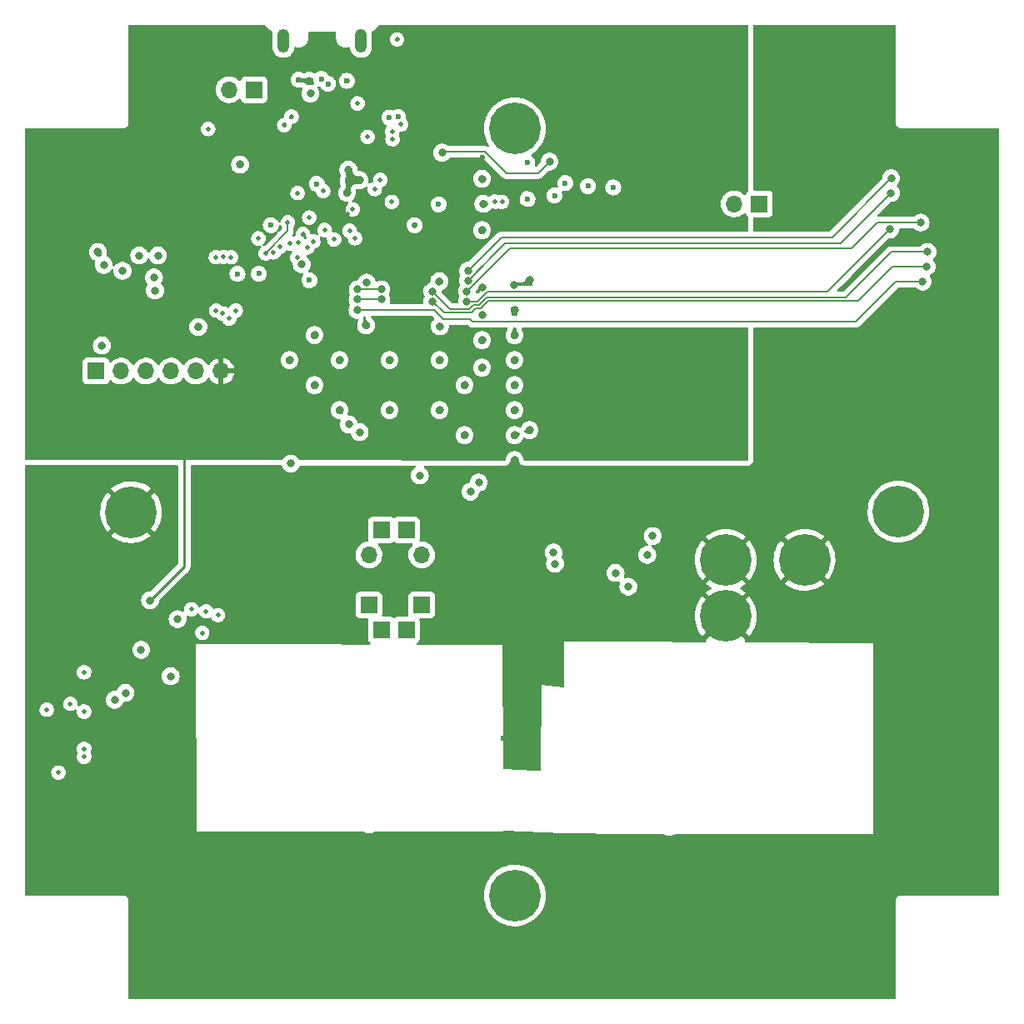
<source format=gbr>
%TF.GenerationSoftware,KiCad,Pcbnew,(6.0.7)*%
%TF.CreationDate,2023-03-27T22:24:21-07:00*%
%TF.ProjectId,FC_Board_v1,46435f42-6f61-4726-945f-76312e6b6963,rev?*%
%TF.SameCoordinates,Original*%
%TF.FileFunction,Copper,L2,Inr*%
%TF.FilePolarity,Positive*%
%FSLAX46Y46*%
G04 Gerber Fmt 4.6, Leading zero omitted, Abs format (unit mm)*
G04 Created by KiCad (PCBNEW (6.0.7)) date 2023-03-27 22:24:21*
%MOMM*%
%LPD*%
G01*
G04 APERTURE LIST*
%TA.AperFunction,ComponentPad*%
%ADD10C,5.250000*%
%TD*%
%TA.AperFunction,ComponentPad*%
%ADD11R,1.700000X1.700000*%
%TD*%
%TA.AperFunction,ComponentPad*%
%ADD12O,1.700000X1.700000*%
%TD*%
%TA.AperFunction,ComponentPad*%
%ADD13O,1.208000X2.416000*%
%TD*%
%TA.AperFunction,ViaPad*%
%ADD14C,0.800000*%
%TD*%
%TA.AperFunction,ViaPad*%
%ADD15C,0.600000*%
%TD*%
%TA.AperFunction,ViaPad*%
%ADD16C,0.460000*%
%TD*%
%TA.AperFunction,Conductor*%
%ADD17C,0.250000*%
%TD*%
%TA.AperFunction,Conductor*%
%ADD18C,0.152400*%
%TD*%
G04 APERTURE END LIST*
D10*
%TO.N,GND*%
%TO.C,*%
X195245800Y-117119400D03*
%TD*%
D11*
%TO.N,N/C*%
%TO.C,J_Burn*%
X154795800Y-124214400D03*
X150985800Y-121674400D03*
X152255800Y-124214400D03*
X156355800Y-121674400D03*
D12*
X150985800Y-116594400D03*
D11*
X152255800Y-114054400D03*
X154795800Y-114054400D03*
D12*
X156355800Y-116594400D03*
%TD*%
D11*
%TO.N,/BATT_NEG*%
%TO.C,J6*%
X190645800Y-80919400D03*
D12*
%TO.N,/BATT_POS*%
X188105800Y-80919400D03*
%TD*%
D10*
%TO.N,3.3V*%
%TO.C,J2*%
X165820800Y-151194400D03*
%TD*%
%TO.N,VBUS*%
%TO.C,J5*%
X165820800Y-73244400D03*
%TD*%
%TO.N,GND*%
%TO.C,*%
X187245800Y-117119400D03*
%TD*%
D11*
%TO.N,GND*%
%TO.C,J3*%
X123266200Y-97917000D03*
D12*
%TO.N,TX*%
X125806200Y-97917000D03*
%TO.N,RX*%
X128346200Y-97917000D03*
%TO.N,SDA1*%
X130886200Y-97917000D03*
%TO.N,SCL1*%
X133426200Y-97917000D03*
%TO.N,3.3V*%
X135966200Y-97917000D03*
%TD*%
D10*
%TO.N,GND*%
%TO.C,*%
X187245800Y-122819400D03*
%TD*%
D11*
%TO.N,VBUS*%
%TO.C,J5*%
X139320800Y-69319400D03*
D12*
%TO.N,VUR*%
X136780800Y-69319400D03*
%TD*%
D13*
%TO.N,N/C*%
%TO.C,X1*%
X142285800Y-64366900D03*
X150185800Y-64366900D03*
%TD*%
D10*
%TO.N,GND*%
%TO.C,J3*%
X126820800Y-112244400D03*
%TD*%
%TO.N,unconnected-(J4-Pad1)*%
%TO.C,J4*%
X204795800Y-112194400D03*
%TD*%
D14*
%TO.N,SCL1*%
X162145800Y-109244400D03*
X169745800Y-116344400D03*
X179820800Y-114669400D03*
%TO.N,SDA1*%
X179270800Y-116594400D03*
X169895800Y-117494400D03*
X161295800Y-110169400D03*
%TO.N,GND*%
X139320800Y-116569400D03*
%TO.N,3.3V*%
X132220800Y-103219400D03*
X128745800Y-121219400D03*
%TO.N,GND*%
X188256525Y-147097383D03*
D15*
X169341800Y-119532400D03*
D14*
X133645800Y-93419400D03*
D16*
X154254200Y-72847200D03*
D14*
X165785800Y-96799400D03*
X191185800Y-124739400D03*
X165785800Y-91719400D03*
D15*
X155625800Y-83083400D03*
X170357800Y-129057400D03*
D14*
X142925800Y-96799400D03*
X203245800Y-127419400D03*
D16*
X144297400Y-83997800D03*
D14*
X162483800Y-78384400D03*
X153085800Y-96799400D03*
D15*
X170357800Y-124612400D03*
D14*
X153085800Y-101879400D03*
D16*
X142392400Y-72923400D03*
D14*
X165785800Y-94259400D03*
D16*
X143129000Y-72059800D03*
D14*
X183245800Y-147119400D03*
D15*
X148815628Y-78567413D03*
D14*
X123845800Y-95319400D03*
X181025800Y-124739400D03*
X167309800Y-88671400D03*
D15*
X164632006Y-135192754D03*
D14*
X158081700Y-125006600D03*
X203245800Y-137579400D03*
X178245800Y-147119400D03*
X171373800Y-111785400D03*
X165785800Y-106959400D03*
D15*
X148745800Y-68419400D03*
D14*
X173659800Y-111785400D03*
X162483800Y-97561400D03*
X178485800Y-124739400D03*
X148005800Y-101879400D03*
X163245800Y-147119400D03*
X203223056Y-135402477D03*
X132345800Y-129387531D03*
X162483800Y-94767400D03*
X173245800Y-147119400D03*
X158245800Y-147119400D03*
X162610800Y-80924400D03*
X183565800Y-124739400D03*
X168325800Y-109499400D03*
D15*
X168071800Y-135280400D03*
D14*
X165785800Y-104419400D03*
X135645800Y-124919400D03*
X203245799Y-132582244D03*
X132345800Y-134467531D03*
X173405800Y-124739400D03*
X162483800Y-83591400D03*
X158165800Y-101879400D03*
D16*
X143731501Y-79825101D03*
D14*
X203245800Y-140119400D03*
D16*
X117245800Y-132519400D03*
D14*
X158195800Y-93369400D03*
X158165800Y-96799400D03*
X148767800Y-79781400D03*
X160705800Y-104419400D03*
X145465800Y-99339400D03*
X175945800Y-124739400D03*
X160705800Y-99339400D03*
X162483800Y-89433400D03*
X132345800Y-137007531D03*
X193725800Y-124739400D03*
X143245800Y-147119400D03*
X145461639Y-94255239D03*
X165785800Y-101879400D03*
X147921700Y-125006600D03*
D16*
X153847800Y-64211200D03*
D14*
X160701357Y-124999293D03*
X203245800Y-129959400D03*
X167309800Y-103911400D03*
X132328823Y-131919400D03*
X150395800Y-124969400D03*
X132345800Y-126847531D03*
X150037800Y-78511400D03*
X145372030Y-124999293D03*
X150695800Y-93269400D03*
X132345800Y-139547531D03*
X168537643Y-147188359D03*
X137893628Y-76916413D03*
X158140400Y-88798400D03*
X148895502Y-77444600D03*
D15*
X143845800Y-68319400D03*
D16*
X149834600Y-70713600D03*
D14*
X123445800Y-85819400D03*
X192845800Y-147019400D03*
D16*
X116445800Y-135719400D03*
D14*
X132345800Y-142087531D03*
X150749000Y-88925400D03*
D15*
X144945800Y-68319400D03*
D14*
X162483800Y-92227400D03*
X165785800Y-99339400D03*
X148245800Y-147119400D03*
X163249095Y-124732093D03*
X148005800Y-96799400D03*
X173405800Y-114579400D03*
X153245800Y-147119400D03*
X203268543Y-142976165D03*
X165769001Y-89175895D03*
X132345800Y-144627531D03*
D16*
%TO.N,3.3V*%
X146710400Y-77332500D03*
D14*
X180145800Y-81919400D03*
D16*
X148818600Y-81991200D03*
D14*
X122945800Y-88219400D03*
X162045800Y-105819400D03*
D16*
X150622000Y-73152000D03*
D14*
X131245800Y-80119400D03*
D15*
X158978600Y-82143600D03*
X145770600Y-85928200D03*
D16*
X152781000Y-81661000D03*
D14*
X157045800Y-70419400D03*
X131445800Y-70119400D03*
X135940800Y-71551800D03*
X159245800Y-67719400D03*
X143945800Y-90419400D03*
D16*
X144830800Y-72059800D03*
D15*
X162545800Y-76219400D03*
X134529996Y-83300963D03*
D14*
X135940800Y-100406200D03*
D16*
X150901400Y-77139800D03*
D14*
X159145800Y-70519400D03*
X157145800Y-67719400D03*
D16*
X165430200Y-82397600D03*
%TO.N,TX*%
X135458200Y-91750700D03*
X135432800Y-86339300D03*
%TO.N,RX*%
X136144000Y-92075000D03*
X136220200Y-86309200D03*
%TO.N,SDA1*%
X136956800Y-86339300D03*
X142748313Y-82804313D03*
X140481347Y-85942512D03*
D14*
X150045800Y-104119400D03*
D16*
X134445800Y-122319400D03*
X136790721Y-92587203D03*
%TO.N,SCL1*%
X134045800Y-124519400D03*
D14*
X148945800Y-103328900D03*
D16*
X132945800Y-122119400D03*
X137439400Y-91750700D03*
X146329400Y-79629000D03*
D14*
%TO.N,SPI1_MISO*%
X129245800Y-89719400D03*
X127645800Y-86169300D03*
%TO.N,SPI1_SCK*%
X124045800Y-87119400D03*
D16*
X145328084Y-84749084D03*
D14*
X125945800Y-87719400D03*
D16*
X143812816Y-84834016D03*
%TO.N,SPI1_MOSI*%
X143000016Y-84931648D03*
X144731184Y-85345984D03*
%TO.N,/USBBOOT*%
X149036160Y-83661771D03*
D15*
X141020800Y-83080113D03*
D16*
%TO.N,SWCLK*%
X153325610Y-80707939D03*
%TO.N,SWDIO*%
X151586053Y-79419492D03*
D15*
%TO.N,/~{RESET}*%
X158064200Y-80975200D03*
D16*
X152146000Y-78486000D03*
D15*
%TO.N,SPI0_MISO*%
X170945800Y-78819400D03*
X169845800Y-80077700D03*
X175813866Y-79251334D03*
X173245800Y-79119400D03*
%TO.N,NEOPIX*%
X153949400Y-72085200D03*
D16*
%TO.N,RF1_IO0*%
X153360642Y-73560510D03*
D14*
X177345800Y-119819400D03*
D16*
X164515800Y-80721200D03*
D14*
X176045800Y-118419400D03*
D15*
%TO.N,RF1_RST*%
X167081200Y-76728124D03*
X167106600Y-80433300D03*
D16*
%TO.N,RF1_IO4*%
X163802354Y-80694895D03*
X153390600Y-74345800D03*
D14*
%TO.N,ENAB_RF*%
X207045800Y-82819400D03*
X160945800Y-89819400D03*
%TO.N,VBUS_RESET*%
X204045800Y-79819400D03*
X161045800Y-88718903D03*
D16*
X149352000Y-81483200D03*
X149580600Y-84404200D03*
D14*
%TO.N,Net-(R2-Pad2)*%
X158419800Y-75717400D03*
X169345800Y-76628124D03*
D15*
%TO.N,Net-(R5-Pad1)*%
X146145800Y-68219400D03*
%TO.N,Net-(R6-Pad1)*%
X146845800Y-68719400D03*
%TO.N,NEO_PWR*%
X153059718Y-72160718D03*
D14*
%TO.N,BURN_RELAY_A*%
X204050800Y-78314400D03*
X161045800Y-87719400D03*
D16*
%TO.N,I2C_RESET*%
X144930340Y-82319341D03*
D14*
X160945800Y-90818903D03*
X203945800Y-83519400D03*
D16*
X147461190Y-84545390D03*
D15*
%TO.N,ENABLE_BURN*%
X145694400Y-78892400D03*
X144945800Y-88684782D03*
X139811634Y-88021034D03*
D14*
X207250800Y-88814400D03*
D15*
X137625700Y-88036400D03*
D14*
X149845800Y-91719400D03*
%TO.N,SCL0*%
X157445800Y-89819400D03*
X207750800Y-85814400D03*
X152245800Y-89619400D03*
X149845800Y-89619400D03*
D16*
X143715184Y-86361984D03*
X141929247Y-85287247D03*
D14*
%TO.N,SDA0*%
X207650800Y-87314400D03*
X144160984Y-87061510D03*
D16*
X141293614Y-85845414D03*
D14*
X157445800Y-90818903D03*
X152245800Y-90619400D03*
X149845800Y-90618903D03*
%TO.N,SPI1_CS0*%
X129145800Y-88395100D03*
D16*
X146496484Y-83580684D03*
D14*
X129545800Y-86169300D03*
D16*
X139750800Y-84429600D03*
D14*
%TO.N,2.8V*%
X131545800Y-123119400D03*
X127845800Y-126243900D03*
D16*
X119445800Y-138719400D03*
%TO.N,/XSHUT_2.8V*%
X122045800Y-132519400D03*
X120645800Y-131719400D03*
X122045800Y-128519400D03*
%TO.N,/XSHUT*%
X150845800Y-74119400D03*
X134645800Y-73319400D03*
D14*
%TO.N,VBUS*%
X145045800Y-69719400D03*
%TO.N,/SCL_3V*%
X125145800Y-131319400D03*
X130845800Y-128919400D03*
D16*
X122045800Y-136319400D03*
%TO.N,/SDA_3V*%
X135645800Y-122713700D03*
D14*
X126245800Y-130619400D03*
D16*
X122045800Y-137119400D03*
%TO.N,/GPIO*%
X118245800Y-132319400D03*
D14*
%TO.N,/BOOT_3V*%
X156147680Y-108516579D03*
X143045800Y-107319400D03*
%TD*%
D17*
%TO.N,3.3V*%
X132220800Y-117744400D02*
X128745800Y-121219400D01*
X132220800Y-103219400D02*
X132220800Y-117744400D01*
D18*
%TO.N,Net-(R2-Pad2)*%
X158494000Y-75643200D02*
X158419800Y-75717400D01*
X168179524Y-77794400D02*
X164935670Y-77794400D01*
X164935670Y-77794400D02*
X162784470Y-75643200D01*
X162784470Y-75643200D02*
X158494000Y-75643200D01*
X169345800Y-76628124D02*
X168179524Y-77794400D01*
%TO.N,3.3V*%
X158978600Y-79786600D02*
X158978600Y-82143600D01*
X162545800Y-76219400D02*
X158978600Y-79786600D01*
%TO.N,SDA1*%
X142748313Y-83675546D02*
X142748313Y-82804313D01*
X140481347Y-85942512D02*
X142748313Y-83675546D01*
%TO.N,ENAB_RF*%
X202645800Y-82819400D02*
X207045800Y-82819400D01*
X199945800Y-85419400D02*
X200045800Y-85419400D01*
X165345800Y-85419400D02*
X199945800Y-85419400D01*
X160945800Y-89819400D02*
X162770000Y-87995200D01*
X200045800Y-85419400D02*
X202645800Y-82819400D01*
X160945800Y-89819400D02*
X165345800Y-85419400D01*
X203645800Y-82819400D02*
X207045800Y-82819400D01*
%TO.N,VBUS_RESET*%
X198845800Y-84919400D02*
X198945800Y-84919400D01*
X161046297Y-88718903D02*
X162445800Y-87319400D01*
X198945800Y-84919400D02*
X204045800Y-79819400D01*
X161045800Y-88718903D02*
X164845303Y-84919400D01*
X164845303Y-84919400D02*
X198845800Y-84919400D01*
%TO.N,BURN_RELAY_A*%
X198045800Y-84319400D02*
X204045800Y-78319400D01*
X161045800Y-87719400D02*
X164445800Y-84319400D01*
X164445800Y-84319400D02*
X197245800Y-84319400D01*
X197245800Y-84319400D02*
X198045800Y-84319400D01*
X161045800Y-87719400D02*
X162145800Y-86619400D01*
%TO.N,I2C_RESET*%
X167513105Y-89852095D02*
X166913105Y-89852095D01*
X197568691Y-89852095D02*
X198873593Y-88547193D01*
X199573593Y-87847193D02*
X203901386Y-83519400D01*
X166913105Y-89852095D02*
X197568691Y-89852095D01*
X166913105Y-89852095D02*
X163021397Y-89852095D01*
X162054589Y-90818903D02*
X160945800Y-90818903D01*
X163021397Y-89852095D02*
X162054589Y-90818903D01*
X198873593Y-88547193D02*
X198101386Y-89319400D01*
X199573593Y-87847193D02*
X198873593Y-88547193D01*
%TO.N,ENABLE_BURN*%
X158545800Y-92619400D02*
X161245800Y-92619400D01*
X204550800Y-88814400D02*
X207250800Y-88814400D01*
X161545800Y-92919400D02*
X200445800Y-92919400D01*
X157645800Y-91719400D02*
X158545800Y-92619400D01*
X161245800Y-92619400D02*
X161545800Y-92919400D01*
X200445800Y-92919400D02*
X204550800Y-88814400D01*
X149845800Y-91719400D02*
X157645800Y-91719400D01*
%TO.N,SCL0*%
X162200557Y-91171303D02*
X162952460Y-90419400D01*
X161593897Y-91171303D02*
X162200557Y-91171303D01*
X157445800Y-89819400D02*
X159245800Y-91619400D01*
X161145800Y-91619400D02*
X161593897Y-91171303D01*
X162952460Y-90419400D02*
X199445800Y-90419400D01*
X199445800Y-90419400D02*
X204050800Y-85814400D01*
X149845800Y-89619400D02*
X152245800Y-89619400D01*
X204050800Y-85814400D02*
X207750800Y-85814400D01*
X159245800Y-91619400D02*
X161145800Y-91619400D01*
%TO.N,SDA0*%
X157445800Y-90818903D02*
X158598697Y-91971800D01*
X161397703Y-91971800D02*
X161845800Y-91523703D01*
X163098429Y-90771800D02*
X200693400Y-90771800D01*
X162346526Y-91523703D02*
X163098429Y-90771800D01*
X161845800Y-91523703D02*
X162346526Y-91523703D01*
X158598697Y-91971800D02*
X161397703Y-91971800D01*
X200693400Y-90771800D02*
X204150800Y-87314400D01*
X204150800Y-87314400D02*
X207650800Y-87314400D01*
X149846297Y-90619400D02*
X152245800Y-90619400D01*
%TD*%
%TA.AperFunction,Conductor*%
%TO.N,3.3V*%
G36*
X140144883Y-62725701D02*
G01*
X140374874Y-62726728D01*
X140442903Y-62747034D01*
X140463405Y-62763632D01*
X140925977Y-63226204D01*
X140933600Y-63235744D01*
X140933968Y-63235430D01*
X140939786Y-63242266D01*
X140944576Y-63249858D01*
X140951304Y-63255800D01*
X140984925Y-63285493D01*
X140990612Y-63290839D01*
X141002055Y-63302282D01*
X141009580Y-63307922D01*
X141010430Y-63308559D01*
X141018259Y-63314933D01*
X141053751Y-63346278D01*
X141061874Y-63350092D01*
X141064362Y-63351726D01*
X141079323Y-63360714D01*
X141081909Y-63362130D01*
X141089095Y-63367516D01*
X141097498Y-63370666D01*
X141097505Y-63370670D01*
X141120035Y-63379116D01*
X141176799Y-63421758D01*
X141201498Y-63488320D01*
X141199468Y-63521246D01*
X141193546Y-63551574D01*
X141173574Y-63653845D01*
X141173300Y-63659447D01*
X141173300Y-65023936D01*
X141188402Y-65182226D01*
X141248161Y-65385926D01*
X141345361Y-65574651D01*
X141349065Y-65579366D01*
X141472788Y-65736874D01*
X141472792Y-65736878D01*
X141476494Y-65741591D01*
X141636830Y-65880723D01*
X141820581Y-65987026D01*
X141929615Y-66024889D01*
X142015454Y-66054697D01*
X142015456Y-66054697D01*
X142021119Y-66056664D01*
X142027054Y-66057525D01*
X142027056Y-66057525D01*
X142225267Y-66086265D01*
X142225270Y-66086265D01*
X142231207Y-66087126D01*
X142443266Y-66077311D01*
X142575920Y-66045341D01*
X142643809Y-66028980D01*
X142643811Y-66028979D01*
X142649642Y-66027574D01*
X142655100Y-66025092D01*
X142655104Y-66025091D01*
X142770587Y-65972583D01*
X142842890Y-65939709D01*
X143016037Y-65816887D01*
X143162835Y-65663540D01*
X143181434Y-65634736D01*
X143274735Y-65490238D01*
X143274736Y-65490235D01*
X143277987Y-65485201D01*
X143357339Y-65288304D01*
X143379222Y-65176249D01*
X143397158Y-65084400D01*
X143398026Y-65079955D01*
X143398412Y-65080030D01*
X143425481Y-65017159D01*
X143484354Y-64977480D01*
X143559060Y-64976998D01*
X143672901Y-65011532D01*
X143860800Y-65030038D01*
X144048699Y-65011532D01*
X144229377Y-64956723D01*
X144234832Y-64953807D01*
X144234835Y-64953806D01*
X144390432Y-64870638D01*
X144390433Y-64870637D01*
X144395891Y-64867720D01*
X144541841Y-64747941D01*
X144661620Y-64601991D01*
X144700661Y-64528950D01*
X144747706Y-64440935D01*
X144747707Y-64440932D01*
X144750623Y-64435477D01*
X144805432Y-64254799D01*
X144819915Y-64107754D01*
X144821053Y-64099205D01*
X144821149Y-64098635D01*
X144824376Y-64079452D01*
X144824529Y-64066900D01*
X144820573Y-64039276D01*
X144819300Y-64021414D01*
X144819300Y-63551400D01*
X144839302Y-63483279D01*
X144892958Y-63436786D01*
X144945300Y-63425400D01*
X147526090Y-63425400D01*
X147529682Y-63425451D01*
X147529901Y-63425458D01*
X147597420Y-63447397D01*
X147642362Y-63502358D01*
X147652300Y-63551406D01*
X147652300Y-64017533D01*
X147650800Y-64036918D01*
X147648490Y-64051751D01*
X147648490Y-64051755D01*
X147647109Y-64060624D01*
X147647930Y-64066900D01*
X147647662Y-64066900D01*
X147666168Y-64254799D01*
X147720977Y-64435477D01*
X147723893Y-64440932D01*
X147723894Y-64440935D01*
X147770939Y-64528950D01*
X147809980Y-64601991D01*
X147929759Y-64747941D01*
X148075709Y-64867720D01*
X148081167Y-64870637D01*
X148081168Y-64870638D01*
X148236765Y-64953806D01*
X148236768Y-64953807D01*
X148242223Y-64956723D01*
X148422901Y-65011532D01*
X148610800Y-65030038D01*
X148798699Y-65011532D01*
X148899105Y-64981074D01*
X148917047Y-64975631D01*
X148988040Y-64974997D01*
X149048107Y-65012846D01*
X149079053Y-65084238D01*
X149079069Y-65084403D01*
X149088402Y-65182226D01*
X149148161Y-65385926D01*
X149245361Y-65574651D01*
X149249065Y-65579366D01*
X149372788Y-65736874D01*
X149372792Y-65736878D01*
X149376494Y-65741591D01*
X149536830Y-65880723D01*
X149720581Y-65987026D01*
X149829615Y-66024889D01*
X149915454Y-66054697D01*
X149915456Y-66054697D01*
X149921119Y-66056664D01*
X149927054Y-66057525D01*
X149927056Y-66057525D01*
X150125267Y-66086265D01*
X150125270Y-66086265D01*
X150131207Y-66087126D01*
X150343266Y-66077311D01*
X150475920Y-66045341D01*
X150543809Y-66028980D01*
X150543811Y-66028979D01*
X150549642Y-66027574D01*
X150555100Y-66025092D01*
X150555104Y-66025091D01*
X150670587Y-65972583D01*
X150742890Y-65939709D01*
X150916037Y-65816887D01*
X151062835Y-65663540D01*
X151081434Y-65634736D01*
X151174735Y-65490238D01*
X151174736Y-65490235D01*
X151177987Y-65485201D01*
X151257339Y-65288304D01*
X151298026Y-65079955D01*
X151298300Y-65074353D01*
X151298300Y-64200824D01*
X153104699Y-64200824D01*
X153120867Y-64365714D01*
X153173164Y-64522925D01*
X153258992Y-64664643D01*
X153374084Y-64783825D01*
X153379976Y-64787680D01*
X153379980Y-64787684D01*
X153506748Y-64870638D01*
X153512720Y-64874546D01*
X153519324Y-64877002D01*
X153519326Y-64877003D01*
X153590365Y-64903422D01*
X153668010Y-64932298D01*
X153832236Y-64954210D01*
X153839247Y-64953572D01*
X153839251Y-64953572D01*
X153990215Y-64939833D01*
X153997236Y-64939194D01*
X154003938Y-64937016D01*
X154003940Y-64937016D01*
X154148109Y-64890173D01*
X154148112Y-64890172D01*
X154154808Y-64887996D01*
X154224681Y-64846343D01*
X154291067Y-64806770D01*
X154291070Y-64806768D01*
X154297122Y-64803160D01*
X154361918Y-64741455D01*
X154412000Y-64693763D01*
X154412002Y-64693761D01*
X154417104Y-64688902D01*
X154508790Y-64550903D01*
X154567625Y-64396020D01*
X154587472Y-64254799D01*
X154590132Y-64235875D01*
X154590133Y-64235868D01*
X154590683Y-64231951D01*
X154590973Y-64211200D01*
X154572505Y-64046551D01*
X154569151Y-64036918D01*
X154520336Y-63896743D01*
X154518018Y-63890086D01*
X154430220Y-63749580D01*
X154313475Y-63632017D01*
X154303320Y-63625572D01*
X154196130Y-63557548D01*
X154173586Y-63543241D01*
X154058775Y-63502358D01*
X154024138Y-63490024D01*
X154024136Y-63490023D01*
X154017504Y-63487662D01*
X154010518Y-63486829D01*
X154010514Y-63486828D01*
X153894301Y-63472971D01*
X153852988Y-63468045D01*
X153845986Y-63468781D01*
X153845984Y-63468781D01*
X153695215Y-63484628D01*
X153695213Y-63484628D01*
X153688215Y-63485364D01*
X153531372Y-63538757D01*
X153500828Y-63557548D01*
X153396259Y-63621879D01*
X153396256Y-63621881D01*
X153390257Y-63625572D01*
X153271882Y-63741493D01*
X153182131Y-63880759D01*
X153179720Y-63887382D01*
X153179719Y-63887385D01*
X153127875Y-64029826D01*
X153127874Y-64029831D01*
X153125465Y-64036449D01*
X153104699Y-64200824D01*
X151298300Y-64200824D01*
X151298300Y-63709864D01*
X151283198Y-63551574D01*
X151278772Y-63536486D01*
X151277618Y-63532551D01*
X151277637Y-63461555D01*
X151316037Y-63401839D01*
X151356608Y-63378262D01*
X151365194Y-63375233D01*
X151365196Y-63375232D01*
X151373660Y-63372246D01*
X151381913Y-63366309D01*
X151403336Y-63353896D01*
X151412582Y-63349692D01*
X151446687Y-63320305D01*
X151455352Y-63313477D01*
X151460559Y-63309731D01*
X151460561Y-63309729D01*
X151464512Y-63306887D01*
X151470816Y-63300675D01*
X151477179Y-63294404D01*
X151483372Y-63288696D01*
X151516126Y-63260473D01*
X151522927Y-63254613D01*
X151527810Y-63247080D01*
X151533710Y-63240316D01*
X151533916Y-63240496D01*
X151542229Y-63230297D01*
X151546383Y-63226204D01*
X152017466Y-62761956D01*
X152080024Y-62728387D01*
X152105907Y-62725700D01*
X189419800Y-62725700D01*
X189487921Y-62745702D01*
X189534414Y-62799358D01*
X189545800Y-62851700D01*
X189545800Y-79558227D01*
X189525798Y-79626348D01*
X189495367Y-79659052D01*
X189432539Y-79706139D01*
X189345185Y-79822695D01*
X189342033Y-79831103D01*
X189300719Y-79941307D01*
X189258077Y-79998071D01*
X189191516Y-80022771D01*
X189122167Y-80007563D01*
X189089543Y-79981876D01*
X189038951Y-79926275D01*
X189038942Y-79926266D01*
X189035470Y-79922451D01*
X189031419Y-79919252D01*
X189031415Y-79919248D01*
X188864214Y-79787200D01*
X188864210Y-79787198D01*
X188860159Y-79783998D01*
X188664589Y-79676038D01*
X188659720Y-79674314D01*
X188659716Y-79674312D01*
X188458887Y-79603195D01*
X188458883Y-79603194D01*
X188454012Y-79601469D01*
X188448919Y-79600562D01*
X188448916Y-79600561D01*
X188239173Y-79563200D01*
X188239167Y-79563199D01*
X188234084Y-79562294D01*
X188160252Y-79561392D01*
X188015881Y-79559628D01*
X188015879Y-79559628D01*
X188010711Y-79559565D01*
X187789891Y-79593355D01*
X187577556Y-79662757D01*
X187516227Y-79694683D01*
X187385739Y-79762611D01*
X187379407Y-79765907D01*
X187375274Y-79769010D01*
X187375271Y-79769012D01*
X187212367Y-79891324D01*
X187200765Y-79900035D01*
X187174114Y-79927924D01*
X187050747Y-80057020D01*
X187046429Y-80061538D01*
X187043515Y-80065810D01*
X187043514Y-80065811D01*
X186997167Y-80133753D01*
X186920543Y-80246080D01*
X186876428Y-80341118D01*
X186829130Y-80443014D01*
X186826488Y-80448705D01*
X186766789Y-80663970D01*
X186743051Y-80886095D01*
X186743348Y-80891248D01*
X186743348Y-80891251D01*
X186753090Y-81060202D01*
X186755910Y-81109115D01*
X186757047Y-81114161D01*
X186757048Y-81114167D01*
X186774822Y-81193032D01*
X186805022Y-81327039D01*
X186860462Y-81463572D01*
X186875250Y-81499990D01*
X186889066Y-81534016D01*
X186891765Y-81538420D01*
X187002010Y-81718324D01*
X187005787Y-81724488D01*
X187152050Y-81893338D01*
X187323926Y-82036032D01*
X187516800Y-82148738D01*
X187521625Y-82150580D01*
X187521626Y-82150581D01*
X187594412Y-82178375D01*
X187725492Y-82228430D01*
X187730560Y-82229461D01*
X187730563Y-82229462D01*
X187837817Y-82251283D01*
X187944397Y-82272967D01*
X187949572Y-82273157D01*
X187949574Y-82273157D01*
X188162473Y-82280964D01*
X188162477Y-82280964D01*
X188167637Y-82281153D01*
X188172757Y-82280497D01*
X188172759Y-82280497D01*
X188384088Y-82253425D01*
X188384089Y-82253425D01*
X188389216Y-82252768D01*
X188394166Y-82251283D01*
X188598229Y-82190061D01*
X188598234Y-82190059D01*
X188603184Y-82188574D01*
X188803794Y-82090296D01*
X188985660Y-81960573D01*
X189093891Y-81852719D01*
X189156262Y-81818804D01*
X189227068Y-81823992D01*
X189283830Y-81866638D01*
X189300812Y-81897741D01*
X189345185Y-82016105D01*
X189432539Y-82132661D01*
X189471274Y-82161691D01*
X189495366Y-82179747D01*
X189537880Y-82236607D01*
X189545800Y-82280573D01*
X189545800Y-83608700D01*
X189525798Y-83676821D01*
X189472142Y-83723314D01*
X189419800Y-83734700D01*
X164492378Y-83734700D01*
X164475931Y-83733622D01*
X164453988Y-83730733D01*
X164445800Y-83729655D01*
X164407481Y-83734700D01*
X164407476Y-83734700D01*
X164301351Y-83748672D01*
X164293163Y-83749750D01*
X164285536Y-83752909D01*
X164285533Y-83752910D01*
X164255129Y-83765504D01*
X164209843Y-83784262D01*
X164150927Y-83808666D01*
X164125492Y-83828183D01*
X164109637Y-83840349D01*
X164101436Y-83846642D01*
X164028787Y-83902387D01*
X164023761Y-83908937D01*
X164023757Y-83908941D01*
X164010277Y-83926509D01*
X163999409Y-83938901D01*
X161164315Y-86773995D01*
X161102003Y-86808021D01*
X161075220Y-86810900D01*
X160950313Y-86810900D01*
X160943861Y-86812272D01*
X160943856Y-86812272D01*
X160856913Y-86830753D01*
X160763512Y-86850606D01*
X160757482Y-86853291D01*
X160757481Y-86853291D01*
X160595078Y-86925597D01*
X160595076Y-86925598D01*
X160589048Y-86928282D01*
X160583707Y-86932162D01*
X160583706Y-86932163D01*
X160550158Y-86956537D01*
X160434547Y-87040534D01*
X160430126Y-87045444D01*
X160430125Y-87045445D01*
X160400993Y-87077800D01*
X160306760Y-87182456D01*
X160211273Y-87347844D01*
X160152258Y-87529472D01*
X160151568Y-87536033D01*
X160151568Y-87536035D01*
X160135228Y-87691506D01*
X160132296Y-87719400D01*
X160132986Y-87725965D01*
X160147481Y-87863874D01*
X160152258Y-87909328D01*
X160211273Y-88090956D01*
X160214576Y-88096678D01*
X160214577Y-88096679D01*
X160248914Y-88156152D01*
X160265652Y-88225147D01*
X160248915Y-88282150D01*
X160211273Y-88347347D01*
X160152258Y-88528975D01*
X160151568Y-88535536D01*
X160151568Y-88535538D01*
X160140098Y-88644669D01*
X160132296Y-88718903D01*
X160132986Y-88725468D01*
X160150442Y-88891548D01*
X160152258Y-88908831D01*
X160211273Y-89090459D01*
X160231280Y-89125112D01*
X160248017Y-89194105D01*
X160224797Y-89261197D01*
X160215798Y-89272418D01*
X160206760Y-89282456D01*
X160111273Y-89447844D01*
X160052258Y-89629472D01*
X160032296Y-89819400D01*
X160032986Y-89825962D01*
X160032986Y-89825965D01*
X160050929Y-89996679D01*
X160052258Y-90009328D01*
X160111273Y-90190956D01*
X160145724Y-90250626D01*
X160148914Y-90256152D01*
X160165652Y-90325147D01*
X160148915Y-90382150D01*
X160111273Y-90447347D01*
X160052258Y-90628975D01*
X160032296Y-90818903D01*
X160032986Y-90825467D01*
X160040350Y-90895529D01*
X160027578Y-90965368D01*
X159979076Y-91017214D01*
X159915040Y-91034700D01*
X159540181Y-91034700D01*
X159472060Y-91014698D01*
X159451086Y-90997795D01*
X158393563Y-89940273D01*
X158359538Y-89877961D01*
X158357348Y-89838005D01*
X158357696Y-89834700D01*
X158359304Y-89819400D01*
X158356424Y-89792000D01*
X158369196Y-89722162D01*
X158417697Y-89670315D01*
X158430486Y-89663722D01*
X158591119Y-89592205D01*
X158591126Y-89592201D01*
X158597152Y-89589518D01*
X158751653Y-89477266D01*
X158879440Y-89335344D01*
X158952764Y-89208344D01*
X158971623Y-89175679D01*
X158971624Y-89175678D01*
X158974927Y-89169956D01*
X159033942Y-88988328D01*
X159039374Y-88936651D01*
X159053214Y-88804965D01*
X159053904Y-88798400D01*
X159044762Y-88711421D01*
X159034632Y-88615035D01*
X159034632Y-88615033D01*
X159033942Y-88608472D01*
X158974927Y-88426844D01*
X158967612Y-88414173D01*
X158882741Y-88267174D01*
X158879440Y-88261456D01*
X158841350Y-88219152D01*
X158756075Y-88124445D01*
X158756074Y-88124444D01*
X158751653Y-88119534D01*
X158616080Y-88021034D01*
X158602494Y-88011163D01*
X158602493Y-88011162D01*
X158597152Y-88007282D01*
X158591124Y-88004598D01*
X158591122Y-88004597D01*
X158428719Y-87932291D01*
X158428718Y-87932291D01*
X158422688Y-87929606D01*
X158314628Y-87906637D01*
X158242344Y-87891272D01*
X158242339Y-87891272D01*
X158235887Y-87889900D01*
X158044913Y-87889900D01*
X158038461Y-87891272D01*
X158038456Y-87891272D01*
X157966172Y-87906637D01*
X157858112Y-87929606D01*
X157852082Y-87932291D01*
X157852081Y-87932291D01*
X157689678Y-88004597D01*
X157689676Y-88004598D01*
X157683648Y-88007282D01*
X157678307Y-88011162D01*
X157678306Y-88011163D01*
X157664720Y-88021034D01*
X157529147Y-88119534D01*
X157524726Y-88124444D01*
X157524725Y-88124445D01*
X157439451Y-88219152D01*
X157401360Y-88261456D01*
X157398059Y-88267174D01*
X157313189Y-88414173D01*
X157305873Y-88426844D01*
X157246858Y-88608472D01*
X157246168Y-88615033D01*
X157246168Y-88615035D01*
X157236038Y-88711421D01*
X157226896Y-88798400D01*
X157227586Y-88804965D01*
X157229776Y-88825800D01*
X157217004Y-88895638D01*
X157168503Y-88947485D01*
X157155714Y-88954078D01*
X156995081Y-89025595D01*
X156995074Y-89025599D01*
X156989048Y-89028282D01*
X156983707Y-89032162D01*
X156983706Y-89032163D01*
X156968851Y-89042956D01*
X156834547Y-89140534D01*
X156830126Y-89145444D01*
X156830125Y-89145445D01*
X156725902Y-89261197D01*
X156706760Y-89282456D01*
X156611273Y-89447844D01*
X156552258Y-89629472D01*
X156532296Y-89819400D01*
X156532986Y-89825962D01*
X156532986Y-89825965D01*
X156550929Y-89996679D01*
X156552258Y-90009328D01*
X156611273Y-90190956D01*
X156645724Y-90250626D01*
X156648914Y-90256152D01*
X156665652Y-90325147D01*
X156648915Y-90382150D01*
X156611273Y-90447347D01*
X156552258Y-90628975D01*
X156532296Y-90818903D01*
X156532986Y-90825467D01*
X156532986Y-90825468D01*
X156550860Y-90995530D01*
X156538088Y-91065368D01*
X156489586Y-91117215D01*
X156425550Y-91134700D01*
X153207046Y-91134700D01*
X153138925Y-91114698D01*
X153092432Y-91061042D01*
X153082328Y-90990768D01*
X153087213Y-90969764D01*
X153137302Y-90815606D01*
X153139342Y-90809328D01*
X153159304Y-90619400D01*
X153139342Y-90429472D01*
X153080327Y-90247844D01*
X153072452Y-90234203D01*
X153042543Y-90182400D01*
X153025805Y-90113405D01*
X153042543Y-90056400D01*
X153077023Y-89996679D01*
X153077024Y-89996678D01*
X153080327Y-89990956D01*
X153139342Y-89809328D01*
X153148504Y-89722162D01*
X153158614Y-89625965D01*
X153159304Y-89619400D01*
X153149852Y-89529472D01*
X153140032Y-89436035D01*
X153140032Y-89436033D01*
X153139342Y-89429472D01*
X153080327Y-89247844D01*
X153064380Y-89220222D01*
X153021207Y-89145445D01*
X152984840Y-89082456D01*
X152939481Y-89032079D01*
X152861475Y-88945445D01*
X152861474Y-88945444D01*
X152857053Y-88940534D01*
X152710194Y-88833834D01*
X152707894Y-88832163D01*
X152707893Y-88832162D01*
X152702552Y-88828282D01*
X152696524Y-88825598D01*
X152696522Y-88825597D01*
X152534119Y-88753291D01*
X152534118Y-88753291D01*
X152528088Y-88750606D01*
X152409824Y-88725468D01*
X152347744Y-88712272D01*
X152347739Y-88712272D01*
X152341287Y-88710900D01*
X152150313Y-88710900D01*
X152143861Y-88712272D01*
X152143856Y-88712272D01*
X152081776Y-88725468D01*
X151963512Y-88750606D01*
X151957482Y-88753291D01*
X151957481Y-88753291D01*
X151931005Y-88765079D01*
X151814729Y-88816848D01*
X151744363Y-88826282D01*
X151680066Y-88796176D01*
X151642678Y-88736764D01*
X151642542Y-88735472D01*
X151639292Y-88725468D01*
X151585569Y-88560129D01*
X151583527Y-88553844D01*
X151562520Y-88517458D01*
X151502375Y-88413285D01*
X151488040Y-88388456D01*
X151469920Y-88368331D01*
X151364675Y-88251445D01*
X151364674Y-88251444D01*
X151360253Y-88246534D01*
X151205752Y-88134282D01*
X151199724Y-88131598D01*
X151199722Y-88131597D01*
X151037319Y-88059291D01*
X151037318Y-88059291D01*
X151031288Y-88056606D01*
X150936227Y-88036400D01*
X150850944Y-88018272D01*
X150850939Y-88018272D01*
X150844487Y-88016900D01*
X150653513Y-88016900D01*
X150647061Y-88018272D01*
X150647056Y-88018272D01*
X150561773Y-88036400D01*
X150466712Y-88056606D01*
X150460682Y-88059291D01*
X150460681Y-88059291D01*
X150298278Y-88131597D01*
X150298276Y-88131598D01*
X150292248Y-88134282D01*
X150137747Y-88246534D01*
X150133326Y-88251444D01*
X150133325Y-88251445D01*
X150028081Y-88368331D01*
X150009960Y-88388456D01*
X149995625Y-88413285D01*
X149935481Y-88517458D01*
X149914473Y-88553844D01*
X149912431Y-88560129D01*
X149891731Y-88623836D01*
X149851657Y-88682442D01*
X149786261Y-88710079D01*
X149771898Y-88710900D01*
X149750313Y-88710900D01*
X149743861Y-88712272D01*
X149743856Y-88712272D01*
X149681776Y-88725468D01*
X149563512Y-88750606D01*
X149557482Y-88753291D01*
X149557481Y-88753291D01*
X149395078Y-88825597D01*
X149395076Y-88825598D01*
X149389048Y-88828282D01*
X149383707Y-88832162D01*
X149383706Y-88832163D01*
X149381406Y-88833834D01*
X149234547Y-88940534D01*
X149230126Y-88945444D01*
X149230125Y-88945445D01*
X149152120Y-89032079D01*
X149106760Y-89082456D01*
X149070393Y-89145445D01*
X149027221Y-89220222D01*
X149011273Y-89247844D01*
X148952258Y-89429472D01*
X148951568Y-89436033D01*
X148951568Y-89436035D01*
X148941748Y-89529472D01*
X148932296Y-89619400D01*
X148932986Y-89625965D01*
X148943097Y-89722162D01*
X148952258Y-89809328D01*
X149011273Y-89990956D01*
X149014576Y-89996678D01*
X149014577Y-89996679D01*
X149048914Y-90056152D01*
X149065652Y-90125147D01*
X149048915Y-90182150D01*
X149011273Y-90247347D01*
X148952258Y-90428975D01*
X148951568Y-90435536D01*
X148951568Y-90435538D01*
X148943405Y-90513203D01*
X148932296Y-90618903D01*
X148952258Y-90808831D01*
X149011273Y-90990459D01*
X149014576Y-90996181D01*
X149014577Y-90996182D01*
X149078068Y-91106152D01*
X149094806Y-91175148D01*
X149078068Y-91232152D01*
X149014965Y-91341450D01*
X149011273Y-91347844D01*
X148952258Y-91529472D01*
X148932296Y-91719400D01*
X148952258Y-91909328D01*
X149011273Y-92090956D01*
X149106760Y-92256344D01*
X149111178Y-92261251D01*
X149111179Y-92261252D01*
X149226847Y-92389714D01*
X149234547Y-92398266D01*
X149277775Y-92429673D01*
X149383262Y-92506314D01*
X149389048Y-92510518D01*
X149395076Y-92513202D01*
X149395078Y-92513203D01*
X149557481Y-92585509D01*
X149563512Y-92588194D01*
X149638151Y-92604059D01*
X149743856Y-92626528D01*
X149743861Y-92626528D01*
X149750313Y-92627900D01*
X149798887Y-92627900D01*
X149867008Y-92647902D01*
X149913501Y-92701558D01*
X149923605Y-92771832D01*
X149908006Y-92816900D01*
X149895724Y-92838174D01*
X149861273Y-92897844D01*
X149802258Y-93079472D01*
X149801568Y-93086033D01*
X149801568Y-93086035D01*
X149792291Y-93174300D01*
X149782296Y-93269400D01*
X149782986Y-93275965D01*
X149799522Y-93433293D01*
X149802258Y-93459328D01*
X149861273Y-93640956D01*
X149956760Y-93806344D01*
X149961178Y-93811251D01*
X149961179Y-93811252D01*
X150046800Y-93906344D01*
X150084547Y-93948266D01*
X150183643Y-94020264D01*
X150222185Y-94048266D01*
X150239048Y-94060518D01*
X150245076Y-94063202D01*
X150245078Y-94063203D01*
X150332553Y-94102149D01*
X150413512Y-94138194D01*
X150500279Y-94156637D01*
X150593856Y-94176528D01*
X150593861Y-94176528D01*
X150600313Y-94177900D01*
X150791287Y-94177900D01*
X150797739Y-94176528D01*
X150797744Y-94176528D01*
X150891321Y-94156637D01*
X150978088Y-94138194D01*
X151059047Y-94102149D01*
X151146522Y-94063203D01*
X151146524Y-94063202D01*
X151152552Y-94060518D01*
X151169416Y-94048266D01*
X151207957Y-94020264D01*
X151307053Y-93948266D01*
X151344800Y-93906344D01*
X151430421Y-93811252D01*
X151430422Y-93811251D01*
X151434840Y-93806344D01*
X151530327Y-93640956D01*
X151589342Y-93459328D01*
X151592079Y-93433293D01*
X151608614Y-93275965D01*
X151609304Y-93269400D01*
X151599309Y-93174300D01*
X151590032Y-93086035D01*
X151590032Y-93086033D01*
X151589342Y-93079472D01*
X151530327Y-92897844D01*
X151434840Y-92732456D01*
X151407020Y-92701558D01*
X151311475Y-92595445D01*
X151311474Y-92595444D01*
X151307053Y-92590534D01*
X151226538Y-92532036D01*
X151183184Y-92475813D01*
X151177109Y-92405077D01*
X151210241Y-92342286D01*
X151272061Y-92307374D01*
X151300599Y-92304100D01*
X157351420Y-92304100D01*
X157419541Y-92324102D01*
X157440515Y-92341005D01*
X157599282Y-92499772D01*
X157633308Y-92562084D01*
X157628243Y-92632899D01*
X157594500Y-92682501D01*
X157589890Y-92686652D01*
X157584547Y-92690534D01*
X157580126Y-92695444D01*
X157505248Y-92778605D01*
X157456760Y-92832456D01*
X157361273Y-92997844D01*
X157302258Y-93179472D01*
X157301568Y-93186033D01*
X157301568Y-93186035D01*
X157294529Y-93253006D01*
X157282296Y-93369400D01*
X157282986Y-93375965D01*
X157298556Y-93524102D01*
X157302258Y-93559328D01*
X157361273Y-93740956D01*
X157456760Y-93906344D01*
X157461178Y-93911251D01*
X157461179Y-93911252D01*
X157498003Y-93952149D01*
X157584547Y-94048266D01*
X157739048Y-94160518D01*
X157745076Y-94163202D01*
X157745078Y-94163203D01*
X157842633Y-94206637D01*
X157913512Y-94238194D01*
X157993702Y-94255239D01*
X158093856Y-94276528D01*
X158093861Y-94276528D01*
X158100313Y-94277900D01*
X158291287Y-94277900D01*
X158297739Y-94276528D01*
X158297744Y-94276528D01*
X158397898Y-94255239D01*
X158478088Y-94238194D01*
X158548967Y-94206637D01*
X158646522Y-94163203D01*
X158646524Y-94163202D01*
X158652552Y-94160518D01*
X158807053Y-94048266D01*
X158893597Y-93952149D01*
X158930421Y-93911252D01*
X158930422Y-93911251D01*
X158934840Y-93906344D01*
X159030327Y-93740956D01*
X159089342Y-93559328D01*
X159093045Y-93524102D01*
X159108614Y-93375965D01*
X159109304Y-93369400D01*
X159108614Y-93362832D01*
X159106558Y-93343269D01*
X159119331Y-93273431D01*
X159167833Y-93221585D01*
X159231868Y-93204100D01*
X160951420Y-93204100D01*
X161019541Y-93224102D01*
X161040515Y-93241005D01*
X161099413Y-93299903D01*
X161110280Y-93312294D01*
X161112508Y-93315197D01*
X161123315Y-93329281D01*
X161128787Y-93336413D01*
X161199414Y-93390606D01*
X161250927Y-93430134D01*
X161258554Y-93433293D01*
X161303034Y-93451717D01*
X161326498Y-93461436D01*
X161393163Y-93489050D01*
X161401351Y-93490128D01*
X161507476Y-93504100D01*
X161507481Y-93504100D01*
X161545800Y-93509145D01*
X161553988Y-93508067D01*
X161575933Y-93505178D01*
X161592379Y-93504100D01*
X164960369Y-93504100D01*
X165028490Y-93524102D01*
X165074983Y-93577758D01*
X165085087Y-93648032D01*
X165055041Y-93712195D01*
X165055059Y-93712208D01*
X165054993Y-93712299D01*
X165054004Y-93714411D01*
X165046760Y-93722456D01*
X164998327Y-93806344D01*
X164956980Y-93877960D01*
X164951273Y-93887844D01*
X164892258Y-94069472D01*
X164891568Y-94076033D01*
X164891568Y-94076035D01*
X164877434Y-94210518D01*
X164872296Y-94259400D01*
X164872986Y-94265965D01*
X164879496Y-94327900D01*
X164892258Y-94449328D01*
X164951273Y-94630956D01*
X165046760Y-94796344D01*
X165051178Y-94801251D01*
X165051179Y-94801252D01*
X165170125Y-94933355D01*
X165174547Y-94938266D01*
X165329048Y-95050518D01*
X165335076Y-95053202D01*
X165335078Y-95053203D01*
X165497481Y-95125509D01*
X165503512Y-95128194D01*
X165596913Y-95148047D01*
X165683856Y-95166528D01*
X165683861Y-95166528D01*
X165690313Y-95167900D01*
X165881287Y-95167900D01*
X165887739Y-95166528D01*
X165887744Y-95166528D01*
X165974687Y-95148047D01*
X166068088Y-95128194D01*
X166074119Y-95125509D01*
X166236522Y-95053203D01*
X166236524Y-95053202D01*
X166242552Y-95050518D01*
X166397053Y-94938266D01*
X166401475Y-94933355D01*
X166520421Y-94801252D01*
X166520422Y-94801251D01*
X166524840Y-94796344D01*
X166620327Y-94630956D01*
X166679342Y-94449328D01*
X166692105Y-94327900D01*
X166698614Y-94265965D01*
X166699304Y-94259400D01*
X166694166Y-94210518D01*
X166680032Y-94076035D01*
X166680032Y-94076033D01*
X166679342Y-94069472D01*
X166620327Y-93887844D01*
X166614621Y-93877960D01*
X166573273Y-93806344D01*
X166524840Y-93722456D01*
X166517596Y-93714410D01*
X166486878Y-93650406D01*
X166495640Y-93579952D01*
X166541102Y-93525420D01*
X166611231Y-93504100D01*
X189419800Y-93504100D01*
X189487921Y-93524102D01*
X189534414Y-93577758D01*
X189545800Y-93630100D01*
X189545800Y-106893299D01*
X189525798Y-106961420D01*
X189472142Y-107007913D01*
X189419701Y-107019299D01*
X180252901Y-107011922D01*
X166817038Y-107001109D01*
X166748933Y-106981052D01*
X166702483Y-106927359D01*
X166691829Y-106888279D01*
X166680032Y-106776035D01*
X166680032Y-106776033D01*
X166679342Y-106769472D01*
X166620327Y-106587844D01*
X166588180Y-106532163D01*
X166583114Y-106523390D01*
X166524840Y-106422456D01*
X166397053Y-106280534D01*
X166242552Y-106168282D01*
X166236524Y-106165598D01*
X166236522Y-106165597D01*
X166074119Y-106093291D01*
X166074118Y-106093291D01*
X166068088Y-106090606D01*
X165974687Y-106070753D01*
X165887744Y-106052272D01*
X165887739Y-106052272D01*
X165881287Y-106050900D01*
X165690313Y-106050900D01*
X165683861Y-106052272D01*
X165683856Y-106052272D01*
X165596913Y-106070753D01*
X165503512Y-106090606D01*
X165497482Y-106093291D01*
X165497481Y-106093291D01*
X165335078Y-106165597D01*
X165335076Y-106165598D01*
X165329048Y-106168282D01*
X165174547Y-106280534D01*
X165046760Y-106422456D01*
X164988486Y-106523390D01*
X164983421Y-106532163D01*
X164951273Y-106587844D01*
X164892258Y-106769472D01*
X164891568Y-106776033D01*
X164891568Y-106776035D01*
X164879945Y-106886621D01*
X164852932Y-106952278D01*
X164794710Y-106992907D01*
X164754534Y-106999450D01*
X143973110Y-106982727D01*
X143905006Y-106962670D01*
X143864095Y-106919729D01*
X143784840Y-106782456D01*
X143767497Y-106763194D01*
X143661475Y-106645445D01*
X143661474Y-106645444D01*
X143657053Y-106640534D01*
X143502552Y-106528282D01*
X143496524Y-106525598D01*
X143496522Y-106525597D01*
X143334119Y-106453291D01*
X143334118Y-106453291D01*
X143328088Y-106450606D01*
X143234687Y-106430753D01*
X143147744Y-106412272D01*
X143147739Y-106412272D01*
X143141287Y-106410900D01*
X142950313Y-106410900D01*
X142943861Y-106412272D01*
X142943856Y-106412272D01*
X142856912Y-106430753D01*
X142763512Y-106450606D01*
X142757482Y-106453291D01*
X142757481Y-106453291D01*
X142595078Y-106525597D01*
X142595076Y-106525598D01*
X142589048Y-106528282D01*
X142434547Y-106640534D01*
X142430126Y-106645444D01*
X142430125Y-106645445D01*
X142324104Y-106763194D01*
X142306760Y-106782456D01*
X142303459Y-106788174D01*
X142228368Y-106918235D01*
X142176986Y-106967228D01*
X142119149Y-106981235D01*
X134794162Y-106975340D01*
X116180599Y-106960361D01*
X116112494Y-106940304D01*
X116066044Y-106886611D01*
X116054700Y-106834361D01*
X116054700Y-101879400D01*
X147092296Y-101879400D01*
X147112258Y-102069328D01*
X147171273Y-102250956D01*
X147266760Y-102416344D01*
X147271178Y-102421251D01*
X147271179Y-102421252D01*
X147390125Y-102553355D01*
X147394547Y-102558266D01*
X147493643Y-102630264D01*
X147527614Y-102654945D01*
X147549048Y-102670518D01*
X147555076Y-102673202D01*
X147555078Y-102673203D01*
X147717481Y-102745509D01*
X147723512Y-102748194D01*
X147816912Y-102768047D01*
X147903856Y-102786528D01*
X147903861Y-102786528D01*
X147910313Y-102787900D01*
X147993447Y-102787900D01*
X148061568Y-102807902D01*
X148108061Y-102861558D01*
X148118165Y-102931832D01*
X148110846Y-102957205D01*
X148111273Y-102957344D01*
X148052258Y-103138972D01*
X148032296Y-103328900D01*
X148052258Y-103518828D01*
X148111273Y-103700456D01*
X148114576Y-103706178D01*
X148114577Y-103706179D01*
X148142261Y-103754129D01*
X148206760Y-103865844D01*
X148211178Y-103870751D01*
X148211179Y-103870752D01*
X148247779Y-103911400D01*
X148334547Y-104007766D01*
X148398360Y-104054129D01*
X148463324Y-104101328D01*
X148489048Y-104120018D01*
X148495076Y-104122702D01*
X148495078Y-104122703D01*
X148502405Y-104125965D01*
X148663512Y-104197694D01*
X148756913Y-104217547D01*
X148843856Y-104236028D01*
X148843861Y-104236028D01*
X148850313Y-104237400D01*
X149037343Y-104237400D01*
X149105464Y-104257402D01*
X149151957Y-104311058D01*
X149157176Y-104324464D01*
X149211273Y-104490956D01*
X149306760Y-104656344D01*
X149434547Y-104798266D01*
X149589048Y-104910518D01*
X149595076Y-104913202D01*
X149595078Y-104913203D01*
X149679132Y-104950626D01*
X149763512Y-104988194D01*
X149856912Y-105008047D01*
X149943856Y-105026528D01*
X149943861Y-105026528D01*
X149950313Y-105027900D01*
X150141287Y-105027900D01*
X150147739Y-105026528D01*
X150147744Y-105026528D01*
X150234687Y-105008047D01*
X150328088Y-104988194D01*
X150412468Y-104950626D01*
X150496522Y-104913203D01*
X150496524Y-104913202D01*
X150502552Y-104910518D01*
X150657053Y-104798266D01*
X150784840Y-104656344D01*
X150880327Y-104490956D01*
X150903577Y-104419400D01*
X159792296Y-104419400D01*
X159792986Y-104425965D01*
X159810663Y-104594149D01*
X159812258Y-104609328D01*
X159871273Y-104790956D01*
X159966760Y-104956344D01*
X160094547Y-105098266D01*
X160249048Y-105210518D01*
X160255076Y-105213202D01*
X160255078Y-105213203D01*
X160417481Y-105285509D01*
X160423512Y-105288194D01*
X160516913Y-105308047D01*
X160603856Y-105326528D01*
X160603861Y-105326528D01*
X160610313Y-105327900D01*
X160801287Y-105327900D01*
X160807739Y-105326528D01*
X160807744Y-105326528D01*
X160894688Y-105308047D01*
X160988088Y-105288194D01*
X160994119Y-105285509D01*
X161156522Y-105213203D01*
X161156524Y-105213202D01*
X161162552Y-105210518D01*
X161317053Y-105098266D01*
X161444840Y-104956344D01*
X161540327Y-104790956D01*
X161599342Y-104609328D01*
X161600938Y-104594149D01*
X161618614Y-104425965D01*
X161619304Y-104419400D01*
X164872296Y-104419400D01*
X164872986Y-104425965D01*
X164890663Y-104594149D01*
X164892258Y-104609328D01*
X164951273Y-104790956D01*
X165046760Y-104956344D01*
X165174547Y-105098266D01*
X165329048Y-105210518D01*
X165335076Y-105213202D01*
X165335078Y-105213203D01*
X165497481Y-105285509D01*
X165503512Y-105288194D01*
X165596913Y-105308047D01*
X165683856Y-105326528D01*
X165683861Y-105326528D01*
X165690313Y-105327900D01*
X165881287Y-105327900D01*
X165887739Y-105326528D01*
X165887744Y-105326528D01*
X165974688Y-105308047D01*
X166068088Y-105288194D01*
X166074119Y-105285509D01*
X166236522Y-105213203D01*
X166236524Y-105213202D01*
X166242552Y-105210518D01*
X166397053Y-105098266D01*
X166524840Y-104956344D01*
X166620327Y-104790956D01*
X166634430Y-104747553D01*
X166674502Y-104688948D01*
X166739899Y-104661311D01*
X166809855Y-104673418D01*
X166828317Y-104684550D01*
X166853048Y-104702518D01*
X166859076Y-104705202D01*
X166859078Y-104705203D01*
X166954201Y-104747554D01*
X167027512Y-104780194D01*
X167112534Y-104798266D01*
X167207856Y-104818528D01*
X167207861Y-104818528D01*
X167214313Y-104819900D01*
X167405287Y-104819900D01*
X167411739Y-104818528D01*
X167411744Y-104818528D01*
X167507066Y-104798266D01*
X167592088Y-104780194D01*
X167665399Y-104747554D01*
X167760522Y-104705203D01*
X167760524Y-104705202D01*
X167766552Y-104702518D01*
X167785230Y-104688948D01*
X167837975Y-104650626D01*
X167921053Y-104590266D01*
X168048840Y-104448344D01*
X168120362Y-104324464D01*
X168141023Y-104288679D01*
X168141024Y-104288678D01*
X168144327Y-104282956D01*
X168203342Y-104101328D01*
X168223304Y-103911400D01*
X168217915Y-103860126D01*
X168204032Y-103728035D01*
X168204032Y-103728033D01*
X168203342Y-103721472D01*
X168144327Y-103539844D01*
X168132194Y-103518828D01*
X168052141Y-103380174D01*
X168048840Y-103374456D01*
X168013732Y-103335464D01*
X167925475Y-103237445D01*
X167925474Y-103237444D01*
X167921053Y-103232534D01*
X167801310Y-103145535D01*
X167771894Y-103124163D01*
X167771893Y-103124162D01*
X167766552Y-103120282D01*
X167760524Y-103117598D01*
X167760522Y-103117597D01*
X167598119Y-103045291D01*
X167598118Y-103045291D01*
X167592088Y-103042606D01*
X167498688Y-103022753D01*
X167411744Y-103004272D01*
X167411739Y-103004272D01*
X167405287Y-103002900D01*
X167214313Y-103002900D01*
X167207861Y-103004272D01*
X167207856Y-103004272D01*
X167120912Y-103022753D01*
X167027512Y-103042606D01*
X167021482Y-103045291D01*
X167021481Y-103045291D01*
X166859078Y-103117597D01*
X166859076Y-103117598D01*
X166853048Y-103120282D01*
X166847707Y-103124162D01*
X166847706Y-103124163D01*
X166818290Y-103145535D01*
X166698547Y-103232534D01*
X166694126Y-103237444D01*
X166694125Y-103237445D01*
X166605869Y-103335464D01*
X166570760Y-103374456D01*
X166567459Y-103380174D01*
X166487407Y-103518828D01*
X166475273Y-103539844D01*
X166461428Y-103582456D01*
X166461171Y-103583246D01*
X166421098Y-103641852D01*
X166355701Y-103669489D01*
X166285745Y-103657382D01*
X166267283Y-103646250D01*
X166242552Y-103628282D01*
X166236524Y-103625598D01*
X166236522Y-103625597D01*
X166074119Y-103553291D01*
X166074118Y-103553291D01*
X166068088Y-103550606D01*
X165948121Y-103525106D01*
X165887744Y-103512272D01*
X165887739Y-103512272D01*
X165881287Y-103510900D01*
X165690313Y-103510900D01*
X165683861Y-103512272D01*
X165683856Y-103512272D01*
X165623479Y-103525106D01*
X165503512Y-103550606D01*
X165497482Y-103553291D01*
X165497481Y-103553291D01*
X165335078Y-103625597D01*
X165335076Y-103625598D01*
X165329048Y-103628282D01*
X165323707Y-103632162D01*
X165323706Y-103632163D01*
X165304323Y-103646246D01*
X165174547Y-103740534D01*
X165046760Y-103882456D01*
X164951273Y-104047844D01*
X164892258Y-104229472D01*
X164872296Y-104419400D01*
X161619304Y-104419400D01*
X161599342Y-104229472D01*
X161540327Y-104047844D01*
X161444840Y-103882456D01*
X161317053Y-103740534D01*
X161187277Y-103646246D01*
X161167894Y-103632163D01*
X161167893Y-103632162D01*
X161162552Y-103628282D01*
X161156524Y-103625598D01*
X161156522Y-103625597D01*
X160994119Y-103553291D01*
X160994118Y-103553291D01*
X160988088Y-103550606D01*
X160868121Y-103525106D01*
X160807744Y-103512272D01*
X160807739Y-103512272D01*
X160801287Y-103510900D01*
X160610313Y-103510900D01*
X160603861Y-103512272D01*
X160603856Y-103512272D01*
X160543479Y-103525106D01*
X160423512Y-103550606D01*
X160417482Y-103553291D01*
X160417481Y-103553291D01*
X160255078Y-103625597D01*
X160255076Y-103625598D01*
X160249048Y-103628282D01*
X160243707Y-103632162D01*
X160243706Y-103632163D01*
X160224323Y-103646246D01*
X160094547Y-103740534D01*
X159966760Y-103882456D01*
X159871273Y-104047844D01*
X159812258Y-104229472D01*
X159792296Y-104419400D01*
X150903577Y-104419400D01*
X150939342Y-104309328D01*
X150942775Y-104276671D01*
X150958614Y-104125965D01*
X150959304Y-104119400D01*
X150939342Y-103929472D01*
X150880327Y-103747844D01*
X150861477Y-103715194D01*
X150811298Y-103628282D01*
X150784840Y-103582456D01*
X150657053Y-103440534D01*
X150502552Y-103328282D01*
X150496524Y-103325598D01*
X150496522Y-103325597D01*
X150334119Y-103253291D01*
X150334118Y-103253291D01*
X150328088Y-103250606D01*
X150234687Y-103230753D01*
X150147744Y-103212272D01*
X150147739Y-103212272D01*
X150141287Y-103210900D01*
X149954257Y-103210900D01*
X149886136Y-103190898D01*
X149839643Y-103137242D01*
X149834424Y-103123836D01*
X149808903Y-103045291D01*
X149780327Y-102957344D01*
X149684840Y-102791956D01*
X149577915Y-102673203D01*
X149561475Y-102654945D01*
X149561474Y-102654944D01*
X149557053Y-102650034D01*
X149430746Y-102558266D01*
X149407894Y-102541663D01*
X149407893Y-102541662D01*
X149402552Y-102537782D01*
X149396524Y-102535098D01*
X149396522Y-102535097D01*
X149234119Y-102462791D01*
X149234118Y-102462791D01*
X149228088Y-102460106D01*
X149134687Y-102440253D01*
X149047744Y-102421772D01*
X149047739Y-102421772D01*
X149041287Y-102420400D01*
X148958153Y-102420400D01*
X148890032Y-102400398D01*
X148843539Y-102346742D01*
X148833435Y-102276468D01*
X148840754Y-102251095D01*
X148840327Y-102250956D01*
X148897302Y-102075606D01*
X148899342Y-102069328D01*
X148919304Y-101879400D01*
X152172296Y-101879400D01*
X152192258Y-102069328D01*
X152251273Y-102250956D01*
X152346760Y-102416344D01*
X152351178Y-102421251D01*
X152351179Y-102421252D01*
X152470125Y-102553355D01*
X152474547Y-102558266D01*
X152573643Y-102630264D01*
X152607614Y-102654945D01*
X152629048Y-102670518D01*
X152635076Y-102673202D01*
X152635078Y-102673203D01*
X152797481Y-102745509D01*
X152803512Y-102748194D01*
X152896912Y-102768047D01*
X152983856Y-102786528D01*
X152983861Y-102786528D01*
X152990313Y-102787900D01*
X153181287Y-102787900D01*
X153187739Y-102786528D01*
X153187744Y-102786528D01*
X153274688Y-102768047D01*
X153368088Y-102748194D01*
X153374119Y-102745509D01*
X153536522Y-102673203D01*
X153536524Y-102673202D01*
X153542552Y-102670518D01*
X153563987Y-102654945D01*
X153597957Y-102630264D01*
X153697053Y-102558266D01*
X153701475Y-102553355D01*
X153820421Y-102421252D01*
X153820422Y-102421251D01*
X153824840Y-102416344D01*
X153920327Y-102250956D01*
X153979342Y-102069328D01*
X153999304Y-101879400D01*
X157252296Y-101879400D01*
X157272258Y-102069328D01*
X157331273Y-102250956D01*
X157426760Y-102416344D01*
X157431178Y-102421251D01*
X157431179Y-102421252D01*
X157550125Y-102553355D01*
X157554547Y-102558266D01*
X157653643Y-102630264D01*
X157687614Y-102654945D01*
X157709048Y-102670518D01*
X157715076Y-102673202D01*
X157715078Y-102673203D01*
X157877481Y-102745509D01*
X157883512Y-102748194D01*
X157976912Y-102768047D01*
X158063856Y-102786528D01*
X158063861Y-102786528D01*
X158070313Y-102787900D01*
X158261287Y-102787900D01*
X158267739Y-102786528D01*
X158267744Y-102786528D01*
X158354688Y-102768047D01*
X158448088Y-102748194D01*
X158454119Y-102745509D01*
X158616522Y-102673203D01*
X158616524Y-102673202D01*
X158622552Y-102670518D01*
X158643987Y-102654945D01*
X158677957Y-102630264D01*
X158777053Y-102558266D01*
X158781475Y-102553355D01*
X158900421Y-102421252D01*
X158900422Y-102421251D01*
X158904840Y-102416344D01*
X159000327Y-102250956D01*
X159059342Y-102069328D01*
X159079304Y-101879400D01*
X164872296Y-101879400D01*
X164892258Y-102069328D01*
X164951273Y-102250956D01*
X165046760Y-102416344D01*
X165051178Y-102421251D01*
X165051179Y-102421252D01*
X165170125Y-102553355D01*
X165174547Y-102558266D01*
X165273643Y-102630264D01*
X165307614Y-102654945D01*
X165329048Y-102670518D01*
X165335076Y-102673202D01*
X165335078Y-102673203D01*
X165497481Y-102745509D01*
X165503512Y-102748194D01*
X165596912Y-102768047D01*
X165683856Y-102786528D01*
X165683861Y-102786528D01*
X165690313Y-102787900D01*
X165881287Y-102787900D01*
X165887739Y-102786528D01*
X165887744Y-102786528D01*
X165974688Y-102768047D01*
X166068088Y-102748194D01*
X166074119Y-102745509D01*
X166236522Y-102673203D01*
X166236524Y-102673202D01*
X166242552Y-102670518D01*
X166263987Y-102654945D01*
X166297957Y-102630264D01*
X166397053Y-102558266D01*
X166401475Y-102553355D01*
X166520421Y-102421252D01*
X166520422Y-102421251D01*
X166524840Y-102416344D01*
X166620327Y-102250956D01*
X166679342Y-102069328D01*
X166699304Y-101879400D01*
X166679342Y-101689472D01*
X166620327Y-101507844D01*
X166524840Y-101342456D01*
X166397053Y-101200534D01*
X166242552Y-101088282D01*
X166236524Y-101085598D01*
X166236522Y-101085597D01*
X166074119Y-101013291D01*
X166074118Y-101013291D01*
X166068088Y-101010606D01*
X165974688Y-100990753D01*
X165887744Y-100972272D01*
X165887739Y-100972272D01*
X165881287Y-100970900D01*
X165690313Y-100970900D01*
X165683861Y-100972272D01*
X165683856Y-100972272D01*
X165596912Y-100990753D01*
X165503512Y-101010606D01*
X165497482Y-101013291D01*
X165497481Y-101013291D01*
X165335078Y-101085597D01*
X165335076Y-101085598D01*
X165329048Y-101088282D01*
X165174547Y-101200534D01*
X165046760Y-101342456D01*
X164951273Y-101507844D01*
X164892258Y-101689472D01*
X164872296Y-101879400D01*
X159079304Y-101879400D01*
X159059342Y-101689472D01*
X159000327Y-101507844D01*
X158904840Y-101342456D01*
X158777053Y-101200534D01*
X158622552Y-101088282D01*
X158616524Y-101085598D01*
X158616522Y-101085597D01*
X158454119Y-101013291D01*
X158454118Y-101013291D01*
X158448088Y-101010606D01*
X158354688Y-100990753D01*
X158267744Y-100972272D01*
X158267739Y-100972272D01*
X158261287Y-100970900D01*
X158070313Y-100970900D01*
X158063861Y-100972272D01*
X158063856Y-100972272D01*
X157976912Y-100990753D01*
X157883512Y-101010606D01*
X157877482Y-101013291D01*
X157877481Y-101013291D01*
X157715078Y-101085597D01*
X157715076Y-101085598D01*
X157709048Y-101088282D01*
X157554547Y-101200534D01*
X157426760Y-101342456D01*
X157331273Y-101507844D01*
X157272258Y-101689472D01*
X157252296Y-101879400D01*
X153999304Y-101879400D01*
X153979342Y-101689472D01*
X153920327Y-101507844D01*
X153824840Y-101342456D01*
X153697053Y-101200534D01*
X153542552Y-101088282D01*
X153536524Y-101085598D01*
X153536522Y-101085597D01*
X153374119Y-101013291D01*
X153374118Y-101013291D01*
X153368088Y-101010606D01*
X153274688Y-100990753D01*
X153187744Y-100972272D01*
X153187739Y-100972272D01*
X153181287Y-100970900D01*
X152990313Y-100970900D01*
X152983861Y-100972272D01*
X152983856Y-100972272D01*
X152896912Y-100990753D01*
X152803512Y-101010606D01*
X152797482Y-101013291D01*
X152797481Y-101013291D01*
X152635078Y-101085597D01*
X152635076Y-101085598D01*
X152629048Y-101088282D01*
X152474547Y-101200534D01*
X152346760Y-101342456D01*
X152251273Y-101507844D01*
X152192258Y-101689472D01*
X152172296Y-101879400D01*
X148919304Y-101879400D01*
X148899342Y-101689472D01*
X148840327Y-101507844D01*
X148744840Y-101342456D01*
X148617053Y-101200534D01*
X148462552Y-101088282D01*
X148456524Y-101085598D01*
X148456522Y-101085597D01*
X148294119Y-101013291D01*
X148294118Y-101013291D01*
X148288088Y-101010606D01*
X148194688Y-100990753D01*
X148107744Y-100972272D01*
X148107739Y-100972272D01*
X148101287Y-100970900D01*
X147910313Y-100970900D01*
X147903861Y-100972272D01*
X147903856Y-100972272D01*
X147816912Y-100990753D01*
X147723512Y-101010606D01*
X147717482Y-101013291D01*
X147717481Y-101013291D01*
X147555078Y-101085597D01*
X147555076Y-101085598D01*
X147549048Y-101088282D01*
X147394547Y-101200534D01*
X147266760Y-101342456D01*
X147171273Y-101507844D01*
X147112258Y-101689472D01*
X147092296Y-101879400D01*
X116054700Y-101879400D01*
X116054700Y-99339400D01*
X144552296Y-99339400D01*
X144572258Y-99529328D01*
X144631273Y-99710956D01*
X144726760Y-99876344D01*
X144854547Y-100018266D01*
X145009048Y-100130518D01*
X145015076Y-100133202D01*
X145015078Y-100133203D01*
X145177481Y-100205509D01*
X145183512Y-100208194D01*
X145276912Y-100228047D01*
X145363856Y-100246528D01*
X145363861Y-100246528D01*
X145370313Y-100247900D01*
X145561287Y-100247900D01*
X145567739Y-100246528D01*
X145567744Y-100246528D01*
X145654688Y-100228047D01*
X145748088Y-100208194D01*
X145754119Y-100205509D01*
X145916522Y-100133203D01*
X145916524Y-100133202D01*
X145922552Y-100130518D01*
X146077053Y-100018266D01*
X146204840Y-99876344D01*
X146300327Y-99710956D01*
X146359342Y-99529328D01*
X146379304Y-99339400D01*
X159792296Y-99339400D01*
X159812258Y-99529328D01*
X159871273Y-99710956D01*
X159966760Y-99876344D01*
X160094547Y-100018266D01*
X160249048Y-100130518D01*
X160255076Y-100133202D01*
X160255078Y-100133203D01*
X160417481Y-100205509D01*
X160423512Y-100208194D01*
X160516912Y-100228047D01*
X160603856Y-100246528D01*
X160603861Y-100246528D01*
X160610313Y-100247900D01*
X160801287Y-100247900D01*
X160807739Y-100246528D01*
X160807744Y-100246528D01*
X160894688Y-100228047D01*
X160988088Y-100208194D01*
X160994119Y-100205509D01*
X161156522Y-100133203D01*
X161156524Y-100133202D01*
X161162552Y-100130518D01*
X161317053Y-100018266D01*
X161444840Y-99876344D01*
X161540327Y-99710956D01*
X161599342Y-99529328D01*
X161619304Y-99339400D01*
X164872296Y-99339400D01*
X164892258Y-99529328D01*
X164951273Y-99710956D01*
X165046760Y-99876344D01*
X165174547Y-100018266D01*
X165329048Y-100130518D01*
X165335076Y-100133202D01*
X165335078Y-100133203D01*
X165497481Y-100205509D01*
X165503512Y-100208194D01*
X165596912Y-100228047D01*
X165683856Y-100246528D01*
X165683861Y-100246528D01*
X165690313Y-100247900D01*
X165881287Y-100247900D01*
X165887739Y-100246528D01*
X165887744Y-100246528D01*
X165974688Y-100228047D01*
X166068088Y-100208194D01*
X166074119Y-100205509D01*
X166236522Y-100133203D01*
X166236524Y-100133202D01*
X166242552Y-100130518D01*
X166397053Y-100018266D01*
X166524840Y-99876344D01*
X166620327Y-99710956D01*
X166679342Y-99529328D01*
X166699304Y-99339400D01*
X166692089Y-99270757D01*
X166680032Y-99156035D01*
X166680032Y-99156033D01*
X166679342Y-99149472D01*
X166620327Y-98967844D01*
X166616475Y-98961171D01*
X166577832Y-98894240D01*
X166524840Y-98802456D01*
X166518996Y-98795965D01*
X166401475Y-98665445D01*
X166401474Y-98665444D01*
X166397053Y-98660534D01*
X166265046Y-98564625D01*
X166247894Y-98552163D01*
X166247893Y-98552162D01*
X166242552Y-98548282D01*
X166236524Y-98545598D01*
X166236522Y-98545597D01*
X166074119Y-98473291D01*
X166074118Y-98473291D01*
X166068088Y-98470606D01*
X165974688Y-98450753D01*
X165887744Y-98432272D01*
X165887739Y-98432272D01*
X165881287Y-98430900D01*
X165690313Y-98430900D01*
X165683861Y-98432272D01*
X165683856Y-98432272D01*
X165596912Y-98450753D01*
X165503512Y-98470606D01*
X165497482Y-98473291D01*
X165497481Y-98473291D01*
X165335078Y-98545597D01*
X165335076Y-98545598D01*
X165329048Y-98548282D01*
X165323707Y-98552162D01*
X165323706Y-98552163D01*
X165306554Y-98564625D01*
X165174547Y-98660534D01*
X165170126Y-98665444D01*
X165170125Y-98665445D01*
X165052605Y-98795965D01*
X165046760Y-98802456D01*
X164993768Y-98894240D01*
X164955126Y-98961171D01*
X164951273Y-98967844D01*
X164892258Y-99149472D01*
X164891568Y-99156033D01*
X164891568Y-99156035D01*
X164879511Y-99270757D01*
X164872296Y-99339400D01*
X161619304Y-99339400D01*
X161612089Y-99270757D01*
X161600032Y-99156035D01*
X161600032Y-99156033D01*
X161599342Y-99149472D01*
X161540327Y-98967844D01*
X161536475Y-98961171D01*
X161497832Y-98894240D01*
X161444840Y-98802456D01*
X161438996Y-98795965D01*
X161321475Y-98665445D01*
X161321474Y-98665444D01*
X161317053Y-98660534D01*
X161185046Y-98564625D01*
X161167894Y-98552163D01*
X161167893Y-98552162D01*
X161162552Y-98548282D01*
X161156524Y-98545598D01*
X161156522Y-98545597D01*
X160994119Y-98473291D01*
X160994118Y-98473291D01*
X160988088Y-98470606D01*
X160894688Y-98450753D01*
X160807744Y-98432272D01*
X160807739Y-98432272D01*
X160801287Y-98430900D01*
X160610313Y-98430900D01*
X160603861Y-98432272D01*
X160603856Y-98432272D01*
X160516912Y-98450753D01*
X160423512Y-98470606D01*
X160417482Y-98473291D01*
X160417481Y-98473291D01*
X160255078Y-98545597D01*
X160255076Y-98545598D01*
X160249048Y-98548282D01*
X160243707Y-98552162D01*
X160243706Y-98552163D01*
X160226554Y-98564625D01*
X160094547Y-98660534D01*
X160090126Y-98665444D01*
X160090125Y-98665445D01*
X159972605Y-98795965D01*
X159966760Y-98802456D01*
X159913768Y-98894240D01*
X159875126Y-98961171D01*
X159871273Y-98967844D01*
X159812258Y-99149472D01*
X159811568Y-99156033D01*
X159811568Y-99156035D01*
X159799511Y-99270757D01*
X159792296Y-99339400D01*
X146379304Y-99339400D01*
X146372089Y-99270757D01*
X146360032Y-99156035D01*
X146360032Y-99156033D01*
X146359342Y-99149472D01*
X146300327Y-98967844D01*
X146296475Y-98961171D01*
X146257832Y-98894240D01*
X146204840Y-98802456D01*
X146198996Y-98795965D01*
X146081475Y-98665445D01*
X146081474Y-98665444D01*
X146077053Y-98660534D01*
X145945046Y-98564625D01*
X145927894Y-98552163D01*
X145927893Y-98552162D01*
X145922552Y-98548282D01*
X145916524Y-98545598D01*
X145916522Y-98545597D01*
X145754119Y-98473291D01*
X145754118Y-98473291D01*
X145748088Y-98470606D01*
X145654688Y-98450753D01*
X145567744Y-98432272D01*
X145567739Y-98432272D01*
X145561287Y-98430900D01*
X145370313Y-98430900D01*
X145363861Y-98432272D01*
X145363856Y-98432272D01*
X145276912Y-98450753D01*
X145183512Y-98470606D01*
X145177482Y-98473291D01*
X145177481Y-98473291D01*
X145015078Y-98545597D01*
X145015076Y-98545598D01*
X145009048Y-98548282D01*
X145003707Y-98552162D01*
X145003706Y-98552163D01*
X144986554Y-98564625D01*
X144854547Y-98660534D01*
X144850126Y-98665444D01*
X144850125Y-98665445D01*
X144732605Y-98795965D01*
X144726760Y-98802456D01*
X144673768Y-98894240D01*
X144635126Y-98961171D01*
X144631273Y-98967844D01*
X144572258Y-99149472D01*
X144571568Y-99156033D01*
X144571568Y-99156035D01*
X144559511Y-99270757D01*
X144552296Y-99339400D01*
X116054700Y-99339400D01*
X116054700Y-98815134D01*
X121907700Y-98815134D01*
X121914455Y-98877316D01*
X121965585Y-99013705D01*
X122052939Y-99130261D01*
X122169495Y-99217615D01*
X122305884Y-99268745D01*
X122368066Y-99275500D01*
X124164334Y-99275500D01*
X124226516Y-99268745D01*
X124362905Y-99217615D01*
X124479461Y-99130261D01*
X124566815Y-99013705D01*
X124571546Y-99001086D01*
X124610798Y-98896382D01*
X124653440Y-98839618D01*
X124720002Y-98814918D01*
X124789350Y-98830126D01*
X124824017Y-98858114D01*
X124852450Y-98890938D01*
X125024326Y-99033632D01*
X125217200Y-99146338D01*
X125425892Y-99226030D01*
X125430960Y-99227061D01*
X125430963Y-99227062D01*
X125526062Y-99246410D01*
X125644797Y-99270567D01*
X125649972Y-99270757D01*
X125649974Y-99270757D01*
X125862873Y-99278564D01*
X125862877Y-99278564D01*
X125868037Y-99278753D01*
X125873157Y-99278097D01*
X125873159Y-99278097D01*
X126084488Y-99251025D01*
X126084489Y-99251025D01*
X126089616Y-99250368D01*
X126094566Y-99248883D01*
X126298629Y-99187661D01*
X126298634Y-99187659D01*
X126303584Y-99186174D01*
X126504194Y-99087896D01*
X126686060Y-98958173D01*
X126844296Y-98800489D01*
X126947654Y-98656651D01*
X126974653Y-98619077D01*
X126975976Y-98620028D01*
X127022845Y-98576857D01*
X127092780Y-98564625D01*
X127158226Y-98592144D01*
X127186075Y-98623994D01*
X127246187Y-98722088D01*
X127392450Y-98890938D01*
X127564326Y-99033632D01*
X127757200Y-99146338D01*
X127965892Y-99226030D01*
X127970960Y-99227061D01*
X127970963Y-99227062D01*
X128066062Y-99246410D01*
X128184797Y-99270567D01*
X128189972Y-99270757D01*
X128189974Y-99270757D01*
X128402873Y-99278564D01*
X128402877Y-99278564D01*
X128408037Y-99278753D01*
X128413157Y-99278097D01*
X128413159Y-99278097D01*
X128624488Y-99251025D01*
X128624489Y-99251025D01*
X128629616Y-99250368D01*
X128634566Y-99248883D01*
X128838629Y-99187661D01*
X128838634Y-99187659D01*
X128843584Y-99186174D01*
X129044194Y-99087896D01*
X129226060Y-98958173D01*
X129384296Y-98800489D01*
X129487654Y-98656651D01*
X129514653Y-98619077D01*
X129515976Y-98620028D01*
X129562845Y-98576857D01*
X129632780Y-98564625D01*
X129698226Y-98592144D01*
X129726075Y-98623994D01*
X129786187Y-98722088D01*
X129932450Y-98890938D01*
X130104326Y-99033632D01*
X130297200Y-99146338D01*
X130505892Y-99226030D01*
X130510960Y-99227061D01*
X130510963Y-99227062D01*
X130606062Y-99246410D01*
X130724797Y-99270567D01*
X130729972Y-99270757D01*
X130729974Y-99270757D01*
X130942873Y-99278564D01*
X130942877Y-99278564D01*
X130948037Y-99278753D01*
X130953157Y-99278097D01*
X130953159Y-99278097D01*
X131164488Y-99251025D01*
X131164489Y-99251025D01*
X131169616Y-99250368D01*
X131174566Y-99248883D01*
X131378629Y-99187661D01*
X131378634Y-99187659D01*
X131383584Y-99186174D01*
X131584194Y-99087896D01*
X131766060Y-98958173D01*
X131924296Y-98800489D01*
X132027654Y-98656651D01*
X132054653Y-98619077D01*
X132055976Y-98620028D01*
X132102845Y-98576857D01*
X132172780Y-98564625D01*
X132238226Y-98592144D01*
X132266075Y-98623994D01*
X132326187Y-98722088D01*
X132472450Y-98890938D01*
X132644326Y-99033632D01*
X132837200Y-99146338D01*
X133045892Y-99226030D01*
X133050960Y-99227061D01*
X133050963Y-99227062D01*
X133146062Y-99246410D01*
X133264797Y-99270567D01*
X133269972Y-99270757D01*
X133269974Y-99270757D01*
X133482873Y-99278564D01*
X133482877Y-99278564D01*
X133488037Y-99278753D01*
X133493157Y-99278097D01*
X133493159Y-99278097D01*
X133704488Y-99251025D01*
X133704489Y-99251025D01*
X133709616Y-99250368D01*
X133714566Y-99248883D01*
X133918629Y-99187661D01*
X133918634Y-99187659D01*
X133923584Y-99186174D01*
X134124194Y-99087896D01*
X134306060Y-98958173D01*
X134464296Y-98800489D01*
X134567654Y-98656651D01*
X134594653Y-98619077D01*
X134595840Y-98619930D01*
X134643160Y-98576362D01*
X134713097Y-98564145D01*
X134778538Y-98591678D01*
X134806366Y-98623511D01*
X134863894Y-98717388D01*
X134869977Y-98725699D01*
X135009413Y-98886667D01*
X135016780Y-98893883D01*
X135180634Y-99029916D01*
X135189081Y-99035831D01*
X135372956Y-99143279D01*
X135382242Y-99147729D01*
X135581201Y-99223703D01*
X135591099Y-99226579D01*
X135694450Y-99247606D01*
X135708499Y-99246410D01*
X135712200Y-99236065D01*
X135712200Y-99235517D01*
X136220200Y-99235517D01*
X136224264Y-99249359D01*
X136237678Y-99251393D01*
X136244384Y-99250534D01*
X136254462Y-99248392D01*
X136458455Y-99187191D01*
X136468042Y-99183433D01*
X136659295Y-99089739D01*
X136668145Y-99084464D01*
X136841528Y-98960792D01*
X136849400Y-98954139D01*
X137000252Y-98803812D01*
X137006930Y-98795965D01*
X137131203Y-98623020D01*
X137136513Y-98614183D01*
X137230870Y-98423267D01*
X137234669Y-98413672D01*
X137296577Y-98209910D01*
X137298755Y-98199837D01*
X137300186Y-98188962D01*
X137297975Y-98174778D01*
X137284817Y-98171000D01*
X136238315Y-98171000D01*
X136223076Y-98175475D01*
X136221871Y-98176865D01*
X136220200Y-98184548D01*
X136220200Y-99235517D01*
X135712200Y-99235517D01*
X135712200Y-97644885D01*
X136220200Y-97644885D01*
X136224675Y-97660124D01*
X136226065Y-97661329D01*
X136233748Y-97663000D01*
X137284544Y-97663000D01*
X137298075Y-97659027D01*
X137299380Y-97649947D01*
X137257414Y-97482875D01*
X137254094Y-97473124D01*
X137169172Y-97277814D01*
X137164305Y-97268739D01*
X137048626Y-97089926D01*
X137042336Y-97081757D01*
X136899006Y-96924240D01*
X136891473Y-96917215D01*
X136742292Y-96799400D01*
X142012296Y-96799400D01*
X142012986Y-96805965D01*
X142031495Y-96982064D01*
X142032258Y-96989328D01*
X142091273Y-97170956D01*
X142186760Y-97336344D01*
X142191178Y-97341251D01*
X142191179Y-97341252D01*
X142218389Y-97371472D01*
X142314547Y-97478266D01*
X142320891Y-97482875D01*
X142438007Y-97567965D01*
X142469048Y-97590518D01*
X142475076Y-97593202D01*
X142475078Y-97593203D01*
X142602528Y-97649947D01*
X142643512Y-97668194D01*
X142736913Y-97688047D01*
X142823856Y-97706528D01*
X142823861Y-97706528D01*
X142830313Y-97707900D01*
X143021287Y-97707900D01*
X143027739Y-97706528D01*
X143027744Y-97706528D01*
X143114688Y-97688047D01*
X143208088Y-97668194D01*
X143249072Y-97649947D01*
X143376522Y-97593203D01*
X143376524Y-97593202D01*
X143382552Y-97590518D01*
X143413594Y-97567965D01*
X143530709Y-97482875D01*
X143537053Y-97478266D01*
X143633211Y-97371472D01*
X143660421Y-97341252D01*
X143660422Y-97341251D01*
X143664840Y-97336344D01*
X143760327Y-97170956D01*
X143819342Y-96989328D01*
X143820106Y-96982064D01*
X143838614Y-96805965D01*
X143839304Y-96799400D01*
X147092296Y-96799400D01*
X147092986Y-96805965D01*
X147111495Y-96982064D01*
X147112258Y-96989328D01*
X147171273Y-97170956D01*
X147266760Y-97336344D01*
X147271178Y-97341251D01*
X147271179Y-97341252D01*
X147298389Y-97371472D01*
X147394547Y-97478266D01*
X147400891Y-97482875D01*
X147518007Y-97567965D01*
X147549048Y-97590518D01*
X147555076Y-97593202D01*
X147555078Y-97593203D01*
X147682528Y-97649947D01*
X147723512Y-97668194D01*
X147816913Y-97688047D01*
X147903856Y-97706528D01*
X147903861Y-97706528D01*
X147910313Y-97707900D01*
X148101287Y-97707900D01*
X148107739Y-97706528D01*
X148107744Y-97706528D01*
X148194688Y-97688047D01*
X148288088Y-97668194D01*
X148329072Y-97649947D01*
X148456522Y-97593203D01*
X148456524Y-97593202D01*
X148462552Y-97590518D01*
X148493594Y-97567965D01*
X148610709Y-97482875D01*
X148617053Y-97478266D01*
X148713211Y-97371472D01*
X148740421Y-97341252D01*
X148740422Y-97341251D01*
X148744840Y-97336344D01*
X148840327Y-97170956D01*
X148899342Y-96989328D01*
X148900106Y-96982064D01*
X148918614Y-96805965D01*
X148919304Y-96799400D01*
X152172296Y-96799400D01*
X152172986Y-96805965D01*
X152191495Y-96982064D01*
X152192258Y-96989328D01*
X152251273Y-97170956D01*
X152346760Y-97336344D01*
X152351178Y-97341251D01*
X152351179Y-97341252D01*
X152378389Y-97371472D01*
X152474547Y-97478266D01*
X152480891Y-97482875D01*
X152598007Y-97567965D01*
X152629048Y-97590518D01*
X152635076Y-97593202D01*
X152635078Y-97593203D01*
X152762528Y-97649947D01*
X152803512Y-97668194D01*
X152896913Y-97688047D01*
X152983856Y-97706528D01*
X152983861Y-97706528D01*
X152990313Y-97707900D01*
X153181287Y-97707900D01*
X153187739Y-97706528D01*
X153187744Y-97706528D01*
X153274688Y-97688047D01*
X153368088Y-97668194D01*
X153409072Y-97649947D01*
X153536522Y-97593203D01*
X153536524Y-97593202D01*
X153542552Y-97590518D01*
X153573594Y-97567965D01*
X153690709Y-97482875D01*
X153697053Y-97478266D01*
X153793211Y-97371472D01*
X153820421Y-97341252D01*
X153820422Y-97341251D01*
X153824840Y-97336344D01*
X153920327Y-97170956D01*
X153979342Y-96989328D01*
X153980106Y-96982064D01*
X153998614Y-96805965D01*
X153999304Y-96799400D01*
X157252296Y-96799400D01*
X157252986Y-96805965D01*
X157271495Y-96982064D01*
X157272258Y-96989328D01*
X157331273Y-97170956D01*
X157426760Y-97336344D01*
X157431178Y-97341251D01*
X157431179Y-97341252D01*
X157458389Y-97371472D01*
X157554547Y-97478266D01*
X157560891Y-97482875D01*
X157678007Y-97567965D01*
X157709048Y-97590518D01*
X157715076Y-97593202D01*
X157715078Y-97593203D01*
X157842528Y-97649947D01*
X157883512Y-97668194D01*
X157976913Y-97688047D01*
X158063856Y-97706528D01*
X158063861Y-97706528D01*
X158070313Y-97707900D01*
X158261287Y-97707900D01*
X158267739Y-97706528D01*
X158267744Y-97706528D01*
X158354688Y-97688047D01*
X158448088Y-97668194D01*
X158489072Y-97649947D01*
X158616522Y-97593203D01*
X158616524Y-97593202D01*
X158622552Y-97590518D01*
X158653594Y-97567965D01*
X158662630Y-97561400D01*
X161570296Y-97561400D01*
X161570986Y-97567965D01*
X161585694Y-97707900D01*
X161590258Y-97751328D01*
X161649273Y-97932956D01*
X161744760Y-98098344D01*
X161749178Y-98103251D01*
X161749179Y-98103252D01*
X161845214Y-98209910D01*
X161872547Y-98240266D01*
X162027048Y-98352518D01*
X162033076Y-98355202D01*
X162033078Y-98355203D01*
X162195481Y-98427509D01*
X162201512Y-98430194D01*
X162294913Y-98450047D01*
X162381856Y-98468528D01*
X162381861Y-98468528D01*
X162388313Y-98469900D01*
X162579287Y-98469900D01*
X162585739Y-98468528D01*
X162585744Y-98468528D01*
X162672687Y-98450047D01*
X162766088Y-98430194D01*
X162772119Y-98427509D01*
X162934522Y-98355203D01*
X162934524Y-98355202D01*
X162940552Y-98352518D01*
X163095053Y-98240266D01*
X163122386Y-98209910D01*
X163218421Y-98103252D01*
X163218422Y-98103251D01*
X163222840Y-98098344D01*
X163318327Y-97932956D01*
X163377342Y-97751328D01*
X163381907Y-97707900D01*
X163396614Y-97567965D01*
X163397304Y-97561400D01*
X163389051Y-97482875D01*
X163378032Y-97378035D01*
X163378032Y-97378033D01*
X163377342Y-97371472D01*
X163318327Y-97189844D01*
X163222840Y-97024456D01*
X163216572Y-97017494D01*
X163099475Y-96887445D01*
X163099474Y-96887444D01*
X163095053Y-96882534D01*
X162980629Y-96799400D01*
X164872296Y-96799400D01*
X164872986Y-96805965D01*
X164891495Y-96982064D01*
X164892258Y-96989328D01*
X164951273Y-97170956D01*
X165046760Y-97336344D01*
X165051178Y-97341251D01*
X165051179Y-97341252D01*
X165078389Y-97371472D01*
X165174547Y-97478266D01*
X165180891Y-97482875D01*
X165298007Y-97567965D01*
X165329048Y-97590518D01*
X165335076Y-97593202D01*
X165335078Y-97593203D01*
X165462528Y-97649947D01*
X165503512Y-97668194D01*
X165596913Y-97688047D01*
X165683856Y-97706528D01*
X165683861Y-97706528D01*
X165690313Y-97707900D01*
X165881287Y-97707900D01*
X165887739Y-97706528D01*
X165887744Y-97706528D01*
X165974688Y-97688047D01*
X166068088Y-97668194D01*
X166109072Y-97649947D01*
X166236522Y-97593203D01*
X166236524Y-97593202D01*
X166242552Y-97590518D01*
X166273594Y-97567965D01*
X166390709Y-97482875D01*
X166397053Y-97478266D01*
X166493211Y-97371472D01*
X166520421Y-97341252D01*
X166520422Y-97341251D01*
X166524840Y-97336344D01*
X166620327Y-97170956D01*
X166679342Y-96989328D01*
X166680106Y-96982064D01*
X166698614Y-96805965D01*
X166699304Y-96799400D01*
X166697814Y-96785222D01*
X166680032Y-96616035D01*
X166680032Y-96616033D01*
X166679342Y-96609472D01*
X166620327Y-96427844D01*
X166524840Y-96262456D01*
X166397053Y-96120534D01*
X166242552Y-96008282D01*
X166236524Y-96005598D01*
X166236522Y-96005597D01*
X166074119Y-95933291D01*
X166074118Y-95933291D01*
X166068088Y-95930606D01*
X165974687Y-95910753D01*
X165887744Y-95892272D01*
X165887739Y-95892272D01*
X165881287Y-95890900D01*
X165690313Y-95890900D01*
X165683861Y-95892272D01*
X165683856Y-95892272D01*
X165596913Y-95910753D01*
X165503512Y-95930606D01*
X165497482Y-95933291D01*
X165497481Y-95933291D01*
X165335078Y-96005597D01*
X165335076Y-96005598D01*
X165329048Y-96008282D01*
X165174547Y-96120534D01*
X165046760Y-96262456D01*
X164951273Y-96427844D01*
X164892258Y-96609472D01*
X164891568Y-96616033D01*
X164891568Y-96616035D01*
X164873786Y-96785222D01*
X164872296Y-96799400D01*
X162980629Y-96799400D01*
X162945894Y-96774163D01*
X162945893Y-96774162D01*
X162940552Y-96770282D01*
X162934524Y-96767598D01*
X162934522Y-96767597D01*
X162772119Y-96695291D01*
X162772118Y-96695291D01*
X162766088Y-96692606D01*
X162668731Y-96671912D01*
X162585744Y-96654272D01*
X162585739Y-96654272D01*
X162579287Y-96652900D01*
X162388313Y-96652900D01*
X162381861Y-96654272D01*
X162381856Y-96654272D01*
X162298869Y-96671912D01*
X162201512Y-96692606D01*
X162195482Y-96695291D01*
X162195481Y-96695291D01*
X162033078Y-96767597D01*
X162033076Y-96767598D01*
X162027048Y-96770282D01*
X162021707Y-96774162D01*
X162021706Y-96774163D01*
X161986971Y-96799400D01*
X161872547Y-96882534D01*
X161868126Y-96887444D01*
X161868125Y-96887445D01*
X161751029Y-97017494D01*
X161744760Y-97024456D01*
X161649273Y-97189844D01*
X161590258Y-97371472D01*
X161589568Y-97378033D01*
X161589568Y-97378035D01*
X161578549Y-97482875D01*
X161570296Y-97561400D01*
X158662630Y-97561400D01*
X158770709Y-97482875D01*
X158777053Y-97478266D01*
X158873211Y-97371472D01*
X158900421Y-97341252D01*
X158900422Y-97341251D01*
X158904840Y-97336344D01*
X159000327Y-97170956D01*
X159059342Y-96989328D01*
X159060106Y-96982064D01*
X159078614Y-96805965D01*
X159079304Y-96799400D01*
X159077814Y-96785222D01*
X159060032Y-96616035D01*
X159060032Y-96616033D01*
X159059342Y-96609472D01*
X159000327Y-96427844D01*
X158904840Y-96262456D01*
X158777053Y-96120534D01*
X158622552Y-96008282D01*
X158616524Y-96005598D01*
X158616522Y-96005597D01*
X158454119Y-95933291D01*
X158454118Y-95933291D01*
X158448088Y-95930606D01*
X158354687Y-95910753D01*
X158267744Y-95892272D01*
X158267739Y-95892272D01*
X158261287Y-95890900D01*
X158070313Y-95890900D01*
X158063861Y-95892272D01*
X158063856Y-95892272D01*
X157976913Y-95910753D01*
X157883512Y-95930606D01*
X157877482Y-95933291D01*
X157877481Y-95933291D01*
X157715078Y-96005597D01*
X157715076Y-96005598D01*
X157709048Y-96008282D01*
X157554547Y-96120534D01*
X157426760Y-96262456D01*
X157331273Y-96427844D01*
X157272258Y-96609472D01*
X157271568Y-96616033D01*
X157271568Y-96616035D01*
X157253786Y-96785222D01*
X157252296Y-96799400D01*
X153999304Y-96799400D01*
X153997814Y-96785222D01*
X153980032Y-96616035D01*
X153980032Y-96616033D01*
X153979342Y-96609472D01*
X153920327Y-96427844D01*
X153824840Y-96262456D01*
X153697053Y-96120534D01*
X153542552Y-96008282D01*
X153536524Y-96005598D01*
X153536522Y-96005597D01*
X153374119Y-95933291D01*
X153374118Y-95933291D01*
X153368088Y-95930606D01*
X153274687Y-95910753D01*
X153187744Y-95892272D01*
X153187739Y-95892272D01*
X153181287Y-95890900D01*
X152990313Y-95890900D01*
X152983861Y-95892272D01*
X152983856Y-95892272D01*
X152896913Y-95910753D01*
X152803512Y-95930606D01*
X152797482Y-95933291D01*
X152797481Y-95933291D01*
X152635078Y-96005597D01*
X152635076Y-96005598D01*
X152629048Y-96008282D01*
X152474547Y-96120534D01*
X152346760Y-96262456D01*
X152251273Y-96427844D01*
X152192258Y-96609472D01*
X152191568Y-96616033D01*
X152191568Y-96616035D01*
X152173786Y-96785222D01*
X152172296Y-96799400D01*
X148919304Y-96799400D01*
X148917814Y-96785222D01*
X148900032Y-96616035D01*
X148900032Y-96616033D01*
X148899342Y-96609472D01*
X148840327Y-96427844D01*
X148744840Y-96262456D01*
X148617053Y-96120534D01*
X148462552Y-96008282D01*
X148456524Y-96005598D01*
X148456522Y-96005597D01*
X148294119Y-95933291D01*
X148294118Y-95933291D01*
X148288088Y-95930606D01*
X148194687Y-95910753D01*
X148107744Y-95892272D01*
X148107739Y-95892272D01*
X148101287Y-95890900D01*
X147910313Y-95890900D01*
X147903861Y-95892272D01*
X147903856Y-95892272D01*
X147816913Y-95910753D01*
X147723512Y-95930606D01*
X147717482Y-95933291D01*
X147717481Y-95933291D01*
X147555078Y-96005597D01*
X147555076Y-96005598D01*
X147549048Y-96008282D01*
X147394547Y-96120534D01*
X147266760Y-96262456D01*
X147171273Y-96427844D01*
X147112258Y-96609472D01*
X147111568Y-96616033D01*
X147111568Y-96616035D01*
X147093786Y-96785222D01*
X147092296Y-96799400D01*
X143839304Y-96799400D01*
X143837814Y-96785222D01*
X143820032Y-96616035D01*
X143820032Y-96616033D01*
X143819342Y-96609472D01*
X143760327Y-96427844D01*
X143664840Y-96262456D01*
X143537053Y-96120534D01*
X143382552Y-96008282D01*
X143376524Y-96005598D01*
X143376522Y-96005597D01*
X143214119Y-95933291D01*
X143214118Y-95933291D01*
X143208088Y-95930606D01*
X143114687Y-95910753D01*
X143027744Y-95892272D01*
X143027739Y-95892272D01*
X143021287Y-95890900D01*
X142830313Y-95890900D01*
X142823861Y-95892272D01*
X142823856Y-95892272D01*
X142736913Y-95910753D01*
X142643512Y-95930606D01*
X142637482Y-95933291D01*
X142637481Y-95933291D01*
X142475078Y-96005597D01*
X142475076Y-96005598D01*
X142469048Y-96008282D01*
X142314547Y-96120534D01*
X142186760Y-96262456D01*
X142091273Y-96427844D01*
X142032258Y-96609472D01*
X142031568Y-96616033D01*
X142031568Y-96616035D01*
X142013786Y-96785222D01*
X142012296Y-96799400D01*
X136742292Y-96799400D01*
X136724339Y-96785222D01*
X136715752Y-96779517D01*
X136529317Y-96676599D01*
X136519905Y-96672369D01*
X136319159Y-96601280D01*
X136309188Y-96598646D01*
X136238037Y-96585972D01*
X136224740Y-96587432D01*
X136220200Y-96601989D01*
X136220200Y-97644885D01*
X135712200Y-97644885D01*
X135712200Y-96600102D01*
X135708282Y-96586758D01*
X135694006Y-96584771D01*
X135655524Y-96590660D01*
X135645488Y-96593051D01*
X135443068Y-96659212D01*
X135433559Y-96663209D01*
X135244663Y-96761542D01*
X135235938Y-96767036D01*
X135065633Y-96894905D01*
X135057926Y-96901748D01*
X134910790Y-97055717D01*
X134904309Y-97063722D01*
X134799698Y-97217074D01*
X134744787Y-97262076D01*
X134674262Y-97270247D01*
X134610515Y-97238993D01*
X134589818Y-97214509D01*
X134509022Y-97089617D01*
X134509020Y-97089614D01*
X134506214Y-97085277D01*
X134355870Y-96920051D01*
X134351819Y-96916852D01*
X134351815Y-96916848D01*
X134184614Y-96784800D01*
X134184610Y-96784798D01*
X134180559Y-96781598D01*
X134167091Y-96774163D01*
X134128336Y-96752769D01*
X133984989Y-96673638D01*
X133980120Y-96671914D01*
X133980116Y-96671912D01*
X133779287Y-96600795D01*
X133779283Y-96600794D01*
X133774412Y-96599069D01*
X133769319Y-96598162D01*
X133769316Y-96598161D01*
X133559573Y-96560800D01*
X133559567Y-96560799D01*
X133554484Y-96559894D01*
X133480652Y-96558992D01*
X133336281Y-96557228D01*
X133336279Y-96557228D01*
X133331111Y-96557165D01*
X133110291Y-96590955D01*
X132897956Y-96660357D01*
X132699807Y-96763507D01*
X132695674Y-96766610D01*
X132695671Y-96766612D01*
X132525300Y-96894530D01*
X132521165Y-96897635D01*
X132517593Y-96901373D01*
X132409929Y-97014037D01*
X132366829Y-97059138D01*
X132259401Y-97216621D01*
X132204493Y-97261621D01*
X132133968Y-97269792D01*
X132070221Y-97238538D01*
X132049524Y-97214054D01*
X131969022Y-97089617D01*
X131969020Y-97089614D01*
X131966214Y-97085277D01*
X131815870Y-96920051D01*
X131811819Y-96916852D01*
X131811815Y-96916848D01*
X131644614Y-96784800D01*
X131644610Y-96784798D01*
X131640559Y-96781598D01*
X131627091Y-96774163D01*
X131588336Y-96752769D01*
X131444989Y-96673638D01*
X131440120Y-96671914D01*
X131440116Y-96671912D01*
X131239287Y-96600795D01*
X131239283Y-96600794D01*
X131234412Y-96599069D01*
X131229319Y-96598162D01*
X131229316Y-96598161D01*
X131019573Y-96560800D01*
X131019567Y-96560799D01*
X131014484Y-96559894D01*
X130940652Y-96558992D01*
X130796281Y-96557228D01*
X130796279Y-96557228D01*
X130791111Y-96557165D01*
X130570291Y-96590955D01*
X130357956Y-96660357D01*
X130159807Y-96763507D01*
X130155674Y-96766610D01*
X130155671Y-96766612D01*
X129985300Y-96894530D01*
X129981165Y-96897635D01*
X129977593Y-96901373D01*
X129869929Y-97014037D01*
X129826829Y-97059138D01*
X129719401Y-97216621D01*
X129664493Y-97261621D01*
X129593968Y-97269792D01*
X129530221Y-97238538D01*
X129509524Y-97214054D01*
X129429022Y-97089617D01*
X129429020Y-97089614D01*
X129426214Y-97085277D01*
X129275870Y-96920051D01*
X129271819Y-96916852D01*
X129271815Y-96916848D01*
X129104614Y-96784800D01*
X129104610Y-96784798D01*
X129100559Y-96781598D01*
X129087091Y-96774163D01*
X129048336Y-96752769D01*
X128904989Y-96673638D01*
X128900120Y-96671914D01*
X128900116Y-96671912D01*
X128699287Y-96600795D01*
X128699283Y-96600794D01*
X128694412Y-96599069D01*
X128689319Y-96598162D01*
X128689316Y-96598161D01*
X128479573Y-96560800D01*
X128479567Y-96560799D01*
X128474484Y-96559894D01*
X128400652Y-96558992D01*
X128256281Y-96557228D01*
X128256279Y-96557228D01*
X128251111Y-96557165D01*
X128030291Y-96590955D01*
X127817956Y-96660357D01*
X127619807Y-96763507D01*
X127615674Y-96766610D01*
X127615671Y-96766612D01*
X127445300Y-96894530D01*
X127441165Y-96897635D01*
X127437593Y-96901373D01*
X127329929Y-97014037D01*
X127286829Y-97059138D01*
X127179401Y-97216621D01*
X127124493Y-97261621D01*
X127053968Y-97269792D01*
X126990221Y-97238538D01*
X126969524Y-97214054D01*
X126889022Y-97089617D01*
X126889020Y-97089614D01*
X126886214Y-97085277D01*
X126735870Y-96920051D01*
X126731819Y-96916852D01*
X126731815Y-96916848D01*
X126564614Y-96784800D01*
X126564610Y-96784798D01*
X126560559Y-96781598D01*
X126547091Y-96774163D01*
X126508336Y-96752769D01*
X126364989Y-96673638D01*
X126360120Y-96671914D01*
X126360116Y-96671912D01*
X126159287Y-96600795D01*
X126159283Y-96600794D01*
X126154412Y-96599069D01*
X126149319Y-96598162D01*
X126149316Y-96598161D01*
X125939573Y-96560800D01*
X125939567Y-96560799D01*
X125934484Y-96559894D01*
X125860652Y-96558992D01*
X125716281Y-96557228D01*
X125716279Y-96557228D01*
X125711111Y-96557165D01*
X125490291Y-96590955D01*
X125277956Y-96660357D01*
X125079807Y-96763507D01*
X125075674Y-96766610D01*
X125075671Y-96766612D01*
X124905300Y-96894530D01*
X124901165Y-96897635D01*
X124844737Y-96956684D01*
X124820483Y-96982064D01*
X124758959Y-97017494D01*
X124688046Y-97014037D01*
X124630260Y-96972791D01*
X124611407Y-96939243D01*
X124569967Y-96828703D01*
X124566815Y-96820295D01*
X124479461Y-96703739D01*
X124362905Y-96616385D01*
X124226516Y-96565255D01*
X124164334Y-96558500D01*
X122368066Y-96558500D01*
X122305884Y-96565255D01*
X122169495Y-96616385D01*
X122052939Y-96703739D01*
X121965585Y-96820295D01*
X121914455Y-96956684D01*
X121907700Y-97018866D01*
X121907700Y-98815134D01*
X116054700Y-98815134D01*
X116054700Y-95319400D01*
X122932296Y-95319400D01*
X122952258Y-95509328D01*
X123011273Y-95690956D01*
X123106760Y-95856344D01*
X123234547Y-95998266D01*
X123389048Y-96110518D01*
X123395076Y-96113202D01*
X123395078Y-96113203D01*
X123557481Y-96185509D01*
X123563512Y-96188194D01*
X123656913Y-96208047D01*
X123743856Y-96226528D01*
X123743861Y-96226528D01*
X123750313Y-96227900D01*
X123941287Y-96227900D01*
X123947739Y-96226528D01*
X123947744Y-96226528D01*
X124034688Y-96208047D01*
X124128088Y-96188194D01*
X124134119Y-96185509D01*
X124296522Y-96113203D01*
X124296524Y-96113202D01*
X124302552Y-96110518D01*
X124457053Y-95998266D01*
X124584840Y-95856344D01*
X124680327Y-95690956D01*
X124739342Y-95509328D01*
X124759304Y-95319400D01*
X124742944Y-95163739D01*
X124740032Y-95136035D01*
X124740032Y-95136033D01*
X124739342Y-95129472D01*
X124680327Y-94947844D01*
X124669560Y-94929194D01*
X124595692Y-94801252D01*
X124584840Y-94782456D01*
X124565373Y-94760835D01*
X124461475Y-94645445D01*
X124461474Y-94645444D01*
X124457053Y-94640534D01*
X124302552Y-94528282D01*
X124296524Y-94525598D01*
X124296522Y-94525597D01*
X124134119Y-94453291D01*
X124134118Y-94453291D01*
X124128088Y-94450606D01*
X124034687Y-94430753D01*
X123947744Y-94412272D01*
X123947739Y-94412272D01*
X123941287Y-94410900D01*
X123750313Y-94410900D01*
X123743861Y-94412272D01*
X123743856Y-94412272D01*
X123656913Y-94430753D01*
X123563512Y-94450606D01*
X123557482Y-94453291D01*
X123557481Y-94453291D01*
X123395078Y-94525597D01*
X123395076Y-94525598D01*
X123389048Y-94528282D01*
X123234547Y-94640534D01*
X123230126Y-94645444D01*
X123230125Y-94645445D01*
X123126228Y-94760835D01*
X123106760Y-94782456D01*
X123095908Y-94801252D01*
X123022041Y-94929194D01*
X123011273Y-94947844D01*
X122952258Y-95129472D01*
X122951568Y-95136033D01*
X122951568Y-95136035D01*
X122948656Y-95163739D01*
X122932296Y-95319400D01*
X116054700Y-95319400D01*
X116054700Y-93419400D01*
X132732296Y-93419400D01*
X132732986Y-93425965D01*
X132749232Y-93580534D01*
X132752258Y-93609328D01*
X132811273Y-93790956D01*
X132906760Y-93956344D01*
X132911178Y-93961251D01*
X132911179Y-93961252D01*
X133014530Y-94076035D01*
X133034547Y-94098266D01*
X133189048Y-94210518D01*
X133195076Y-94213202D01*
X133195078Y-94213203D01*
X133340391Y-94277900D01*
X133363512Y-94288194D01*
X133456913Y-94308047D01*
X133543856Y-94326528D01*
X133543861Y-94326528D01*
X133550313Y-94327900D01*
X133741287Y-94327900D01*
X133747739Y-94326528D01*
X133747744Y-94326528D01*
X133834688Y-94308047D01*
X133928088Y-94288194D01*
X133951209Y-94277900D01*
X134002107Y-94255239D01*
X144548135Y-94255239D01*
X144548825Y-94261804D01*
X144564640Y-94412272D01*
X144568097Y-94445167D01*
X144627112Y-94626795D01*
X144630415Y-94632517D01*
X144630416Y-94632518D01*
X144664325Y-94691249D01*
X144722599Y-94792183D01*
X144850386Y-94934105D01*
X145004887Y-95046357D01*
X145010915Y-95049041D01*
X145010917Y-95049042D01*
X145020263Y-95053203D01*
X145179351Y-95124033D01*
X145249558Y-95138956D01*
X145359695Y-95162367D01*
X145359700Y-95162367D01*
X145366152Y-95163739D01*
X145557126Y-95163739D01*
X145563578Y-95162367D01*
X145563583Y-95162367D01*
X145673720Y-95138956D01*
X145743927Y-95124033D01*
X145903015Y-95053203D01*
X145912361Y-95049042D01*
X145912363Y-95049041D01*
X145918391Y-95046357D01*
X146072892Y-94934105D01*
X146200679Y-94792183D01*
X146214987Y-94767400D01*
X161570296Y-94767400D01*
X161570986Y-94773965D01*
X161588663Y-94942149D01*
X161590258Y-94957328D01*
X161649273Y-95138956D01*
X161652576Y-95144678D01*
X161652577Y-95144679D01*
X161665192Y-95166528D01*
X161744760Y-95304344D01*
X161749178Y-95309251D01*
X161749179Y-95309252D01*
X161868125Y-95441355D01*
X161872547Y-95446266D01*
X162027048Y-95558518D01*
X162033076Y-95561202D01*
X162033078Y-95561203D01*
X162195481Y-95633509D01*
X162201512Y-95636194D01*
X162294913Y-95656047D01*
X162381856Y-95674528D01*
X162381861Y-95674528D01*
X162388313Y-95675900D01*
X162579287Y-95675900D01*
X162585739Y-95674528D01*
X162585744Y-95674528D01*
X162672688Y-95656047D01*
X162766088Y-95636194D01*
X162772119Y-95633509D01*
X162934522Y-95561203D01*
X162934524Y-95561202D01*
X162940552Y-95558518D01*
X163095053Y-95446266D01*
X163099475Y-95441355D01*
X163218421Y-95309252D01*
X163218422Y-95309251D01*
X163222840Y-95304344D01*
X163302408Y-95166528D01*
X163315023Y-95144679D01*
X163315024Y-95144678D01*
X163318327Y-95138956D01*
X163377342Y-94957328D01*
X163378938Y-94942149D01*
X163396614Y-94773965D01*
X163397304Y-94767400D01*
X163383562Y-94636651D01*
X163378032Y-94584035D01*
X163378032Y-94584033D01*
X163377342Y-94577472D01*
X163318327Y-94395844D01*
X163222840Y-94230456D01*
X163207306Y-94213203D01*
X163099475Y-94093445D01*
X163099474Y-94093444D01*
X163095053Y-94088534D01*
X162940552Y-93976282D01*
X162934524Y-93973598D01*
X162934522Y-93973597D01*
X162772119Y-93901291D01*
X162772118Y-93901291D01*
X162766088Y-93898606D01*
X162668957Y-93877960D01*
X162585744Y-93860272D01*
X162585739Y-93860272D01*
X162579287Y-93858900D01*
X162388313Y-93858900D01*
X162381861Y-93860272D01*
X162381856Y-93860272D01*
X162298643Y-93877960D01*
X162201512Y-93898606D01*
X162195482Y-93901291D01*
X162195481Y-93901291D01*
X162033078Y-93973597D01*
X162033076Y-93973598D01*
X162027048Y-93976282D01*
X161872547Y-94088534D01*
X161868126Y-94093444D01*
X161868125Y-94093445D01*
X161760295Y-94213203D01*
X161744760Y-94230456D01*
X161649273Y-94395844D01*
X161590258Y-94577472D01*
X161589568Y-94584033D01*
X161589568Y-94584035D01*
X161584038Y-94636651D01*
X161570296Y-94767400D01*
X146214987Y-94767400D01*
X146258953Y-94691249D01*
X146292862Y-94632518D01*
X146292863Y-94632517D01*
X146296166Y-94626795D01*
X146355181Y-94445167D01*
X146358639Y-94412272D01*
X146374453Y-94261804D01*
X146375143Y-94255239D01*
X146370035Y-94206637D01*
X146355871Y-94071874D01*
X146355871Y-94071872D01*
X146355181Y-94065311D01*
X146296166Y-93883683D01*
X146281858Y-93858900D01*
X146239001Y-93784671D01*
X146200679Y-93718295D01*
X146096656Y-93602765D01*
X146077314Y-93581284D01*
X146077313Y-93581283D01*
X146072892Y-93576373D01*
X145973417Y-93504100D01*
X145923733Y-93468002D01*
X145923732Y-93468001D01*
X145918391Y-93464121D01*
X145912363Y-93461437D01*
X145912361Y-93461436D01*
X145749958Y-93389130D01*
X145749957Y-93389130D01*
X145743927Y-93386445D01*
X145650527Y-93366592D01*
X145563583Y-93348111D01*
X145563578Y-93348111D01*
X145557126Y-93346739D01*
X145366152Y-93346739D01*
X145359700Y-93348111D01*
X145359695Y-93348111D01*
X145272751Y-93366592D01*
X145179351Y-93386445D01*
X145173321Y-93389130D01*
X145173320Y-93389130D01*
X145010917Y-93461436D01*
X145010915Y-93461437D01*
X145004887Y-93464121D01*
X144999546Y-93468001D01*
X144999545Y-93468002D01*
X144949861Y-93504100D01*
X144850386Y-93576373D01*
X144845965Y-93581283D01*
X144845964Y-93581284D01*
X144826623Y-93602765D01*
X144722599Y-93718295D01*
X144684277Y-93784671D01*
X144641421Y-93858900D01*
X144627112Y-93883683D01*
X144568097Y-94065311D01*
X144567407Y-94071872D01*
X144567407Y-94071874D01*
X144553243Y-94206637D01*
X144548135Y-94255239D01*
X134002107Y-94255239D01*
X134096522Y-94213203D01*
X134096524Y-94213202D01*
X134102552Y-94210518D01*
X134257053Y-94098266D01*
X134277070Y-94076035D01*
X134380421Y-93961252D01*
X134380422Y-93961251D01*
X134384840Y-93956344D01*
X134480327Y-93790956D01*
X134539342Y-93609328D01*
X134542369Y-93580534D01*
X134558614Y-93425965D01*
X134559304Y-93419400D01*
X134542592Y-93260392D01*
X134540032Y-93236035D01*
X134540032Y-93236033D01*
X134539342Y-93229472D01*
X134480327Y-93047844D01*
X134384840Y-92882456D01*
X134344969Y-92838174D01*
X134261475Y-92745445D01*
X134261474Y-92745444D01*
X134257053Y-92740534D01*
X134102552Y-92628282D01*
X134096524Y-92625598D01*
X134096522Y-92625597D01*
X133934119Y-92553291D01*
X133934118Y-92553291D01*
X133928088Y-92550606D01*
X133823820Y-92528443D01*
X133747744Y-92512272D01*
X133747739Y-92512272D01*
X133741287Y-92510900D01*
X133550313Y-92510900D01*
X133543861Y-92512272D01*
X133543856Y-92512272D01*
X133467780Y-92528443D01*
X133363512Y-92550606D01*
X133357482Y-92553291D01*
X133357481Y-92553291D01*
X133195078Y-92625597D01*
X133195076Y-92625598D01*
X133189048Y-92628282D01*
X133034547Y-92740534D01*
X133030126Y-92745444D01*
X133030125Y-92745445D01*
X132946632Y-92838174D01*
X132906760Y-92882456D01*
X132811273Y-93047844D01*
X132752258Y-93229472D01*
X132751568Y-93236033D01*
X132751568Y-93236035D01*
X132749008Y-93260392D01*
X132732296Y-93419400D01*
X116054700Y-93419400D01*
X116054700Y-91740324D01*
X134715099Y-91740324D01*
X134731267Y-91905214D01*
X134783564Y-92062425D01*
X134787213Y-92068450D01*
X134861292Y-92190768D01*
X134869392Y-92204143D01*
X134984484Y-92323325D01*
X134990376Y-92327180D01*
X134990380Y-92327184D01*
X135117224Y-92410188D01*
X135123120Y-92414046D01*
X135129724Y-92416502D01*
X135129726Y-92416503D01*
X135200765Y-92442922D01*
X135278410Y-92471798D01*
X135442636Y-92493710D01*
X135455144Y-92492572D01*
X135524795Y-92506314D01*
X135557203Y-92530526D01*
X135649012Y-92625597D01*
X135670284Y-92647625D01*
X135676176Y-92651480D01*
X135676180Y-92651484D01*
X135792419Y-92727548D01*
X135808920Y-92738346D01*
X135815524Y-92740802D01*
X135815526Y-92740803D01*
X135880727Y-92765051D01*
X135964210Y-92796098D01*
X136009300Y-92802114D01*
X136074177Y-92830949D01*
X136112194Y-92887232D01*
X136116085Y-92898928D01*
X136201913Y-93040646D01*
X136317005Y-93159828D01*
X136322897Y-93163683D01*
X136322901Y-93163687D01*
X136433461Y-93236035D01*
X136455641Y-93250549D01*
X136462245Y-93253005D01*
X136462247Y-93253006D01*
X136517169Y-93273431D01*
X136610931Y-93308301D01*
X136775157Y-93330213D01*
X136782168Y-93329575D01*
X136782172Y-93329575D01*
X136933136Y-93315836D01*
X136940157Y-93315197D01*
X136946859Y-93313019D01*
X136946861Y-93313019D01*
X137091030Y-93266176D01*
X137091033Y-93266175D01*
X137097729Y-93263999D01*
X137198211Y-93204100D01*
X137233988Y-93182773D01*
X137233991Y-93182771D01*
X137240043Y-93179163D01*
X137304839Y-93117458D01*
X137354921Y-93069766D01*
X137354923Y-93069764D01*
X137360025Y-93064905D01*
X137451711Y-92926906D01*
X137495160Y-92812527D01*
X137508046Y-92778605D01*
X137508047Y-92778603D01*
X137510546Y-92772023D01*
X137514934Y-92740803D01*
X137533053Y-92611878D01*
X137533054Y-92611871D01*
X137533604Y-92607954D01*
X137533894Y-92587203D01*
X137535690Y-92587228D01*
X137550635Y-92525256D01*
X137601950Y-92476193D01*
X137620898Y-92468276D01*
X137690346Y-92445712D01*
X137739709Y-92429673D01*
X137739712Y-92429672D01*
X137746408Y-92427496D01*
X137816281Y-92385843D01*
X137882667Y-92346270D01*
X137882670Y-92346268D01*
X137888722Y-92342660D01*
X137957859Y-92276821D01*
X138003600Y-92233263D01*
X138003602Y-92233261D01*
X138008704Y-92228402D01*
X138100390Y-92090403D01*
X138159225Y-91935520D01*
X138163484Y-91905214D01*
X138181732Y-91775375D01*
X138181733Y-91775368D01*
X138182283Y-91771451D01*
X138182573Y-91750700D01*
X138164105Y-91586051D01*
X138109618Y-91429586D01*
X138095531Y-91407041D01*
X138025553Y-91295054D01*
X138021820Y-91289080D01*
X137905075Y-91171517D01*
X137894920Y-91165072D01*
X137850847Y-91137103D01*
X137765186Y-91082741D01*
X137630273Y-91034700D01*
X137615738Y-91029524D01*
X137615736Y-91029523D01*
X137609104Y-91027162D01*
X137602118Y-91026329D01*
X137602114Y-91026328D01*
X137485901Y-91012471D01*
X137444588Y-91007545D01*
X137437586Y-91008281D01*
X137437584Y-91008281D01*
X137286815Y-91024128D01*
X137286813Y-91024128D01*
X137279815Y-91024864D01*
X137122972Y-91078257D01*
X137109541Y-91086520D01*
X136987859Y-91161379D01*
X136987856Y-91161381D01*
X136981857Y-91165072D01*
X136863482Y-91280993D01*
X136859663Y-91286918D01*
X136859662Y-91286920D01*
X136777550Y-91414332D01*
X136777548Y-91414337D01*
X136773731Y-91420259D01*
X136771320Y-91426883D01*
X136768796Y-91431968D01*
X136720590Y-91484091D01*
X136651858Y-91501878D01*
X136588424Y-91482330D01*
X136469786Y-91407041D01*
X136373150Y-91372630D01*
X136320338Y-91353824D01*
X136320336Y-91353823D01*
X136313704Y-91351462D01*
X136306718Y-91350629D01*
X136306714Y-91350628D01*
X136190501Y-91336771D01*
X136149188Y-91331845D01*
X136142183Y-91332581D01*
X136135139Y-91332532D01*
X136135160Y-91329547D01*
X136078438Y-91319202D01*
X136040989Y-91288714D01*
X136040620Y-91289080D01*
X136037165Y-91285600D01*
X136037161Y-91285597D01*
X135923875Y-91171517D01*
X135913720Y-91165072D01*
X135869647Y-91137103D01*
X135783986Y-91082741D01*
X135649073Y-91034700D01*
X135634538Y-91029524D01*
X135634536Y-91029523D01*
X135627904Y-91027162D01*
X135620918Y-91026329D01*
X135620914Y-91026328D01*
X135504701Y-91012471D01*
X135463388Y-91007545D01*
X135456386Y-91008281D01*
X135456384Y-91008281D01*
X135305615Y-91024128D01*
X135305613Y-91024128D01*
X135298615Y-91024864D01*
X135141772Y-91078257D01*
X135128341Y-91086520D01*
X135006659Y-91161379D01*
X135006656Y-91161381D01*
X135000657Y-91165072D01*
X134882282Y-91280993D01*
X134878463Y-91286918D01*
X134878462Y-91286920D01*
X134844308Y-91339917D01*
X134792531Y-91420259D01*
X134790120Y-91426882D01*
X134790119Y-91426885D01*
X134738275Y-91569326D01*
X134738274Y-91569331D01*
X134735865Y-91575949D01*
X134715099Y-91740324D01*
X116054700Y-91740324D01*
X116054700Y-85819400D01*
X122532296Y-85819400D01*
X122532986Y-85825965D01*
X122549110Y-85979372D01*
X122552258Y-86009328D01*
X122611273Y-86190956D01*
X122706760Y-86356344D01*
X122711178Y-86361251D01*
X122711179Y-86361252D01*
X122820751Y-86482944D01*
X122834547Y-86498266D01*
X122889697Y-86538335D01*
X122957356Y-86587492D01*
X122989048Y-86610518D01*
X122995076Y-86613202D01*
X122995078Y-86613203D01*
X123080029Y-86651025D01*
X123110389Y-86664542D01*
X123118526Y-86668165D01*
X123172622Y-86714145D01*
X123193271Y-86782072D01*
X123187110Y-86822208D01*
X123171068Y-86871582D01*
X123152258Y-86929472D01*
X123151568Y-86936033D01*
X123151568Y-86936035D01*
X123138497Y-87060398D01*
X123132296Y-87119400D01*
X123132986Y-87125965D01*
X123151301Y-87300218D01*
X123152258Y-87309328D01*
X123211273Y-87490956D01*
X123214576Y-87496678D01*
X123214577Y-87496679D01*
X123233510Y-87529472D01*
X123306760Y-87656344D01*
X123311178Y-87661251D01*
X123311179Y-87661252D01*
X123329195Y-87681261D01*
X123434547Y-87798266D01*
X123509370Y-87852628D01*
X123552774Y-87884163D01*
X123589048Y-87910518D01*
X123595076Y-87913202D01*
X123595078Y-87913203D01*
X123757481Y-87985509D01*
X123763512Y-87988194D01*
X123856913Y-88008047D01*
X123943856Y-88026528D01*
X123943861Y-88026528D01*
X123950313Y-88027900D01*
X124141287Y-88027900D01*
X124147739Y-88026528D01*
X124147744Y-88026528D01*
X124234688Y-88008047D01*
X124328088Y-87988194D01*
X124334119Y-87985509D01*
X124496522Y-87913203D01*
X124496524Y-87913202D01*
X124502552Y-87910518D01*
X124538827Y-87884163D01*
X124582230Y-87852628D01*
X124657053Y-87798266D01*
X124762405Y-87681261D01*
X124780421Y-87661252D01*
X124780422Y-87661251D01*
X124784840Y-87656344D01*
X124799081Y-87631678D01*
X124850464Y-87582685D01*
X124920177Y-87569249D01*
X124986088Y-87595635D01*
X125027270Y-87653468D01*
X125033510Y-87707847D01*
X125032296Y-87719400D01*
X125032986Y-87725965D01*
X125047481Y-87863874D01*
X125052258Y-87909328D01*
X125111273Y-88090956D01*
X125114576Y-88096678D01*
X125114577Y-88096679D01*
X125130608Y-88124445D01*
X125206760Y-88256344D01*
X125211178Y-88261251D01*
X125211179Y-88261252D01*
X125316005Y-88377673D01*
X125334547Y-88398266D01*
X125349170Y-88408890D01*
X125465138Y-88493146D01*
X125489048Y-88510518D01*
X125495076Y-88513202D01*
X125495078Y-88513203D01*
X125609712Y-88564241D01*
X125663512Y-88588194D01*
X125746972Y-88605934D01*
X125843856Y-88626528D01*
X125843861Y-88626528D01*
X125850313Y-88627900D01*
X126041287Y-88627900D01*
X126047739Y-88626528D01*
X126047744Y-88626528D01*
X126144628Y-88605934D01*
X126228088Y-88588194D01*
X126281888Y-88564241D01*
X126396522Y-88513203D01*
X126396524Y-88513202D01*
X126402552Y-88510518D01*
X126426463Y-88493146D01*
X126542430Y-88408890D01*
X126557053Y-88398266D01*
X126559904Y-88395100D01*
X128232296Y-88395100D01*
X128232986Y-88401665D01*
X128249563Y-88559382D01*
X128252258Y-88585028D01*
X128311273Y-88766656D01*
X128314576Y-88772378D01*
X128314577Y-88772379D01*
X128340251Y-88816848D01*
X128406760Y-88932044D01*
X128494993Y-89030036D01*
X128525708Y-89094041D01*
X128516945Y-89164494D01*
X128506706Y-89182425D01*
X128506760Y-89182456D01*
X128429923Y-89315542D01*
X128411273Y-89347844D01*
X128352258Y-89529472D01*
X128351568Y-89536033D01*
X128351568Y-89536035D01*
X128342116Y-89625965D01*
X128332296Y-89719400D01*
X128332986Y-89725965D01*
X128342408Y-89815606D01*
X128352258Y-89909328D01*
X128411273Y-90090956D01*
X128506760Y-90256344D01*
X128511178Y-90261251D01*
X128511179Y-90261252D01*
X128568710Y-90325147D01*
X128634547Y-90398266D01*
X128733643Y-90470264D01*
X128742816Y-90476928D01*
X128789048Y-90510518D01*
X128795076Y-90513202D01*
X128795078Y-90513203D01*
X128957481Y-90585509D01*
X128963512Y-90588194D01*
X129056912Y-90608047D01*
X129143856Y-90626528D01*
X129143861Y-90626528D01*
X129150313Y-90627900D01*
X129341287Y-90627900D01*
X129347739Y-90626528D01*
X129347744Y-90626528D01*
X129434688Y-90608047D01*
X129528088Y-90588194D01*
X129534119Y-90585509D01*
X129696522Y-90513203D01*
X129696524Y-90513202D01*
X129702552Y-90510518D01*
X129748785Y-90476928D01*
X129757957Y-90470264D01*
X129857053Y-90398266D01*
X129922890Y-90325147D01*
X129980421Y-90261252D01*
X129980422Y-90261251D01*
X129984840Y-90256344D01*
X130080327Y-90090956D01*
X130139342Y-89909328D01*
X130149193Y-89815606D01*
X130158614Y-89725965D01*
X130159304Y-89719400D01*
X130149484Y-89625965D01*
X130140032Y-89536035D01*
X130140032Y-89536033D01*
X130139342Y-89529472D01*
X130080327Y-89347844D01*
X129984840Y-89182456D01*
X129896607Y-89084464D01*
X129865892Y-89020459D01*
X129874655Y-88950006D01*
X129884894Y-88932075D01*
X129884840Y-88932044D01*
X129977023Y-88772379D01*
X129977024Y-88772378D01*
X129980327Y-88766656D01*
X130039342Y-88585028D01*
X130042038Y-88559382D01*
X130058614Y-88401665D01*
X130059304Y-88395100D01*
X130056770Y-88370990D01*
X130040032Y-88211735D01*
X130040032Y-88211733D01*
X130039342Y-88205172D01*
X129980813Y-88025040D01*
X136812163Y-88025040D01*
X136829863Y-88205560D01*
X136887118Y-88377673D01*
X136890765Y-88383695D01*
X136890766Y-88383697D01*
X136968182Y-88511526D01*
X136981080Y-88532824D01*
X136985969Y-88537887D01*
X136985970Y-88537888D01*
X137035875Y-88589566D01*
X137107082Y-88663302D01*
X137168571Y-88703539D01*
X137244600Y-88753291D01*
X137258859Y-88762622D01*
X137265463Y-88765078D01*
X137265465Y-88765079D01*
X137422258Y-88823390D01*
X137422260Y-88823390D01*
X137428868Y-88825848D01*
X137493501Y-88834472D01*
X137601680Y-88848907D01*
X137601684Y-88848907D01*
X137608661Y-88849838D01*
X137615672Y-88849200D01*
X137615676Y-88849200D01*
X137758159Y-88836232D01*
X137789300Y-88833398D01*
X137796002Y-88831220D01*
X137796004Y-88831220D01*
X137955109Y-88779524D01*
X137955112Y-88779523D01*
X137961808Y-88777347D01*
X138059849Y-88718903D01*
X138111560Y-88688077D01*
X138111562Y-88688076D01*
X138117612Y-88684469D01*
X138248966Y-88559382D01*
X138349343Y-88408302D01*
X138413755Y-88238738D01*
X138416508Y-88219152D01*
X138438448Y-88063039D01*
X138438448Y-88063036D01*
X138438999Y-88059117D01*
X138439169Y-88046925D01*
X138439261Y-88040362D01*
X138439261Y-88040357D01*
X138439316Y-88036400D01*
X138436318Y-88009674D01*
X138998097Y-88009674D01*
X139015797Y-88190194D01*
X139073052Y-88362307D01*
X139076699Y-88368329D01*
X139076700Y-88368331D01*
X139160461Y-88506637D01*
X139167014Y-88517458D01*
X139171903Y-88522521D01*
X139171904Y-88522522D01*
X139235323Y-88588194D01*
X139293016Y-88647936D01*
X139325363Y-88669103D01*
X139387981Y-88710079D01*
X139444793Y-88747256D01*
X139451397Y-88749712D01*
X139451399Y-88749713D01*
X139608192Y-88808024D01*
X139608194Y-88808024D01*
X139614802Y-88810482D01*
X139698629Y-88821667D01*
X139787614Y-88833541D01*
X139787618Y-88833541D01*
X139794595Y-88834472D01*
X139801606Y-88833834D01*
X139801610Y-88833834D01*
X139944093Y-88820866D01*
X139975234Y-88818032D01*
X139981936Y-88815854D01*
X139981938Y-88815854D01*
X140141043Y-88764158D01*
X140141046Y-88764157D01*
X140147742Y-88761981D01*
X140271717Y-88688077D01*
X140297494Y-88672711D01*
X140297496Y-88672710D01*
X140303546Y-88669103D01*
X140434900Y-88544016D01*
X140535277Y-88392936D01*
X140585300Y-88261252D01*
X140597189Y-88229954D01*
X140597190Y-88229952D01*
X140599689Y-88223372D01*
X140601253Y-88212244D01*
X140624382Y-88047673D01*
X140624382Y-88047670D01*
X140624933Y-88043751D01*
X140625154Y-88027900D01*
X140625195Y-88024996D01*
X140625195Y-88024991D01*
X140625250Y-88021034D01*
X140605031Y-87840779D01*
X140602714Y-87834125D01*
X140547698Y-87676140D01*
X140547696Y-87676137D01*
X140545379Y-87669482D01*
X140506876Y-87607863D01*
X140452993Y-87521632D01*
X140449260Y-87515658D01*
X140420404Y-87486600D01*
X140326412Y-87391949D01*
X140326408Y-87391946D01*
X140321449Y-87386952D01*
X140310331Y-87379896D01*
X140209025Y-87315606D01*
X140168300Y-87289761D01*
X140111544Y-87269551D01*
X140004059Y-87231277D01*
X140004054Y-87231276D01*
X139997424Y-87228915D01*
X139990436Y-87228082D01*
X139990433Y-87228081D01*
X139867332Y-87213402D01*
X139817314Y-87207438D01*
X139810311Y-87208174D01*
X139810310Y-87208174D01*
X139643922Y-87225662D01*
X139643920Y-87225663D01*
X139636922Y-87226398D01*
X139465213Y-87284852D01*
X139440236Y-87300218D01*
X139316729Y-87376200D01*
X139316726Y-87376202D01*
X139310722Y-87379896D01*
X139305687Y-87384827D01*
X139305684Y-87384829D01*
X139197311Y-87490956D01*
X139181127Y-87506805D01*
X139082869Y-87659272D01*
X139080460Y-87665892D01*
X139080458Y-87665895D01*
X139055137Y-87735465D01*
X139020831Y-87829719D01*
X138998097Y-88009674D01*
X138436318Y-88009674D01*
X138419097Y-87856145D01*
X138416183Y-87847778D01*
X138361764Y-87691506D01*
X138361762Y-87691503D01*
X138359445Y-87684848D01*
X138344701Y-87661252D01*
X138267059Y-87536998D01*
X138263326Y-87531024D01*
X138258364Y-87526027D01*
X138140478Y-87407315D01*
X138140474Y-87407312D01*
X138135515Y-87402318D01*
X138124397Y-87395262D01*
X137998878Y-87315606D01*
X137982366Y-87305127D01*
X137935801Y-87288546D01*
X137818125Y-87246643D01*
X137818120Y-87246642D01*
X137811490Y-87244281D01*
X137804502Y-87243448D01*
X137804499Y-87243447D01*
X137675634Y-87228081D01*
X137631380Y-87222804D01*
X137624377Y-87223540D01*
X137624376Y-87223540D01*
X137457988Y-87241028D01*
X137457986Y-87241029D01*
X137450988Y-87241764D01*
X137279279Y-87300218D01*
X137216809Y-87338650D01*
X137130795Y-87391566D01*
X137130792Y-87391568D01*
X137124788Y-87395262D01*
X137119753Y-87400193D01*
X137119750Y-87400195D01*
X137004837Y-87512727D01*
X136995193Y-87522171D01*
X136896935Y-87674638D01*
X136894526Y-87681258D01*
X136894524Y-87681261D01*
X136837306Y-87838466D01*
X136834897Y-87845085D01*
X136812163Y-88025040D01*
X129980813Y-88025040D01*
X129980327Y-88023544D01*
X129960182Y-87988651D01*
X129925300Y-87928234D01*
X129884840Y-87858156D01*
X129863203Y-87834125D01*
X129761475Y-87721145D01*
X129761474Y-87721144D01*
X129757053Y-87716234D01*
X129602552Y-87603982D01*
X129596524Y-87601298D01*
X129596522Y-87601297D01*
X129434119Y-87528991D01*
X129434118Y-87528991D01*
X129428088Y-87526306D01*
X129334687Y-87506453D01*
X129247744Y-87487972D01*
X129247739Y-87487972D01*
X129241287Y-87486600D01*
X129050313Y-87486600D01*
X129043861Y-87487972D01*
X129043856Y-87487972D01*
X128956912Y-87506453D01*
X128863512Y-87526306D01*
X128857482Y-87528991D01*
X128857481Y-87528991D01*
X128695078Y-87601297D01*
X128695076Y-87601298D01*
X128689048Y-87603982D01*
X128534547Y-87716234D01*
X128530126Y-87721144D01*
X128530125Y-87721145D01*
X128428398Y-87834125D01*
X128406760Y-87858156D01*
X128366300Y-87928234D01*
X128331419Y-87988651D01*
X128311273Y-88023544D01*
X128252258Y-88205172D01*
X128251568Y-88211733D01*
X128251568Y-88211735D01*
X128234830Y-88370990D01*
X128232296Y-88395100D01*
X126559904Y-88395100D01*
X126575595Y-88377673D01*
X126680421Y-88261252D01*
X126680422Y-88261251D01*
X126684840Y-88256344D01*
X126760992Y-88124445D01*
X126777023Y-88096679D01*
X126777024Y-88096678D01*
X126780327Y-88090956D01*
X126839342Y-87909328D01*
X126844120Y-87863874D01*
X126858614Y-87725965D01*
X126859304Y-87719400D01*
X126856372Y-87691506D01*
X126840032Y-87536035D01*
X126840032Y-87536033D01*
X126839342Y-87529472D01*
X126780327Y-87347844D01*
X126684840Y-87182456D01*
X126590608Y-87077800D01*
X126561475Y-87045445D01*
X126561474Y-87045444D01*
X126557053Y-87040534D01*
X126441442Y-86956537D01*
X126407894Y-86932163D01*
X126407893Y-86932162D01*
X126402552Y-86928282D01*
X126396524Y-86925598D01*
X126396522Y-86925597D01*
X126234119Y-86853291D01*
X126234118Y-86853291D01*
X126228088Y-86850606D01*
X126134687Y-86830753D01*
X126047744Y-86812272D01*
X126047739Y-86812272D01*
X126041287Y-86810900D01*
X125850313Y-86810900D01*
X125843861Y-86812272D01*
X125843856Y-86812272D01*
X125756913Y-86830753D01*
X125663512Y-86850606D01*
X125657482Y-86853291D01*
X125657481Y-86853291D01*
X125495078Y-86925597D01*
X125495076Y-86925598D01*
X125489048Y-86928282D01*
X125483707Y-86932162D01*
X125483706Y-86932163D01*
X125450158Y-86956537D01*
X125334547Y-87040534D01*
X125330126Y-87045444D01*
X125330125Y-87045445D01*
X125300993Y-87077800D01*
X125206760Y-87182456D01*
X125203459Y-87188174D01*
X125192519Y-87207122D01*
X125141136Y-87256115D01*
X125071423Y-87269551D01*
X125005512Y-87243165D01*
X124964330Y-87185332D01*
X124958090Y-87130953D01*
X124958614Y-87125967D01*
X124958614Y-87125965D01*
X124959304Y-87119400D01*
X124953103Y-87060398D01*
X124940032Y-86936035D01*
X124940032Y-86936033D01*
X124939342Y-86929472D01*
X124880327Y-86747844D01*
X124784840Y-86582456D01*
X124768274Y-86564057D01*
X124661475Y-86445445D01*
X124661474Y-86445444D01*
X124657053Y-86440534D01*
X124502552Y-86328282D01*
X124496524Y-86325598D01*
X124496522Y-86325597D01*
X124373074Y-86270635D01*
X124318978Y-86224655D01*
X124302151Y-86169300D01*
X126732296Y-86169300D01*
X126732986Y-86175865D01*
X126750164Y-86339300D01*
X126752258Y-86359228D01*
X126811273Y-86540856D01*
X126814576Y-86546578D01*
X126814577Y-86546579D01*
X126826624Y-86567444D01*
X126906760Y-86706244D01*
X126911178Y-86711151D01*
X126911179Y-86711152D01*
X127001201Y-86811132D01*
X127034547Y-86848166D01*
X127189048Y-86960418D01*
X127195076Y-86963102D01*
X127195078Y-86963103D01*
X127357481Y-87035409D01*
X127363512Y-87038094D01*
X127456884Y-87057941D01*
X127543856Y-87076428D01*
X127543861Y-87076428D01*
X127550313Y-87077800D01*
X127741287Y-87077800D01*
X127747739Y-87076428D01*
X127747744Y-87076428D01*
X127834716Y-87057941D01*
X127928088Y-87038094D01*
X127934119Y-87035409D01*
X128096522Y-86963103D01*
X128096524Y-86963102D01*
X128102552Y-86960418D01*
X128257053Y-86848166D01*
X128290399Y-86811132D01*
X128380421Y-86711152D01*
X128380422Y-86711151D01*
X128384840Y-86706244D01*
X128440108Y-86610518D01*
X128477026Y-86546574D01*
X128477027Y-86546572D01*
X128480327Y-86540856D01*
X128481426Y-86537474D01*
X128526674Y-86484240D01*
X128594602Y-86463591D01*
X128662909Y-86482944D01*
X128710183Y-86537500D01*
X128711273Y-86540856D01*
X128714573Y-86546572D01*
X128714574Y-86546574D01*
X128751492Y-86610518D01*
X128806760Y-86706244D01*
X128811178Y-86711151D01*
X128811179Y-86711152D01*
X128901201Y-86811132D01*
X128934547Y-86848166D01*
X129089048Y-86960418D01*
X129095076Y-86963102D01*
X129095078Y-86963103D01*
X129257481Y-87035409D01*
X129263512Y-87038094D01*
X129356884Y-87057941D01*
X129443856Y-87076428D01*
X129443861Y-87076428D01*
X129450313Y-87077800D01*
X129641287Y-87077800D01*
X129647739Y-87076428D01*
X129647744Y-87076428D01*
X129734716Y-87057941D01*
X129828088Y-87038094D01*
X129834119Y-87035409D01*
X129996522Y-86963103D01*
X129996524Y-86963102D01*
X130002552Y-86960418D01*
X130157053Y-86848166D01*
X130190399Y-86811132D01*
X130280421Y-86711152D01*
X130280422Y-86711151D01*
X130284840Y-86706244D01*
X130364976Y-86567444D01*
X130377023Y-86546579D01*
X130377024Y-86546578D01*
X130380327Y-86540856D01*
X130439342Y-86359228D01*
X130441437Y-86339300D01*
X130442528Y-86328924D01*
X134689699Y-86328924D01*
X134705867Y-86493814D01*
X134708091Y-86500499D01*
X134708091Y-86500500D01*
X134729234Y-86564057D01*
X134758164Y-86651025D01*
X134761813Y-86657050D01*
X134832638Y-86773995D01*
X134843992Y-86792743D01*
X134848883Y-86797808D01*
X134848884Y-86797809D01*
X134867418Y-86817002D01*
X134959084Y-86911925D01*
X134964976Y-86915780D01*
X134964980Y-86915784D01*
X135091824Y-86998788D01*
X135097720Y-87002646D01*
X135104324Y-87005102D01*
X135104326Y-87005103D01*
X135165467Y-87027841D01*
X135253010Y-87060398D01*
X135417236Y-87082310D01*
X135424247Y-87081672D01*
X135424251Y-87081672D01*
X135575215Y-87067933D01*
X135582236Y-87067294D01*
X135588938Y-87065116D01*
X135588940Y-87065116D01*
X135733109Y-87018273D01*
X135733112Y-87018272D01*
X135739808Y-87016096D01*
X135762371Y-87002646D01*
X135788770Y-86986909D01*
X135857525Y-86969209D01*
X135897206Y-86977041D01*
X136040410Y-87030298D01*
X136204636Y-87052210D01*
X136211647Y-87051572D01*
X136211651Y-87051572D01*
X136362615Y-87037833D01*
X136369636Y-87037194D01*
X136376338Y-87035016D01*
X136376340Y-87035016D01*
X136516334Y-86989529D01*
X136587302Y-86987502D01*
X136612082Y-86996897D01*
X136615821Y-86998786D01*
X136621720Y-87002646D01*
X136777010Y-87060398D01*
X136941236Y-87082310D01*
X136948247Y-87081672D01*
X136948251Y-87081672D01*
X137099215Y-87067933D01*
X137106236Y-87067294D01*
X137112938Y-87065116D01*
X137112940Y-87065116D01*
X137257109Y-87018273D01*
X137257112Y-87018272D01*
X137263808Y-87016096D01*
X137357209Y-86960418D01*
X137400067Y-86934870D01*
X137400070Y-86934868D01*
X137406122Y-86931260D01*
X137498536Y-86843255D01*
X137521000Y-86821863D01*
X137521002Y-86821861D01*
X137526104Y-86817002D01*
X137617790Y-86679003D01*
X137668094Y-86546579D01*
X137674125Y-86530702D01*
X137674126Y-86530700D01*
X137676625Y-86524120D01*
X137677696Y-86516498D01*
X137699132Y-86363975D01*
X137699133Y-86363968D01*
X137699683Y-86360051D01*
X137699973Y-86339300D01*
X137681505Y-86174651D01*
X137677356Y-86162735D01*
X137633977Y-86038169D01*
X137627018Y-86018186D01*
X137598842Y-85973094D01*
X137542953Y-85883654D01*
X137539220Y-85877680D01*
X137422475Y-85760117D01*
X137412320Y-85753672D01*
X137350236Y-85714273D01*
X137282586Y-85671341D01*
X137183754Y-85636148D01*
X137133138Y-85618124D01*
X137133136Y-85618123D01*
X137126504Y-85615762D01*
X137119518Y-85614929D01*
X137119514Y-85614928D01*
X137003301Y-85601071D01*
X136961988Y-85596145D01*
X136954986Y-85596881D01*
X136954984Y-85596881D01*
X136804215Y-85612728D01*
X136804213Y-85612728D01*
X136797215Y-85613464D01*
X136662359Y-85659372D01*
X136591428Y-85662390D01*
X136554239Y-85646478D01*
X136551932Y-85645014D01*
X136551929Y-85645013D01*
X136545986Y-85641241D01*
X136533394Y-85636757D01*
X136396538Y-85588024D01*
X136396536Y-85588023D01*
X136389904Y-85585662D01*
X136382918Y-85584829D01*
X136382914Y-85584828D01*
X136266701Y-85570971D01*
X136225388Y-85566045D01*
X136218386Y-85566781D01*
X136218384Y-85566781D01*
X136067615Y-85582628D01*
X136067613Y-85582628D01*
X136060615Y-85583364D01*
X135989636Y-85607527D01*
X135910442Y-85634486D01*
X135910439Y-85634487D01*
X135903772Y-85636757D01*
X135866356Y-85659776D01*
X135797858Y-85678434D01*
X135758072Y-85671158D01*
X135602504Y-85615762D01*
X135595518Y-85614929D01*
X135595514Y-85614928D01*
X135479301Y-85601071D01*
X135437988Y-85596145D01*
X135430986Y-85596881D01*
X135430984Y-85596881D01*
X135280215Y-85612728D01*
X135280213Y-85612728D01*
X135273215Y-85613464D01*
X135116372Y-85666857D01*
X135079500Y-85689541D01*
X134981259Y-85749979D01*
X134981256Y-85749981D01*
X134975257Y-85753672D01*
X134856882Y-85869593D01*
X134853063Y-85875518D01*
X134853062Y-85875520D01*
X134842263Y-85892277D01*
X134767131Y-86008859D01*
X134764720Y-86015482D01*
X134764719Y-86015485D01*
X134712875Y-86157926D01*
X134712874Y-86157931D01*
X134710465Y-86164549D01*
X134689699Y-86328924D01*
X130442528Y-86328924D01*
X130458614Y-86175865D01*
X130459304Y-86169300D01*
X130449285Y-86073978D01*
X130440032Y-85985935D01*
X130440032Y-85985933D01*
X130439342Y-85979372D01*
X130380327Y-85797744D01*
X130359193Y-85761138D01*
X130306892Y-85670551D01*
X130284840Y-85632356D01*
X130279973Y-85626950D01*
X130161475Y-85495345D01*
X130161474Y-85495344D01*
X130157053Y-85490434D01*
X130002552Y-85378182D01*
X129996524Y-85375498D01*
X129996522Y-85375497D01*
X129834119Y-85303191D01*
X129834118Y-85303191D01*
X129828088Y-85300506D01*
X129720080Y-85277548D01*
X129647744Y-85262172D01*
X129647739Y-85262172D01*
X129641287Y-85260800D01*
X129450313Y-85260800D01*
X129443861Y-85262172D01*
X129443856Y-85262172D01*
X129371520Y-85277548D01*
X129263512Y-85300506D01*
X129257482Y-85303191D01*
X129257481Y-85303191D01*
X129095078Y-85375497D01*
X129095076Y-85375498D01*
X129089048Y-85378182D01*
X128934547Y-85490434D01*
X128930126Y-85495344D01*
X128930125Y-85495345D01*
X128811628Y-85626950D01*
X128806760Y-85632356D01*
X128784708Y-85670551D01*
X128732408Y-85761138D01*
X128711273Y-85797744D01*
X128710174Y-85801126D01*
X128664926Y-85854360D01*
X128596998Y-85875009D01*
X128528691Y-85855656D01*
X128481417Y-85801100D01*
X128480327Y-85797744D01*
X128459193Y-85761138D01*
X128406892Y-85670551D01*
X128384840Y-85632356D01*
X128379973Y-85626950D01*
X128261475Y-85495345D01*
X128261474Y-85495344D01*
X128257053Y-85490434D01*
X128102552Y-85378182D01*
X128096524Y-85375498D01*
X128096522Y-85375497D01*
X127934119Y-85303191D01*
X127934118Y-85303191D01*
X127928088Y-85300506D01*
X127820080Y-85277548D01*
X127747744Y-85262172D01*
X127747739Y-85262172D01*
X127741287Y-85260800D01*
X127550313Y-85260800D01*
X127543861Y-85262172D01*
X127543856Y-85262172D01*
X127471520Y-85277548D01*
X127363512Y-85300506D01*
X127357482Y-85303191D01*
X127357481Y-85303191D01*
X127195078Y-85375497D01*
X127195076Y-85375498D01*
X127189048Y-85378182D01*
X127034547Y-85490434D01*
X127030126Y-85495344D01*
X127030125Y-85495345D01*
X126911628Y-85626950D01*
X126906760Y-85632356D01*
X126884708Y-85670551D01*
X126832408Y-85761138D01*
X126811273Y-85797744D01*
X126752258Y-85979372D01*
X126751568Y-85985933D01*
X126751568Y-85985935D01*
X126742315Y-86073978D01*
X126732296Y-86169300D01*
X124302151Y-86169300D01*
X124298329Y-86156728D01*
X124304490Y-86116592D01*
X124337302Y-86015606D01*
X124339342Y-86009328D01*
X124342491Y-85979372D01*
X124358614Y-85825965D01*
X124359304Y-85819400D01*
X124354780Y-85776356D01*
X124340032Y-85636035D01*
X124340032Y-85636033D01*
X124339342Y-85629472D01*
X124280327Y-85447844D01*
X124184840Y-85282456D01*
X124176900Y-85273637D01*
X124061475Y-85145445D01*
X124061474Y-85145444D01*
X124057053Y-85140534D01*
X123902552Y-85028282D01*
X123896524Y-85025598D01*
X123896522Y-85025597D01*
X123734119Y-84953291D01*
X123734118Y-84953291D01*
X123728088Y-84950606D01*
X123634688Y-84930753D01*
X123547744Y-84912272D01*
X123547739Y-84912272D01*
X123541287Y-84910900D01*
X123350313Y-84910900D01*
X123343861Y-84912272D01*
X123343856Y-84912272D01*
X123256912Y-84930753D01*
X123163512Y-84950606D01*
X123157482Y-84953291D01*
X123157481Y-84953291D01*
X122995078Y-85025597D01*
X122995076Y-85025598D01*
X122989048Y-85028282D01*
X122834547Y-85140534D01*
X122830126Y-85145444D01*
X122830125Y-85145445D01*
X122714701Y-85273637D01*
X122706760Y-85282456D01*
X122611273Y-85447844D01*
X122552258Y-85629472D01*
X122551568Y-85636033D01*
X122551568Y-85636035D01*
X122536820Y-85776356D01*
X122532296Y-85819400D01*
X116054700Y-85819400D01*
X116054700Y-84419224D01*
X139007699Y-84419224D01*
X139023867Y-84584114D01*
X139026091Y-84590799D01*
X139026091Y-84590800D01*
X139031629Y-84607448D01*
X139076164Y-84741325D01*
X139161992Y-84883043D01*
X139166883Y-84888108D01*
X139166884Y-84888109D01*
X139227236Y-84950606D01*
X139277084Y-85002225D01*
X139282976Y-85006080D01*
X139282980Y-85006084D01*
X139400785Y-85083173D01*
X139415720Y-85092946D01*
X139422324Y-85095402D01*
X139422326Y-85095403D01*
X139469501Y-85112947D01*
X139571010Y-85150698D01*
X139735236Y-85172610D01*
X139742247Y-85171972D01*
X139742251Y-85171972D01*
X139855761Y-85161641D01*
X139897369Y-85157855D01*
X139897370Y-85157855D01*
X139900236Y-85157594D01*
X139900282Y-85158098D01*
X139966480Y-85163616D01*
X140022811Y-85206829D01*
X140046836Y-85273637D01*
X140030929Y-85342829D01*
X140009218Y-85371167D01*
X139905429Y-85472805D01*
X139901610Y-85478730D01*
X139901609Y-85478732D01*
X139889603Y-85497362D01*
X139815678Y-85612071D01*
X139813267Y-85618694D01*
X139813266Y-85618697D01*
X139761422Y-85761138D01*
X139761421Y-85761143D01*
X139759012Y-85767761D01*
X139738246Y-85932136D01*
X139754414Y-86097026D01*
X139806711Y-86254237D01*
X139810360Y-86260262D01*
X139887452Y-86387555D01*
X139892539Y-86395955D01*
X140007631Y-86515137D01*
X140013523Y-86518992D01*
X140013527Y-86518996D01*
X140118650Y-86587786D01*
X140146267Y-86605858D01*
X140152871Y-86608314D01*
X140152873Y-86608315D01*
X140223912Y-86634734D01*
X140301557Y-86663610D01*
X140465783Y-86685522D01*
X140472794Y-86684884D01*
X140472798Y-86684884D01*
X140623762Y-86671145D01*
X140630783Y-86670506D01*
X140637485Y-86668328D01*
X140637487Y-86668328D01*
X140781656Y-86621485D01*
X140781659Y-86621484D01*
X140788355Y-86619308D01*
X140798596Y-86613203D01*
X140916082Y-86543168D01*
X140984837Y-86525468D01*
X141024515Y-86533298D01*
X141113824Y-86566512D01*
X141278050Y-86588424D01*
X141285061Y-86587786D01*
X141285065Y-86587786D01*
X141436029Y-86574047D01*
X141443050Y-86573408D01*
X141449752Y-86571230D01*
X141449754Y-86571230D01*
X141593923Y-86524387D01*
X141593926Y-86524386D01*
X141600622Y-86522210D01*
X141670495Y-86480557D01*
X141736881Y-86440984D01*
X141736884Y-86440982D01*
X141742936Y-86437374D01*
X141820012Y-86363975D01*
X141857814Y-86327977D01*
X141857816Y-86327975D01*
X141862918Y-86323116D01*
X141954604Y-86185117D01*
X141959762Y-86171541D01*
X141989831Y-86092383D01*
X142032720Y-86035805D01*
X142078701Y-86015297D01*
X142078683Y-86015241D01*
X142079214Y-86015069D01*
X142079218Y-86015067D01*
X142085382Y-86013064D01*
X142085384Y-86013064D01*
X142229556Y-85966220D01*
X142229559Y-85966219D01*
X142236255Y-85964043D01*
X142306128Y-85922390D01*
X142372514Y-85882817D01*
X142372517Y-85882815D01*
X142378569Y-85879207D01*
X142488256Y-85774753D01*
X142493447Y-85769810D01*
X142493449Y-85769808D01*
X142498551Y-85764949D01*
X142566797Y-85662230D01*
X142621154Y-85616560D01*
X142691574Y-85607527D01*
X142715665Y-85613860D01*
X142820226Y-85652746D01*
X142984452Y-85674658D01*
X142991463Y-85674020D01*
X142991466Y-85674020D01*
X143011077Y-85672235D01*
X143047729Y-85668899D01*
X143117381Y-85682644D01*
X143168546Y-85731865D01*
X143184977Y-85800934D01*
X143161459Y-85867922D01*
X143147309Y-85884400D01*
X143144305Y-85887342D01*
X143139266Y-85892277D01*
X143135447Y-85898202D01*
X143135446Y-85898204D01*
X143109060Y-85939148D01*
X143049515Y-86031543D01*
X143047104Y-86038166D01*
X143047103Y-86038169D01*
X142995259Y-86180610D01*
X142995258Y-86180615D01*
X142992849Y-86187233D01*
X142972083Y-86351608D01*
X142988251Y-86516498D01*
X143040548Y-86673709D01*
X143050386Y-86689954D01*
X143121891Y-86808021D01*
X143126376Y-86815427D01*
X143131267Y-86820492D01*
X143131268Y-86820493D01*
X143218104Y-86910415D01*
X143251036Y-86973312D01*
X143252777Y-87011110D01*
X143247480Y-87061510D01*
X143267442Y-87251438D01*
X143326457Y-87433066D01*
X143421944Y-87598454D01*
X143426362Y-87603361D01*
X143426363Y-87603362D01*
X143485898Y-87669482D01*
X143549731Y-87740376D01*
X143645655Y-87810069D01*
X143697557Y-87847778D01*
X143704232Y-87852628D01*
X143710260Y-87855312D01*
X143710262Y-87855313D01*
X143872665Y-87927619D01*
X143878696Y-87930304D01*
X143972096Y-87950157D01*
X144059040Y-87968638D01*
X144059045Y-87968638D01*
X144065497Y-87970010D01*
X144214510Y-87970010D01*
X144282631Y-87990012D01*
X144329124Y-88043668D01*
X144339228Y-88113942D01*
X144314588Y-88170099D01*
X144315293Y-88170553D01*
X144217035Y-88323020D01*
X144214626Y-88329640D01*
X144214624Y-88329643D01*
X144161648Y-88475194D01*
X144154997Y-88493467D01*
X144132263Y-88673422D01*
X144149963Y-88853942D01*
X144207218Y-89026055D01*
X144210865Y-89032077D01*
X144210866Y-89032079D01*
X144294367Y-89169956D01*
X144301180Y-89181206D01*
X144306069Y-89186269D01*
X144306070Y-89186270D01*
X144360005Y-89242121D01*
X144427182Y-89311684D01*
X144578959Y-89411004D01*
X144585563Y-89413460D01*
X144585565Y-89413461D01*
X144742358Y-89471772D01*
X144742360Y-89471772D01*
X144748968Y-89474230D01*
X144832795Y-89485415D01*
X144921780Y-89497289D01*
X144921784Y-89497289D01*
X144928761Y-89498220D01*
X144935772Y-89497582D01*
X144935776Y-89497582D01*
X145078259Y-89484614D01*
X145109400Y-89481780D01*
X145116102Y-89479602D01*
X145116104Y-89479602D01*
X145275209Y-89427906D01*
X145275212Y-89427905D01*
X145281908Y-89425729D01*
X145412561Y-89347844D01*
X145431660Y-89336459D01*
X145431662Y-89336458D01*
X145437712Y-89332851D01*
X145569066Y-89207764D01*
X145669443Y-89056684D01*
X145675578Y-89040534D01*
X145731355Y-88893702D01*
X145731356Y-88893700D01*
X145733855Y-88887120D01*
X145737480Y-88861328D01*
X145758548Y-88711421D01*
X145758548Y-88711418D01*
X145759099Y-88707499D01*
X145759416Y-88684782D01*
X145739197Y-88504527D01*
X145736586Y-88497029D01*
X145681864Y-88339888D01*
X145681862Y-88339885D01*
X145679545Y-88333230D01*
X145624613Y-88245320D01*
X145587159Y-88185380D01*
X145583426Y-88179406D01*
X145538616Y-88134282D01*
X145460578Y-88055697D01*
X145460574Y-88055694D01*
X145455615Y-88050700D01*
X145444666Y-88043751D01*
X145371698Y-87997445D01*
X145302466Y-87953509D01*
X145237299Y-87930304D01*
X145138225Y-87895025D01*
X145138220Y-87895024D01*
X145131590Y-87892663D01*
X145124602Y-87891830D01*
X145124599Y-87891829D01*
X145001498Y-87877150D01*
X144951480Y-87871186D01*
X144944475Y-87871922D01*
X144937430Y-87871873D01*
X144937449Y-87869091D01*
X144879998Y-87858577D01*
X144828157Y-87810069D01*
X144810772Y-87741234D01*
X144833362Y-87673927D01*
X144843044Y-87661737D01*
X144895605Y-87603362D01*
X144895606Y-87603361D01*
X144900024Y-87598454D01*
X144995511Y-87433066D01*
X145054526Y-87251438D01*
X145074488Y-87061510D01*
X145071703Y-87035016D01*
X145055216Y-86878145D01*
X145055216Y-86878143D01*
X145054526Y-86871582D01*
X144995511Y-86689954D01*
X144989611Y-86679734D01*
X144951199Y-86613203D01*
X144900024Y-86524566D01*
X144876344Y-86498266D01*
X144776659Y-86387555D01*
X144776658Y-86387554D01*
X144772237Y-86382644D01*
X144746542Y-86363975D01*
X144697414Y-86328282D01*
X144677948Y-86314138D01*
X144634594Y-86257917D01*
X144628519Y-86187181D01*
X144661650Y-86124389D01*
X144723470Y-86089477D01*
X144740589Y-86086722D01*
X144873599Y-86074617D01*
X144880620Y-86073978D01*
X144887322Y-86071800D01*
X144887324Y-86071800D01*
X145031493Y-86024957D01*
X145031496Y-86024956D01*
X145038192Y-86022780D01*
X145121541Y-85973094D01*
X145174451Y-85941554D01*
X145174454Y-85941552D01*
X145180506Y-85937944D01*
X145247292Y-85874344D01*
X145295384Y-85828547D01*
X145295386Y-85828545D01*
X145300488Y-85823686D01*
X145392174Y-85685687D01*
X145449121Y-85535774D01*
X145492010Y-85479196D01*
X145527973Y-85460685D01*
X145628393Y-85428057D01*
X145628396Y-85428056D01*
X145635092Y-85425880D01*
X145715106Y-85378182D01*
X145771351Y-85344654D01*
X145771354Y-85344652D01*
X145777406Y-85341044D01*
X145861670Y-85260800D01*
X145892284Y-85231647D01*
X145892286Y-85231645D01*
X145897388Y-85226786D01*
X145989074Y-85088787D01*
X146040545Y-84953291D01*
X146045409Y-84940486D01*
X146045410Y-84940484D01*
X146047909Y-84933904D01*
X146055057Y-84883043D01*
X146070416Y-84773759D01*
X146070417Y-84773752D01*
X146070967Y-84769835D01*
X146071257Y-84749084D01*
X146052789Y-84584435D01*
X146050237Y-84577105D01*
X146010001Y-84461566D01*
X145998302Y-84427970D01*
X145993941Y-84420990D01*
X145993459Y-84420219D01*
X145993096Y-84418923D01*
X145991524Y-84415641D01*
X145992101Y-84415365D01*
X145974327Y-84351849D01*
X145995196Y-84283988D01*
X146049440Y-84238183D01*
X146119837Y-84228976D01*
X146156399Y-84240755D01*
X146161404Y-84244030D01*
X146316694Y-84301782D01*
X146480920Y-84323694D01*
X146487931Y-84323056D01*
X146487935Y-84323056D01*
X146538402Y-84318463D01*
X146591788Y-84313604D01*
X146661440Y-84327349D01*
X146712605Y-84376570D01*
X146729036Y-84445639D01*
X146728213Y-84454873D01*
X146718089Y-84535014D01*
X146734257Y-84699904D01*
X146786554Y-84857115D01*
X146790203Y-84863140D01*
X146861391Y-84980684D01*
X146872382Y-84998833D01*
X146877273Y-85003898D01*
X146877274Y-85003899D01*
X146900503Y-85027953D01*
X146987474Y-85118015D01*
X146993366Y-85121870D01*
X146993370Y-85121874D01*
X147118556Y-85203793D01*
X147126110Y-85208736D01*
X147132714Y-85211192D01*
X147132716Y-85211193D01*
X147203755Y-85237612D01*
X147281400Y-85266488D01*
X147445626Y-85288400D01*
X147452637Y-85287762D01*
X147452641Y-85287762D01*
X147603605Y-85274023D01*
X147610626Y-85273384D01*
X147617328Y-85271206D01*
X147617330Y-85271206D01*
X147761499Y-85224363D01*
X147761502Y-85224362D01*
X147768198Y-85222186D01*
X147838071Y-85180533D01*
X147904457Y-85140960D01*
X147904460Y-85140958D01*
X147910512Y-85137350D01*
X148020969Y-85032163D01*
X148025390Y-85027953D01*
X148025392Y-85027951D01*
X148030494Y-85023092D01*
X148122180Y-84885093D01*
X148167130Y-84766763D01*
X148178515Y-84736792D01*
X148178516Y-84736790D01*
X148181015Y-84730210D01*
X148186259Y-84692895D01*
X148203522Y-84570065D01*
X148203523Y-84570058D01*
X148204073Y-84566141D01*
X148204363Y-84545390D01*
X148185895Y-84380741D01*
X148131408Y-84224276D01*
X148121307Y-84208110D01*
X148047343Y-84089744D01*
X148047342Y-84089743D01*
X148043610Y-84083770D01*
X148036997Y-84077110D01*
X147958238Y-83997800D01*
X147926865Y-83966207D01*
X147786976Y-83877431D01*
X147662625Y-83833151D01*
X147637528Y-83824214D01*
X147637526Y-83824213D01*
X147630894Y-83821852D01*
X147623908Y-83821019D01*
X147623904Y-83821018D01*
X147500762Y-83806335D01*
X147466378Y-83802235D01*
X147459376Y-83802971D01*
X147459374Y-83802971D01*
X147413808Y-83807761D01*
X147367709Y-83812606D01*
X147297872Y-83799834D01*
X147246025Y-83751333D01*
X147228630Y-83682500D01*
X147229765Y-83669761D01*
X147232346Y-83651395D01*
X148293059Y-83651395D01*
X148309227Y-83816285D01*
X148311451Y-83822970D01*
X148311451Y-83822971D01*
X148329674Y-83877750D01*
X148361524Y-83973496D01*
X148366196Y-83981210D01*
X148441642Y-84105785D01*
X148447352Y-84115214D01*
X148452243Y-84120279D01*
X148452244Y-84120280D01*
X148460031Y-84128344D01*
X148562444Y-84234396D01*
X148568336Y-84238251D01*
X148568340Y-84238255D01*
X148638228Y-84283988D01*
X148701080Y-84325117D01*
X148707684Y-84327573D01*
X148761874Y-84347726D01*
X148818750Y-84390219D01*
X148843353Y-84453528D01*
X148844007Y-84460194D01*
X148853667Y-84558714D01*
X148855891Y-84565399D01*
X148855891Y-84565400D01*
X148864551Y-84591434D01*
X148905964Y-84715925D01*
X148909613Y-84721950D01*
X148987012Y-84849750D01*
X148991792Y-84857643D01*
X148996683Y-84862708D01*
X148996684Y-84862709D01*
X149034078Y-84901432D01*
X149106884Y-84976825D01*
X149112776Y-84980680D01*
X149112780Y-84980684D01*
X149185518Y-85028282D01*
X149245520Y-85067546D01*
X149252124Y-85070002D01*
X149252126Y-85070003D01*
X149313818Y-85092946D01*
X149400810Y-85125298D01*
X149565036Y-85147210D01*
X149572047Y-85146572D01*
X149572051Y-85146572D01*
X149723015Y-85132833D01*
X149730036Y-85132194D01*
X149736738Y-85130016D01*
X149736740Y-85130016D01*
X149880909Y-85083173D01*
X149880912Y-85083172D01*
X149887608Y-85080996D01*
X149987313Y-85021560D01*
X150023867Y-84999770D01*
X150023870Y-84999768D01*
X150029922Y-84996160D01*
X150118013Y-84912272D01*
X150144800Y-84886763D01*
X150144802Y-84886761D01*
X150149904Y-84881902D01*
X150241590Y-84743903D01*
X150288276Y-84621002D01*
X150297925Y-84595602D01*
X150297926Y-84595600D01*
X150300425Y-84589020D01*
X150303089Y-84570065D01*
X150322932Y-84428875D01*
X150322933Y-84428868D01*
X150323483Y-84424951D01*
X150323773Y-84404200D01*
X150305305Y-84239551D01*
X150301623Y-84228976D01*
X150267963Y-84132321D01*
X150250818Y-84083086D01*
X150229378Y-84048774D01*
X150166753Y-83948554D01*
X150163020Y-83942580D01*
X150132551Y-83911897D01*
X150098324Y-83877431D01*
X150046275Y-83825017D01*
X150028435Y-83813695D01*
X149992047Y-83790603D01*
X149906386Y-83736241D01*
X149856920Y-83718627D01*
X149799456Y-83676933D01*
X149773972Y-83613973D01*
X149761650Y-83504121D01*
X149760865Y-83497122D01*
X149706378Y-83340657D01*
X149699620Y-83329841D01*
X149622313Y-83206125D01*
X149618580Y-83200151D01*
X149501835Y-83082588D01*
X149491680Y-83076143D01*
X149485215Y-83072040D01*
X154812263Y-83072040D01*
X154829963Y-83252560D01*
X154887218Y-83424673D01*
X154890865Y-83430695D01*
X154890866Y-83430697D01*
X154975542Y-83570514D01*
X154981180Y-83579824D01*
X154986069Y-83584887D01*
X154986070Y-83584888D01*
X155028637Y-83628967D01*
X155107182Y-83710302D01*
X155258959Y-83809622D01*
X155265563Y-83812078D01*
X155265565Y-83812079D01*
X155422358Y-83870390D01*
X155422360Y-83870390D01*
X155428968Y-83872848D01*
X155512795Y-83884033D01*
X155601780Y-83895907D01*
X155601784Y-83895907D01*
X155608761Y-83896838D01*
X155615772Y-83896200D01*
X155615776Y-83896200D01*
X155758259Y-83883232D01*
X155789400Y-83880398D01*
X155796102Y-83878220D01*
X155796104Y-83878220D01*
X155955209Y-83826524D01*
X155955212Y-83826523D01*
X155961908Y-83824347D01*
X156068423Y-83760851D01*
X156111660Y-83735077D01*
X156111662Y-83735076D01*
X156117712Y-83731469D01*
X156249066Y-83606382D01*
X156259020Y-83591400D01*
X161570296Y-83591400D01*
X161570986Y-83597965D01*
X161587718Y-83757157D01*
X161590258Y-83781328D01*
X161649273Y-83962956D01*
X161652576Y-83968678D01*
X161652577Y-83968679D01*
X161677045Y-84011059D01*
X161744760Y-84128344D01*
X161749178Y-84133251D01*
X161749179Y-84133252D01*
X161851136Y-84246487D01*
X161872547Y-84270266D01*
X162027048Y-84382518D01*
X162033076Y-84385202D01*
X162033078Y-84385203D01*
X162189572Y-84454878D01*
X162201512Y-84460194D01*
X162294912Y-84480047D01*
X162381856Y-84498528D01*
X162381861Y-84498528D01*
X162388313Y-84499900D01*
X162579287Y-84499900D01*
X162585739Y-84498528D01*
X162585744Y-84498528D01*
X162672688Y-84480047D01*
X162766088Y-84460194D01*
X162778028Y-84454878D01*
X162934522Y-84385203D01*
X162934524Y-84385202D01*
X162940552Y-84382518D01*
X163095053Y-84270266D01*
X163116464Y-84246487D01*
X163218421Y-84133252D01*
X163218422Y-84133251D01*
X163222840Y-84128344D01*
X163290555Y-84011059D01*
X163315023Y-83968679D01*
X163315024Y-83968678D01*
X163318327Y-83962956D01*
X163377342Y-83781328D01*
X163379883Y-83757157D01*
X163396614Y-83597965D01*
X163397304Y-83591400D01*
X163382654Y-83452015D01*
X163378032Y-83408035D01*
X163378032Y-83408033D01*
X163377342Y-83401472D01*
X163318327Y-83219844D01*
X163222840Y-83054456D01*
X163179659Y-83006498D01*
X163099475Y-82917445D01*
X163099474Y-82917444D01*
X163095053Y-82912534D01*
X162969210Y-82821103D01*
X162945894Y-82804163D01*
X162945893Y-82804162D01*
X162940552Y-82800282D01*
X162934524Y-82797598D01*
X162934522Y-82797597D01*
X162772119Y-82725291D01*
X162772118Y-82725291D01*
X162766088Y-82722606D01*
X162672688Y-82702753D01*
X162585744Y-82684272D01*
X162585739Y-82684272D01*
X162579287Y-82682900D01*
X162388313Y-82682900D01*
X162381861Y-82684272D01*
X162381856Y-82684272D01*
X162294912Y-82702753D01*
X162201512Y-82722606D01*
X162195482Y-82725291D01*
X162195481Y-82725291D01*
X162033078Y-82797597D01*
X162033076Y-82797598D01*
X162027048Y-82800282D01*
X162021707Y-82804162D01*
X162021706Y-82804163D01*
X161998390Y-82821103D01*
X161872547Y-82912534D01*
X161868126Y-82917444D01*
X161868125Y-82917445D01*
X161787942Y-83006498D01*
X161744760Y-83054456D01*
X161649273Y-83219844D01*
X161590258Y-83401472D01*
X161589568Y-83408033D01*
X161589568Y-83408035D01*
X161584946Y-83452015D01*
X161570296Y-83591400D01*
X156259020Y-83591400D01*
X156349443Y-83455302D01*
X156408544Y-83299720D01*
X156411355Y-83292320D01*
X156411356Y-83292318D01*
X156413855Y-83285738D01*
X156417533Y-83259570D01*
X156438548Y-83110039D01*
X156438548Y-83110036D01*
X156439099Y-83106117D01*
X156439416Y-83083400D01*
X156419197Y-82903145D01*
X156416635Y-82895788D01*
X156361864Y-82738506D01*
X156361862Y-82738503D01*
X156359545Y-82731848D01*
X156347408Y-82712425D01*
X156267159Y-82583998D01*
X156263426Y-82578024D01*
X156254635Y-82569171D01*
X156140578Y-82454315D01*
X156140574Y-82454312D01*
X156135615Y-82449318D01*
X156127091Y-82443908D01*
X156076338Y-82411700D01*
X155982466Y-82352127D01*
X155933261Y-82334606D01*
X155818225Y-82293643D01*
X155818220Y-82293642D01*
X155811590Y-82291281D01*
X155804602Y-82290448D01*
X155804599Y-82290447D01*
X155681498Y-82275768D01*
X155631480Y-82269804D01*
X155624477Y-82270540D01*
X155624476Y-82270540D01*
X155458088Y-82288028D01*
X155458086Y-82288029D01*
X155451088Y-82288764D01*
X155279379Y-82347218D01*
X155273375Y-82350912D01*
X155130895Y-82438566D01*
X155130892Y-82438568D01*
X155124888Y-82442262D01*
X155119853Y-82447193D01*
X155119850Y-82447195D01*
X155003682Y-82560956D01*
X154995293Y-82569171D01*
X154897035Y-82721638D01*
X154894626Y-82728258D01*
X154894624Y-82728261D01*
X154837406Y-82885466D01*
X154834997Y-82892085D01*
X154812263Y-83072040D01*
X149485215Y-83072040D01*
X149436887Y-83041371D01*
X149361946Y-82993812D01*
X149263698Y-82958827D01*
X149212498Y-82940595D01*
X149212496Y-82940594D01*
X149205864Y-82938233D01*
X149198878Y-82937400D01*
X149198874Y-82937399D01*
X149082661Y-82923542D01*
X149041348Y-82918616D01*
X149034346Y-82919352D01*
X149034344Y-82919352D01*
X148883575Y-82935199D01*
X148883573Y-82935199D01*
X148876575Y-82935935D01*
X148719732Y-82989328D01*
X148691823Y-83006498D01*
X148584619Y-83072450D01*
X148584616Y-83072452D01*
X148578617Y-83076143D01*
X148460242Y-83192064D01*
X148456423Y-83197989D01*
X148456422Y-83197991D01*
X148419911Y-83254645D01*
X148370491Y-83331330D01*
X148368080Y-83337953D01*
X148368079Y-83337956D01*
X148316235Y-83480397D01*
X148316234Y-83480402D01*
X148313825Y-83487020D01*
X148293059Y-83651395D01*
X147232346Y-83651395D01*
X147238815Y-83605362D01*
X147239367Y-83601435D01*
X147239510Y-83591184D01*
X147239602Y-83584646D01*
X147239602Y-83584640D01*
X147239657Y-83580684D01*
X147221189Y-83416035D01*
X147213932Y-83395194D01*
X147192489Y-83333620D01*
X147166702Y-83259570D01*
X147146448Y-83227156D01*
X147082637Y-83125038D01*
X147078904Y-83119064D01*
X146962159Y-83001501D01*
X146952004Y-82995056D01*
X146862464Y-82938233D01*
X146822270Y-82912725D01*
X146725634Y-82878314D01*
X146672822Y-82859508D01*
X146672820Y-82859507D01*
X146666188Y-82857146D01*
X146659202Y-82856313D01*
X146659198Y-82856312D01*
X146542985Y-82842455D01*
X146501672Y-82837529D01*
X146494670Y-82838265D01*
X146494668Y-82838265D01*
X146343899Y-82854112D01*
X146343897Y-82854112D01*
X146336899Y-82854848D01*
X146180056Y-82908241D01*
X146161836Y-82919450D01*
X146044943Y-82991363D01*
X146044940Y-82991365D01*
X146038941Y-82995056D01*
X145920566Y-83110977D01*
X145916747Y-83116902D01*
X145916746Y-83116904D01*
X145899274Y-83144016D01*
X145830815Y-83250243D01*
X145828404Y-83256866D01*
X145828403Y-83256869D01*
X145776559Y-83399310D01*
X145776558Y-83399315D01*
X145774149Y-83405933D01*
X145753383Y-83570308D01*
X145769551Y-83735198D01*
X145771775Y-83741883D01*
X145771775Y-83741884D01*
X145795126Y-83812079D01*
X145821848Y-83892409D01*
X145825498Y-83898436D01*
X145825499Y-83898438D01*
X145834064Y-83912581D01*
X145852243Y-83981210D01*
X145830433Y-84048774D01*
X145775557Y-84093820D01*
X145705039Y-84102047D01*
X145666522Y-84087221D01*
X145666148Y-84087988D01*
X145659825Y-84084904D01*
X145653870Y-84081125D01*
X145521886Y-84034127D01*
X145504422Y-84027908D01*
X145504420Y-84027907D01*
X145497788Y-84025546D01*
X145490802Y-84024713D01*
X145490798Y-84024712D01*
X145370675Y-84010389D01*
X145333272Y-84005929D01*
X145326270Y-84006665D01*
X145326268Y-84006665D01*
X145169324Y-84023161D01*
X145099485Y-84010389D01*
X145047639Y-83961887D01*
X145030938Y-83911897D01*
X145022890Y-83840149D01*
X145022890Y-83840148D01*
X145022105Y-83833151D01*
X145019273Y-83825017D01*
X144986807Y-83731790D01*
X144967618Y-83676686D01*
X144951815Y-83651395D01*
X144883553Y-83542154D01*
X144879820Y-83536180D01*
X144763075Y-83418617D01*
X144752920Y-83412172D01*
X144635973Y-83337956D01*
X144623186Y-83329841D01*
X144517816Y-83292320D01*
X144473738Y-83276624D01*
X144473736Y-83276623D01*
X144467104Y-83274262D01*
X144460118Y-83273429D01*
X144460114Y-83273428D01*
X144341157Y-83259244D01*
X144302588Y-83254645D01*
X144295586Y-83255381D01*
X144295584Y-83255381D01*
X144144815Y-83271228D01*
X144144813Y-83271228D01*
X144137815Y-83271964D01*
X143980972Y-83325357D01*
X143945282Y-83347314D01*
X143845859Y-83408479D01*
X143845856Y-83408481D01*
X143839857Y-83412172D01*
X143721482Y-83528093D01*
X143717663Y-83534018D01*
X143717662Y-83534020D01*
X143687589Y-83580684D01*
X143631731Y-83667359D01*
X143629320Y-83673982D01*
X143629319Y-83673985D01*
X143577475Y-83816426D01*
X143577474Y-83816431D01*
X143575065Y-83823049D01*
X143554299Y-83987424D01*
X143556114Y-84005929D01*
X143559475Y-84040215D01*
X143546215Y-84109962D01*
X143497668Y-84161137D01*
X143496388Y-84161573D01*
X143380132Y-84233095D01*
X143311633Y-84251752D01*
X143271849Y-84244477D01*
X143270594Y-84244030D01*
X143259708Y-84240154D01*
X143202245Y-84198463D01*
X143176442Y-84132321D01*
X143190495Y-84062729D01*
X143202010Y-84044751D01*
X143227861Y-84011061D01*
X143227862Y-84011059D01*
X143254021Y-83976969D01*
X143254021Y-83976968D01*
X143259047Y-83970419D01*
X143262356Y-83962432D01*
X143285746Y-83905962D01*
X143314803Y-83835813D01*
X143314804Y-83835810D01*
X143317963Y-83828183D01*
X143320949Y-83805506D01*
X143333013Y-83713867D01*
X143333013Y-83713865D01*
X143336980Y-83683734D01*
X143338058Y-83675546D01*
X143335535Y-83656385D01*
X143334091Y-83645413D01*
X143333013Y-83628967D01*
X143333013Y-83296883D01*
X143354065Y-83227156D01*
X143405402Y-83149887D01*
X143409303Y-83144016D01*
X143464016Y-82999985D01*
X143465638Y-82995715D01*
X143465639Y-82995713D01*
X143468138Y-82989133D01*
X143472397Y-82958827D01*
X143490645Y-82828988D01*
X143490646Y-82828981D01*
X143491196Y-82825064D01*
X143491486Y-82804313D01*
X143473018Y-82639664D01*
X143418531Y-82483199D01*
X143408313Y-82466846D01*
X143334466Y-82348667D01*
X143330733Y-82342693D01*
X143307544Y-82319341D01*
X143297240Y-82308965D01*
X144187239Y-82308965D01*
X144203407Y-82473855D01*
X144255704Y-82631066D01*
X144341532Y-82772784D01*
X144346423Y-82777849D01*
X144346424Y-82777850D01*
X144411925Y-82845679D01*
X144456624Y-82891966D01*
X144462516Y-82895821D01*
X144462520Y-82895825D01*
X144558798Y-82958827D01*
X144595260Y-82982687D01*
X144601864Y-82985143D01*
X144601866Y-82985144D01*
X144645849Y-83001501D01*
X144750550Y-83040439D01*
X144914776Y-83062351D01*
X144921787Y-83061713D01*
X144921791Y-83061713D01*
X145072755Y-83047974D01*
X145079776Y-83047335D01*
X145086478Y-83045157D01*
X145086480Y-83045157D01*
X145230649Y-82998314D01*
X145230652Y-82998313D01*
X145237348Y-82996137D01*
X145339573Y-82935199D01*
X145373607Y-82914911D01*
X145373610Y-82914909D01*
X145379662Y-82911301D01*
X145447295Y-82846895D01*
X145494540Y-82801904D01*
X145494542Y-82801902D01*
X145499644Y-82797043D01*
X145591330Y-82659044D01*
X145650165Y-82504161D01*
X145651145Y-82497189D01*
X145672672Y-82344016D01*
X145672673Y-82344009D01*
X145673223Y-82340092D01*
X145673513Y-82319341D01*
X145655045Y-82154692D01*
X145647836Y-82133989D01*
X145602876Y-82004884D01*
X145600558Y-81998227D01*
X145558313Y-81930620D01*
X145516493Y-81863695D01*
X145512760Y-81857721D01*
X145484015Y-81828774D01*
X145421260Y-81765580D01*
X145396015Y-81740158D01*
X145385860Y-81733713D01*
X145328897Y-81697564D01*
X145256126Y-81651382D01*
X145128568Y-81605960D01*
X145106678Y-81598165D01*
X145106676Y-81598164D01*
X145100044Y-81595803D01*
X145093058Y-81594970D01*
X145093054Y-81594969D01*
X144976841Y-81581112D01*
X144935528Y-81576186D01*
X144928526Y-81576922D01*
X144928524Y-81576922D01*
X144777755Y-81592769D01*
X144777753Y-81592769D01*
X144770755Y-81593505D01*
X144613912Y-81646898D01*
X144600481Y-81655161D01*
X144478799Y-81730020D01*
X144478796Y-81730022D01*
X144472797Y-81733713D01*
X144354422Y-81849634D01*
X144350603Y-81855559D01*
X144350602Y-81855561D01*
X144326257Y-81893338D01*
X144264671Y-81988900D01*
X144262260Y-81995523D01*
X144262259Y-81995526D01*
X144210415Y-82137967D01*
X144210414Y-82137972D01*
X144208005Y-82144590D01*
X144187239Y-82308965D01*
X143297240Y-82308965D01*
X143269621Y-82281153D01*
X143213988Y-82225130D01*
X143203833Y-82218685D01*
X143152794Y-82186295D01*
X143074099Y-82136354D01*
X142977463Y-82101943D01*
X142924651Y-82083137D01*
X142924649Y-82083136D01*
X142918017Y-82080775D01*
X142911031Y-82079942D01*
X142911027Y-82079941D01*
X142794814Y-82066084D01*
X142753501Y-82061158D01*
X142746499Y-82061894D01*
X142746497Y-82061894D01*
X142595728Y-82077741D01*
X142595726Y-82077741D01*
X142588728Y-82078477D01*
X142431885Y-82131870D01*
X142404467Y-82148738D01*
X142296772Y-82214992D01*
X142296769Y-82214994D01*
X142290770Y-82218685D01*
X142172395Y-82334606D01*
X142168576Y-82340531D01*
X142168575Y-82340533D01*
X142161886Y-82350912D01*
X142082644Y-82473872D01*
X142080233Y-82480495D01*
X142080232Y-82480498D01*
X142028388Y-82622939D01*
X142028387Y-82622944D01*
X142025978Y-82629562D01*
X142021512Y-82664915D01*
X142011874Y-82741202D01*
X141983492Y-82806278D01*
X141924432Y-82845679D01*
X141853446Y-82846895D01*
X141793071Y-82809540D01*
X141767879Y-82766851D01*
X141754545Y-82728561D01*
X141658426Y-82574737D01*
X141644741Y-82560956D01*
X141535578Y-82451028D01*
X141535574Y-82451025D01*
X141530615Y-82446031D01*
X141519497Y-82438975D01*
X141388600Y-82355906D01*
X141377466Y-82348840D01*
X141337492Y-82334606D01*
X141213225Y-82290356D01*
X141213220Y-82290355D01*
X141206590Y-82287994D01*
X141199602Y-82287161D01*
X141199599Y-82287160D01*
X141061039Y-82270638D01*
X141026480Y-82266517D01*
X141019477Y-82267253D01*
X141019476Y-82267253D01*
X140853088Y-82284741D01*
X140853086Y-82284742D01*
X140846088Y-82285477D01*
X140674379Y-82343931D01*
X140668375Y-82347625D01*
X140525895Y-82435279D01*
X140525892Y-82435281D01*
X140519888Y-82438975D01*
X140514853Y-82443906D01*
X140514850Y-82443908D01*
X140453322Y-82504161D01*
X140390293Y-82565884D01*
X140292035Y-82718351D01*
X140289626Y-82724971D01*
X140289624Y-82724974D01*
X140242622Y-82854112D01*
X140229997Y-82888798D01*
X140207263Y-83068753D01*
X140224963Y-83249273D01*
X140282218Y-83421386D01*
X140285865Y-83427408D01*
X140285866Y-83427410D01*
X140372408Y-83570308D01*
X140376180Y-83576537D01*
X140381069Y-83581600D01*
X140381070Y-83581601D01*
X140409693Y-83611241D01*
X140502182Y-83707015D01*
X140565841Y-83748672D01*
X140647694Y-83802235D01*
X140653959Y-83806335D01*
X140660563Y-83808791D01*
X140660565Y-83808792D01*
X140817358Y-83867103D01*
X140817360Y-83867103D01*
X140823968Y-83869561D01*
X140905186Y-83880398D01*
X140996780Y-83892620D01*
X140996784Y-83892620D01*
X141003761Y-83893551D01*
X141010772Y-83892913D01*
X141010776Y-83892913D01*
X141153259Y-83879945D01*
X141184400Y-83877111D01*
X141191102Y-83874933D01*
X141191104Y-83874933D01*
X141350209Y-83823237D01*
X141350212Y-83823236D01*
X141356908Y-83821060D01*
X141467916Y-83754886D01*
X141506660Y-83731790D01*
X141506662Y-83731789D01*
X141512712Y-83728182D01*
X141517812Y-83723325D01*
X141522376Y-83719861D01*
X141588730Y-83694609D01*
X141641720Y-83705767D01*
X141629387Y-83672702D01*
X141644478Y-83603328D01*
X141650118Y-83593986D01*
X141740542Y-83457886D01*
X141744443Y-83452015D01*
X141787770Y-83337956D01*
X141806355Y-83289033D01*
X141806356Y-83289031D01*
X141808855Y-83282451D01*
X141812579Y-83255957D01*
X141822251Y-83187132D01*
X141829185Y-83137794D01*
X141858473Y-83073120D01*
X141918077Y-83034547D01*
X141989073Y-83034322D01*
X142048921Y-83072516D01*
X142066784Y-83103754D01*
X142068500Y-83102961D01*
X142071453Y-83109351D01*
X142073677Y-83116038D01*
X142077326Y-83122063D01*
X142145389Y-83234448D01*
X142163613Y-83299720D01*
X142163613Y-83381166D01*
X142143611Y-83449287D01*
X142126708Y-83470261D01*
X141844161Y-83752808D01*
X141781849Y-83786834D01*
X141713872Y-83781972D01*
X141724290Y-83828378D01*
X141699922Y-83895062D01*
X141687649Y-83909320D01*
X140418719Y-85178250D01*
X140356407Y-85212276D01*
X140342794Y-85214465D01*
X140322813Y-85216565D01*
X140252975Y-85203793D01*
X140201128Y-85155290D01*
X140183734Y-85086458D01*
X140206316Y-85019148D01*
X140222744Y-85000018D01*
X140320104Y-84907302D01*
X140411790Y-84769303D01*
X140450014Y-84668678D01*
X140468125Y-84621002D01*
X140468126Y-84621000D01*
X140470625Y-84614420D01*
X140473270Y-84595602D01*
X140493132Y-84454275D01*
X140493133Y-84454268D01*
X140493683Y-84450351D01*
X140493973Y-84429600D01*
X140475505Y-84264951D01*
X140466209Y-84238255D01*
X140423336Y-84115143D01*
X140421018Y-84108486D01*
X140416995Y-84102047D01*
X140336953Y-83973954D01*
X140333220Y-83967980D01*
X140327170Y-83961887D01*
X140274592Y-83908941D01*
X140216475Y-83850417D01*
X140206320Y-83843972D01*
X140140552Y-83802235D01*
X140076586Y-83761641D01*
X139959256Y-83719861D01*
X139927138Y-83708424D01*
X139927136Y-83708423D01*
X139920504Y-83706062D01*
X139913518Y-83705229D01*
X139913514Y-83705228D01*
X139797301Y-83691371D01*
X139755988Y-83686445D01*
X139748986Y-83687181D01*
X139748984Y-83687181D01*
X139598215Y-83703028D01*
X139598213Y-83703028D01*
X139591215Y-83703764D01*
X139434372Y-83757157D01*
X139405751Y-83774765D01*
X139299259Y-83840279D01*
X139299256Y-83840281D01*
X139293257Y-83843972D01*
X139174882Y-83959893D01*
X139171063Y-83965818D01*
X139171062Y-83965820D01*
X139145214Y-84005929D01*
X139085131Y-84099159D01*
X139082720Y-84105782D01*
X139082719Y-84105785D01*
X139030875Y-84248226D01*
X139030874Y-84248231D01*
X139028465Y-84254849D01*
X139007699Y-84419224D01*
X116054700Y-84419224D01*
X116054700Y-79814725D01*
X142988400Y-79814725D01*
X143004568Y-79979615D01*
X143006792Y-79986300D01*
X143006792Y-79986301D01*
X143027427Y-80048332D01*
X143056865Y-80136826D01*
X143060514Y-80142851D01*
X143126795Y-80252293D01*
X143142693Y-80278544D01*
X143147584Y-80283609D01*
X143147585Y-80283610D01*
X143166119Y-80302803D01*
X143257785Y-80397726D01*
X143263677Y-80401581D01*
X143263681Y-80401585D01*
X143363483Y-80466893D01*
X143396421Y-80488447D01*
X143403025Y-80490903D01*
X143403027Y-80490904D01*
X143464752Y-80513859D01*
X143551711Y-80546199D01*
X143715937Y-80568111D01*
X143722948Y-80567473D01*
X143722952Y-80567473D01*
X143873916Y-80553734D01*
X143880937Y-80553095D01*
X143887639Y-80550917D01*
X143887641Y-80550917D01*
X144031810Y-80504074D01*
X144031813Y-80504073D01*
X144038509Y-80501897D01*
X144116584Y-80455355D01*
X144174768Y-80420671D01*
X144174771Y-80420669D01*
X144180823Y-80417061D01*
X144279332Y-80323252D01*
X144295701Y-80307664D01*
X144295703Y-80307662D01*
X144300805Y-80302803D01*
X144392491Y-80164804D01*
X144436492Y-80048971D01*
X144448826Y-80016503D01*
X144448827Y-80016501D01*
X144451326Y-80009921D01*
X144452717Y-80000024D01*
X144473833Y-79849776D01*
X144473834Y-79849769D01*
X144474384Y-79845852D01*
X144474674Y-79825101D01*
X144456206Y-79660452D01*
X144451606Y-79647241D01*
X144426102Y-79574006D01*
X144401719Y-79503987D01*
X144375865Y-79462611D01*
X144317654Y-79369455D01*
X144313921Y-79363481D01*
X144272469Y-79321738D01*
X144235735Y-79284747D01*
X144197176Y-79245918D01*
X144187374Y-79239697D01*
X144142948Y-79211504D01*
X144057287Y-79157142D01*
X143960651Y-79122731D01*
X143907839Y-79103925D01*
X143907837Y-79103924D01*
X143901205Y-79101563D01*
X143894219Y-79100730D01*
X143894215Y-79100729D01*
X143778002Y-79086872D01*
X143736689Y-79081946D01*
X143729687Y-79082682D01*
X143729685Y-79082682D01*
X143578916Y-79098529D01*
X143578914Y-79098529D01*
X143571916Y-79099265D01*
X143415073Y-79152658D01*
X143372463Y-79178872D01*
X143279960Y-79235780D01*
X143279957Y-79235782D01*
X143273958Y-79239473D01*
X143155583Y-79355394D01*
X143151764Y-79361319D01*
X143151763Y-79361321D01*
X143116442Y-79416129D01*
X143065832Y-79494660D01*
X143063421Y-79501283D01*
X143063420Y-79501286D01*
X143011576Y-79643727D01*
X143011575Y-79643732D01*
X143009166Y-79650350D01*
X142988400Y-79814725D01*
X116054700Y-79814725D01*
X116054700Y-78881040D01*
X144880863Y-78881040D01*
X144898563Y-79061560D01*
X144955818Y-79233673D01*
X144959465Y-79239695D01*
X144959466Y-79239697D01*
X145044554Y-79380194D01*
X145049780Y-79388824D01*
X145054669Y-79393887D01*
X145054670Y-79393888D01*
X145116290Y-79457697D01*
X145175782Y-79519302D01*
X145241384Y-79562231D01*
X145312623Y-79608848D01*
X145327559Y-79618622D01*
X145334163Y-79621078D01*
X145334165Y-79621079D01*
X145490960Y-79679391D01*
X145490964Y-79679392D01*
X145497568Y-79681848D01*
X145504553Y-79682780D01*
X145509791Y-79684086D01*
X145571049Y-79719975D01*
X145602040Y-79779163D01*
X145602467Y-79783514D01*
X145654764Y-79940725D01*
X145669840Y-79965618D01*
X145735335Y-80073762D01*
X145740592Y-80082443D01*
X145745483Y-80087508D01*
X145745484Y-80087509D01*
X145779092Y-80122311D01*
X145855684Y-80201625D01*
X145861576Y-80205480D01*
X145861580Y-80205484D01*
X145988424Y-80288488D01*
X145994320Y-80292346D01*
X146000924Y-80294802D01*
X146000926Y-80294803D01*
X146048851Y-80312626D01*
X146149610Y-80350098D01*
X146313836Y-80372010D01*
X146320847Y-80371372D01*
X146320851Y-80371372D01*
X146471815Y-80357633D01*
X146478836Y-80356994D01*
X146485538Y-80354816D01*
X146485540Y-80354816D01*
X146629709Y-80307973D01*
X146629712Y-80307972D01*
X146636408Y-80305796D01*
X146724899Y-80253045D01*
X146772667Y-80224570D01*
X146772670Y-80224568D01*
X146778722Y-80220960D01*
X146855877Y-80147486D01*
X146893600Y-80111563D01*
X146893602Y-80111561D01*
X146898704Y-80106702D01*
X146990390Y-79968703D01*
X147032921Y-79856740D01*
X147046725Y-79820402D01*
X147046726Y-79820400D01*
X147049225Y-79813820D01*
X147052269Y-79792162D01*
X147053781Y-79781400D01*
X147854296Y-79781400D01*
X147854986Y-79787965D01*
X147873290Y-79962115D01*
X147874258Y-79971328D01*
X147933273Y-80152956D01*
X147936576Y-80158678D01*
X147936577Y-80158679D01*
X147950666Y-80183081D01*
X148028760Y-80318344D01*
X148033178Y-80323251D01*
X148033179Y-80323252D01*
X148150632Y-80453697D01*
X148156547Y-80460266D01*
X148230311Y-80513859D01*
X148304969Y-80568101D01*
X148311048Y-80572518D01*
X148317076Y-80575202D01*
X148317078Y-80575203D01*
X148467602Y-80642220D01*
X148485512Y-80650194D01*
X148550323Y-80663970D01*
X148665856Y-80688528D01*
X148665861Y-80688528D01*
X148672313Y-80689900D01*
X148797771Y-80689900D01*
X148865892Y-80709902D01*
X148912385Y-80763558D01*
X148922489Y-80833832D01*
X148892995Y-80898412D01*
X148885938Y-80905914D01*
X148776082Y-81013493D01*
X148686331Y-81152759D01*
X148683920Y-81159382D01*
X148683919Y-81159385D01*
X148632075Y-81301826D01*
X148632074Y-81301831D01*
X148629665Y-81308449D01*
X148608899Y-81472824D01*
X148625067Y-81637714D01*
X148677364Y-81794925D01*
X148681013Y-81800950D01*
X148728716Y-81879716D01*
X148763192Y-81936643D01*
X148878284Y-82055825D01*
X148884176Y-82059680D01*
X148884180Y-82059684D01*
X149001345Y-82136354D01*
X149016920Y-82146546D01*
X149023524Y-82149002D01*
X149023526Y-82149003D01*
X149094565Y-82175422D01*
X149172210Y-82204298D01*
X149336436Y-82226210D01*
X149343447Y-82225572D01*
X149343451Y-82225572D01*
X149494415Y-82211833D01*
X149501436Y-82211194D01*
X149508138Y-82209016D01*
X149508140Y-82209016D01*
X149652309Y-82162173D01*
X149652312Y-82162172D01*
X149659008Y-82159996D01*
X149728881Y-82118343D01*
X149795267Y-82078770D01*
X149795270Y-82078768D01*
X149801322Y-82075160D01*
X149882109Y-81998227D01*
X149916200Y-81965763D01*
X149916202Y-81965761D01*
X149921304Y-81960902D01*
X150012990Y-81822903D01*
X150071825Y-81668020D01*
X150074496Y-81649017D01*
X150094332Y-81507875D01*
X150094333Y-81507868D01*
X150094883Y-81503951D01*
X150095173Y-81483200D01*
X150076705Y-81318551D01*
X150063477Y-81280564D01*
X150051373Y-81245807D01*
X150022218Y-81162086D01*
X150018015Y-81155359D01*
X149938153Y-81027554D01*
X149934420Y-81021580D01*
X149914817Y-81001839D01*
X149822637Y-80909014D01*
X149817675Y-80904017D01*
X149809846Y-80899048D01*
X149741136Y-80855444D01*
X149677786Y-80815241D01*
X149571141Y-80777266D01*
X149528338Y-80762024D01*
X149528336Y-80762023D01*
X149521704Y-80759662D01*
X149514716Y-80758829D01*
X149514713Y-80758828D01*
X149418854Y-80747398D01*
X149364431Y-80740909D01*
X149299158Y-80712982D01*
X149288715Y-80697563D01*
X152582509Y-80697563D01*
X152598677Y-80862453D01*
X152600901Y-80869138D01*
X152600901Y-80869139D01*
X152610948Y-80899341D01*
X152650974Y-81019664D01*
X152654623Y-81025689D01*
X152731580Y-81152759D01*
X152736802Y-81161382D01*
X152741693Y-81166447D01*
X152741694Y-81166448D01*
X152754560Y-81179771D01*
X152851894Y-81280564D01*
X152857786Y-81284419D01*
X152857790Y-81284423D01*
X152984634Y-81367427D01*
X152990530Y-81371285D01*
X152997134Y-81373741D01*
X152997136Y-81373742D01*
X153068175Y-81400161D01*
X153145820Y-81429037D01*
X153310046Y-81450949D01*
X153317057Y-81450311D01*
X153317061Y-81450311D01*
X153468025Y-81436572D01*
X153475046Y-81435933D01*
X153481748Y-81433755D01*
X153481750Y-81433755D01*
X153625919Y-81386912D01*
X153625922Y-81386911D01*
X153632618Y-81384735D01*
X153731902Y-81325550D01*
X153768877Y-81303509D01*
X153768880Y-81303507D01*
X153774932Y-81299899D01*
X153850307Y-81228120D01*
X153889810Y-81190502D01*
X153889812Y-81190500D01*
X153894914Y-81185641D01*
X153986600Y-81047642D01*
X154018434Y-80963840D01*
X157250663Y-80963840D01*
X157268363Y-81144360D01*
X157325618Y-81316473D01*
X157329265Y-81322495D01*
X157329266Y-81322497D01*
X157414704Y-81463572D01*
X157419580Y-81471624D01*
X157545582Y-81602102D01*
X157697359Y-81701422D01*
X157703963Y-81703878D01*
X157703965Y-81703879D01*
X157860758Y-81762190D01*
X157860760Y-81762190D01*
X157867368Y-81764648D01*
X157951195Y-81775833D01*
X158040180Y-81787707D01*
X158040184Y-81787707D01*
X158047161Y-81788638D01*
X158054172Y-81788000D01*
X158054176Y-81788000D01*
X158196659Y-81775032D01*
X158227800Y-81772198D01*
X158234502Y-81770020D01*
X158234504Y-81770020D01*
X158393609Y-81718324D01*
X158393612Y-81718323D01*
X158400308Y-81716147D01*
X158510277Y-81650592D01*
X158550060Y-81626877D01*
X158550062Y-81626876D01*
X158556112Y-81623269D01*
X158687466Y-81498182D01*
X158787843Y-81347102D01*
X158832213Y-81230298D01*
X158849755Y-81184120D01*
X158849756Y-81184118D01*
X158852255Y-81177538D01*
X158854806Y-81159385D01*
X158876948Y-81001839D01*
X158876948Y-81001836D01*
X158877499Y-80997917D01*
X158877816Y-80975200D01*
X158872118Y-80924400D01*
X161697296Y-80924400D01*
X161697986Y-80930965D01*
X161711037Y-81055134D01*
X161717258Y-81114328D01*
X161776273Y-81295956D01*
X161779576Y-81301678D01*
X161779577Y-81301679D01*
X161788290Y-81316770D01*
X161871760Y-81461344D01*
X161876178Y-81466251D01*
X161876179Y-81466252D01*
X161932884Y-81529229D01*
X161999547Y-81603266D01*
X162065773Y-81651382D01*
X162134647Y-81701422D01*
X162154048Y-81715518D01*
X162160076Y-81718202D01*
X162160078Y-81718203D01*
X162318279Y-81788638D01*
X162328512Y-81793194D01*
X162421913Y-81813047D01*
X162508856Y-81831528D01*
X162508861Y-81831528D01*
X162515313Y-81832900D01*
X162706287Y-81832900D01*
X162712739Y-81831528D01*
X162712744Y-81831528D01*
X162799688Y-81813047D01*
X162893088Y-81793194D01*
X162903321Y-81788638D01*
X163061522Y-81718203D01*
X163061524Y-81718202D01*
X163067552Y-81715518D01*
X163086954Y-81701422D01*
X163155827Y-81651382D01*
X163222053Y-81603266D01*
X163288716Y-81529229D01*
X163345421Y-81466252D01*
X163345422Y-81466251D01*
X163349840Y-81461344D01*
X163366363Y-81432725D01*
X163417743Y-81383732D01*
X163487457Y-81370294D01*
X163519400Y-81377627D01*
X163622564Y-81415993D01*
X163786790Y-81437905D01*
X163793801Y-81437267D01*
X163793805Y-81437267D01*
X163944769Y-81423528D01*
X163951790Y-81422889D01*
X163958492Y-81420711D01*
X163958494Y-81420711D01*
X164066299Y-81385683D01*
X164088969Y-81378317D01*
X164159937Y-81376290D01*
X164179350Y-81383650D01*
X164180720Y-81384546D01*
X164336010Y-81442298D01*
X164500236Y-81464210D01*
X164507247Y-81463572D01*
X164507251Y-81463572D01*
X164658215Y-81449833D01*
X164665236Y-81449194D01*
X164671938Y-81447016D01*
X164671940Y-81447016D01*
X164816109Y-81400173D01*
X164816112Y-81400172D01*
X164822808Y-81397996D01*
X164919235Y-81340514D01*
X164959067Y-81316770D01*
X164959070Y-81316768D01*
X164965122Y-81313160D01*
X165052135Y-81230298D01*
X165080000Y-81203763D01*
X165080002Y-81203761D01*
X165085104Y-81198902D01*
X165176790Y-81060903D01*
X165235625Y-80906020D01*
X165237701Y-80891251D01*
X165258132Y-80745875D01*
X165258133Y-80745868D01*
X165258683Y-80741951D01*
X165258973Y-80721200D01*
X165240505Y-80556551D01*
X165236045Y-80543742D01*
X165196213Y-80429362D01*
X165193628Y-80421940D01*
X166293063Y-80421940D01*
X166310763Y-80602460D01*
X166368018Y-80774573D01*
X166371665Y-80780595D01*
X166371666Y-80780597D01*
X166454780Y-80917835D01*
X166461980Y-80929724D01*
X166466869Y-80934787D01*
X166466870Y-80934788D01*
X166527834Y-80997917D01*
X166587982Y-81060202D01*
X166593878Y-81064060D01*
X166720367Y-81146832D01*
X166739759Y-81159522D01*
X166746363Y-81161978D01*
X166746365Y-81161979D01*
X166903158Y-81220290D01*
X166903160Y-81220290D01*
X166909768Y-81222748D01*
X166993595Y-81233933D01*
X167082580Y-81245807D01*
X167082584Y-81245807D01*
X167089561Y-81246738D01*
X167096572Y-81246100D01*
X167096576Y-81246100D01*
X167239059Y-81233132D01*
X167270200Y-81230298D01*
X167276902Y-81228120D01*
X167276904Y-81228120D01*
X167436009Y-81176424D01*
X167436012Y-81176423D01*
X167442708Y-81174247D01*
X167551968Y-81109115D01*
X167592460Y-81084977D01*
X167592462Y-81084976D01*
X167598512Y-81081369D01*
X167729866Y-80956282D01*
X167830243Y-80805202D01*
X167887604Y-80654199D01*
X167892155Y-80642220D01*
X167892156Y-80642218D01*
X167894655Y-80635638D01*
X167896844Y-80620061D01*
X167919348Y-80459939D01*
X167919348Y-80459936D01*
X167919899Y-80456017D01*
X167920067Y-80444010D01*
X167920161Y-80437262D01*
X167920161Y-80437257D01*
X167920216Y-80433300D01*
X167899997Y-80253045D01*
X167897572Y-80246080D01*
X167842664Y-80088406D01*
X167842662Y-80088403D01*
X167840345Y-80081748D01*
X167830717Y-80066340D01*
X169032263Y-80066340D01*
X169049963Y-80246860D01*
X169107218Y-80418973D01*
X169110865Y-80424995D01*
X169110866Y-80424997D01*
X169192099Y-80559129D01*
X169201180Y-80574124D01*
X169206069Y-80579187D01*
X169206070Y-80579188D01*
X169239145Y-80613438D01*
X169327182Y-80704602D01*
X169365042Y-80729377D01*
X169470848Y-80798614D01*
X169478959Y-80803922D01*
X169485563Y-80806378D01*
X169485565Y-80806379D01*
X169642358Y-80864690D01*
X169642360Y-80864690D01*
X169648968Y-80867148D01*
X169732795Y-80878333D01*
X169821780Y-80890207D01*
X169821784Y-80890207D01*
X169828761Y-80891138D01*
X169835772Y-80890500D01*
X169835776Y-80890500D01*
X169978259Y-80877532D01*
X170009400Y-80874698D01*
X170016102Y-80872520D01*
X170016104Y-80872520D01*
X170175209Y-80820824D01*
X170175212Y-80820823D01*
X170181908Y-80818647D01*
X170303984Y-80745875D01*
X170331660Y-80729377D01*
X170331662Y-80729376D01*
X170337712Y-80725769D01*
X170469066Y-80600682D01*
X170569443Y-80449602D01*
X170621476Y-80312626D01*
X170631355Y-80286620D01*
X170631356Y-80286618D01*
X170633855Y-80280038D01*
X170634835Y-80273066D01*
X170658548Y-80104339D01*
X170658548Y-80104336D01*
X170659099Y-80100417D01*
X170659310Y-80085295D01*
X170659361Y-80081662D01*
X170659361Y-80081657D01*
X170659416Y-80077700D01*
X170639197Y-79897445D01*
X170636880Y-79890791D01*
X170595032Y-79770620D01*
X170591518Y-79699710D01*
X170626900Y-79638158D01*
X170689942Y-79605506D01*
X170743747Y-79606906D01*
X170748968Y-79608848D01*
X170755953Y-79609780D01*
X170921780Y-79631907D01*
X170921784Y-79631907D01*
X170928761Y-79632838D01*
X170935772Y-79632200D01*
X170935776Y-79632200D01*
X171084963Y-79618622D01*
X171109400Y-79616398D01*
X171116102Y-79614220D01*
X171116104Y-79614220D01*
X171275209Y-79562524D01*
X171275212Y-79562523D01*
X171281908Y-79560347D01*
X171397732Y-79491302D01*
X171431660Y-79471077D01*
X171431662Y-79471076D01*
X171437712Y-79467469D01*
X171569066Y-79342382D01*
X171669443Y-79191302D01*
X171701072Y-79108040D01*
X172432263Y-79108040D01*
X172449963Y-79288560D01*
X172507218Y-79460673D01*
X172510865Y-79466695D01*
X172510866Y-79466697D01*
X172597520Y-79609780D01*
X172601180Y-79615824D01*
X172606069Y-79620887D01*
X172606070Y-79620888D01*
X172659328Y-79676038D01*
X172727182Y-79746302D01*
X172802277Y-79795443D01*
X172856772Y-79831103D01*
X172878959Y-79845622D01*
X172885563Y-79848078D01*
X172885565Y-79848079D01*
X173042358Y-79906390D01*
X173042360Y-79906390D01*
X173048968Y-79908848D01*
X173126911Y-79919248D01*
X173221780Y-79931907D01*
X173221784Y-79931907D01*
X173228761Y-79932838D01*
X173235772Y-79932200D01*
X173235776Y-79932200D01*
X173380030Y-79919071D01*
X173409400Y-79916398D01*
X173416102Y-79914220D01*
X173416104Y-79914220D01*
X173575209Y-79862524D01*
X173575212Y-79862523D01*
X173581908Y-79860347D01*
X173704613Y-79787200D01*
X173731660Y-79771077D01*
X173731662Y-79771076D01*
X173737712Y-79767469D01*
X173869066Y-79642382D01*
X173969443Y-79491302D01*
X174024167Y-79347241D01*
X174031355Y-79328320D01*
X174031356Y-79328318D01*
X174033855Y-79321738D01*
X174037102Y-79298637D01*
X174045346Y-79239974D01*
X175000329Y-79239974D01*
X175018029Y-79420494D01*
X175075284Y-79592607D01*
X175078931Y-79598629D01*
X175078932Y-79598631D01*
X175156159Y-79726148D01*
X175169246Y-79747758D01*
X175174135Y-79752821D01*
X175174136Y-79752822D01*
X175218941Y-79799218D01*
X175295248Y-79878236D01*
X175357921Y-79919248D01*
X175439461Y-79972606D01*
X175447025Y-79977556D01*
X175453629Y-79980012D01*
X175453631Y-79980013D01*
X175610424Y-80038324D01*
X175610426Y-80038324D01*
X175617034Y-80040782D01*
X175700861Y-80051967D01*
X175789846Y-80063841D01*
X175789850Y-80063841D01*
X175796827Y-80064772D01*
X175803838Y-80064134D01*
X175803842Y-80064134D01*
X175949513Y-80050876D01*
X175977466Y-80048332D01*
X175984168Y-80046154D01*
X175984170Y-80046154D01*
X176143275Y-79994458D01*
X176143278Y-79994457D01*
X176149974Y-79992281D01*
X176260700Y-79926275D01*
X176299726Y-79903011D01*
X176299728Y-79903010D01*
X176305778Y-79899403D01*
X176437132Y-79774316D01*
X176537509Y-79623236D01*
X176587627Y-79491302D01*
X176599421Y-79460254D01*
X176599422Y-79460252D01*
X176601921Y-79453672D01*
X176603334Y-79443618D01*
X176626614Y-79277973D01*
X176626614Y-79277970D01*
X176627165Y-79274051D01*
X176627482Y-79251334D01*
X176607263Y-79071079D01*
X176603948Y-79061560D01*
X176549930Y-78906440D01*
X176549928Y-78906437D01*
X176547611Y-78899782D01*
X176490285Y-78808040D01*
X176455225Y-78751932D01*
X176451492Y-78745958D01*
X176442701Y-78737105D01*
X176328644Y-78622249D01*
X176328640Y-78622246D01*
X176323681Y-78617252D01*
X176312563Y-78610196D01*
X176227246Y-78556053D01*
X176170532Y-78520061D01*
X176122029Y-78502790D01*
X176006291Y-78461577D01*
X176006286Y-78461576D01*
X175999656Y-78459215D01*
X175992668Y-78458382D01*
X175992665Y-78458381D01*
X175869564Y-78443702D01*
X175819546Y-78437738D01*
X175812543Y-78438474D01*
X175812542Y-78438474D01*
X175646154Y-78455962D01*
X175646152Y-78455963D01*
X175639154Y-78456698D01*
X175497751Y-78504835D01*
X175478467Y-78511400D01*
X175467445Y-78515152D01*
X175461441Y-78518846D01*
X175318961Y-78606500D01*
X175318958Y-78606502D01*
X175312954Y-78610196D01*
X175307919Y-78615127D01*
X175307916Y-78615129D01*
X175188391Y-78732177D01*
X175183359Y-78737105D01*
X175085101Y-78889572D01*
X175082692Y-78896192D01*
X175082690Y-78896195D01*
X175028150Y-79046042D01*
X175023063Y-79060019D01*
X175000329Y-79239974D01*
X174045346Y-79239974D01*
X174058548Y-79146039D01*
X174058548Y-79146036D01*
X174059099Y-79142117D01*
X174059416Y-79119400D01*
X174039197Y-78939145D01*
X174036880Y-78932491D01*
X173981864Y-78774506D01*
X173981862Y-78774503D01*
X173979545Y-78767848D01*
X173968187Y-78749671D01*
X173887159Y-78619998D01*
X173883426Y-78614024D01*
X173878464Y-78609027D01*
X173760578Y-78490315D01*
X173760574Y-78490312D01*
X173755615Y-78485318D01*
X173744497Y-78478262D01*
X173610141Y-78392998D01*
X173602466Y-78388127D01*
X173550096Y-78369479D01*
X173438225Y-78329643D01*
X173438220Y-78329642D01*
X173431590Y-78327281D01*
X173424602Y-78326448D01*
X173424599Y-78326447D01*
X173297143Y-78311249D01*
X173251480Y-78305804D01*
X173244477Y-78306540D01*
X173244476Y-78306540D01*
X173078088Y-78324028D01*
X173078086Y-78324029D01*
X173071088Y-78324764D01*
X172899379Y-78383218D01*
X172885257Y-78391906D01*
X172750895Y-78474566D01*
X172750892Y-78474568D01*
X172744888Y-78478262D01*
X172739853Y-78483193D01*
X172739850Y-78483195D01*
X172620325Y-78600243D01*
X172615293Y-78605171D01*
X172557555Y-78694763D01*
X172521479Y-78750743D01*
X172517035Y-78757638D01*
X172514626Y-78764258D01*
X172514624Y-78764261D01*
X172457406Y-78921466D01*
X172454997Y-78928085D01*
X172432263Y-79108040D01*
X171701072Y-79108040D01*
X171716658Y-79067009D01*
X171731355Y-79028320D01*
X171731356Y-79028318D01*
X171733855Y-79021738D01*
X171741855Y-78964817D01*
X171758548Y-78846039D01*
X171758548Y-78846036D01*
X171759099Y-78842117D01*
X171759416Y-78819400D01*
X171739197Y-78639145D01*
X171736880Y-78632491D01*
X171681864Y-78474506D01*
X171681862Y-78474503D01*
X171679545Y-78467848D01*
X171675809Y-78461869D01*
X171587159Y-78319998D01*
X171583426Y-78314024D01*
X171577735Y-78308293D01*
X171460578Y-78190315D01*
X171460574Y-78190312D01*
X171455615Y-78185318D01*
X171448410Y-78180745D01*
X171332892Y-78107436D01*
X171302466Y-78088127D01*
X171273263Y-78077728D01*
X171138225Y-78029643D01*
X171138220Y-78029642D01*
X171131590Y-78027281D01*
X171124602Y-78026448D01*
X171124599Y-78026447D01*
X170998082Y-78011361D01*
X170951480Y-78005804D01*
X170944477Y-78006540D01*
X170944476Y-78006540D01*
X170778088Y-78024028D01*
X170778086Y-78024029D01*
X170771088Y-78024764D01*
X170599379Y-78083218D01*
X170536909Y-78121650D01*
X170450895Y-78174566D01*
X170450892Y-78174568D01*
X170444888Y-78178262D01*
X170439853Y-78183193D01*
X170439850Y-78183195D01*
X170320462Y-78300109D01*
X170315293Y-78305171D01*
X170217035Y-78457638D01*
X170214626Y-78464258D01*
X170214624Y-78464261D01*
X170158940Y-78617252D01*
X170154997Y-78628085D01*
X170132263Y-78808040D01*
X170149963Y-78988560D01*
X170158681Y-79014766D01*
X170196407Y-79128176D01*
X170198930Y-79199128D01*
X170162693Y-79260180D01*
X170099201Y-79291950D01*
X170045553Y-79287543D01*
X170045082Y-79289552D01*
X170038224Y-79287943D01*
X170031590Y-79285581D01*
X170024602Y-79284748D01*
X170024599Y-79284747D01*
X169901498Y-79270068D01*
X169851480Y-79264104D01*
X169844477Y-79264840D01*
X169844476Y-79264840D01*
X169678088Y-79282328D01*
X169678086Y-79282329D01*
X169671088Y-79283064D01*
X169499379Y-79341518D01*
X169484841Y-79350462D01*
X169350895Y-79432866D01*
X169350892Y-79432868D01*
X169344888Y-79436562D01*
X169339853Y-79441493D01*
X169339850Y-79441495D01*
X169228461Y-79550576D01*
X169215293Y-79563471D01*
X169117035Y-79715938D01*
X169114626Y-79722558D01*
X169114624Y-79722561D01*
X169057963Y-79878236D01*
X169054997Y-79886385D01*
X169032263Y-80066340D01*
X167830717Y-80066340D01*
X167784338Y-79992117D01*
X167747959Y-79933898D01*
X167744226Y-79927924D01*
X167738791Y-79922451D01*
X167621378Y-79804215D01*
X167621374Y-79804212D01*
X167616415Y-79799218D01*
X167605297Y-79792162D01*
X167543306Y-79752822D01*
X167463266Y-79702027D01*
X167399697Y-79679391D01*
X167299025Y-79643543D01*
X167299020Y-79643542D01*
X167292390Y-79641181D01*
X167285402Y-79640348D01*
X167285399Y-79640347D01*
X167157213Y-79625062D01*
X167112280Y-79619704D01*
X167105277Y-79620440D01*
X167105276Y-79620440D01*
X166938888Y-79637928D01*
X166938886Y-79637929D01*
X166931888Y-79638664D01*
X166760179Y-79697118D01*
X166733845Y-79713319D01*
X166611695Y-79788466D01*
X166611692Y-79788468D01*
X166605688Y-79792162D01*
X166600653Y-79797093D01*
X166600650Y-79797095D01*
X166481125Y-79914143D01*
X166476093Y-79919071D01*
X166377835Y-80071538D01*
X166375426Y-80078158D01*
X166375424Y-80078161D01*
X166318958Y-80233300D01*
X166315797Y-80241985D01*
X166293063Y-80421940D01*
X165193628Y-80421940D01*
X165186018Y-80400086D01*
X165181892Y-80393482D01*
X165101953Y-80265554D01*
X165098220Y-80259580D01*
X165091731Y-80253045D01*
X165036639Y-80197568D01*
X164981475Y-80142017D01*
X164973827Y-80137163D01*
X164909417Y-80096288D01*
X164841586Y-80053241D01*
X164734368Y-80015062D01*
X164692138Y-80000024D01*
X164692136Y-80000023D01*
X164685504Y-79997662D01*
X164678518Y-79996829D01*
X164678514Y-79996828D01*
X164553116Y-79981876D01*
X164520988Y-79978045D01*
X164513986Y-79978781D01*
X164513984Y-79978781D01*
X164363215Y-79994628D01*
X164363213Y-79994628D01*
X164356215Y-79995364D01*
X164349549Y-79997633D01*
X164349550Y-79997633D01*
X164231877Y-80037691D01*
X164160944Y-80040709D01*
X164136040Y-80031662D01*
X164134084Y-80030708D01*
X164128140Y-80026936D01*
X164030358Y-79992117D01*
X163978692Y-79973719D01*
X163978690Y-79973718D01*
X163972058Y-79971357D01*
X163965072Y-79970524D01*
X163965068Y-79970523D01*
X163848855Y-79956666D01*
X163807542Y-79951740D01*
X163800540Y-79952476D01*
X163800538Y-79952476D01*
X163649769Y-79968323D01*
X163649767Y-79968323D01*
X163642769Y-79969059D01*
X163485926Y-80022452D01*
X163460127Y-80038324D01*
X163350813Y-80105574D01*
X163350810Y-80105576D01*
X163344811Y-80109267D01*
X163315334Y-80138133D01*
X163288717Y-80164198D01*
X163226052Y-80197568D01*
X163155293Y-80191762D01*
X163126505Y-80176114D01*
X163067552Y-80133282D01*
X163061524Y-80130598D01*
X163061522Y-80130597D01*
X162899119Y-80058291D01*
X162899118Y-80058291D01*
X162893088Y-80055606D01*
X162798478Y-80035496D01*
X162712744Y-80017272D01*
X162712739Y-80017272D01*
X162706287Y-80015900D01*
X162515313Y-80015900D01*
X162508861Y-80017272D01*
X162508856Y-80017272D01*
X162423122Y-80035496D01*
X162328512Y-80055606D01*
X162322482Y-80058291D01*
X162322481Y-80058291D01*
X162160078Y-80130597D01*
X162160076Y-80130598D01*
X162154048Y-80133282D01*
X162148707Y-80137162D01*
X162148706Y-80137163D01*
X162134498Y-80147486D01*
X161999547Y-80245534D01*
X161995126Y-80250444D01*
X161995125Y-80250445D01*
X161885668Y-80372010D01*
X161871760Y-80387456D01*
X161832490Y-80455473D01*
X161780110Y-80546199D01*
X161776273Y-80552844D01*
X161717258Y-80734472D01*
X161716568Y-80741033D01*
X161716568Y-80741035D01*
X161708790Y-80815040D01*
X161697296Y-80924400D01*
X158872118Y-80924400D01*
X158857597Y-80794945D01*
X158855280Y-80788291D01*
X158800264Y-80630306D01*
X158800262Y-80630303D01*
X158797945Y-80623648D01*
X158770164Y-80579188D01*
X158705559Y-80475798D01*
X158701826Y-80469824D01*
X158696864Y-80464827D01*
X158578978Y-80346115D01*
X158578974Y-80346112D01*
X158574015Y-80341118D01*
X158562897Y-80334062D01*
X158513640Y-80302803D01*
X158420866Y-80243927D01*
X158356367Y-80220960D01*
X158256625Y-80185443D01*
X158256620Y-80185442D01*
X158249990Y-80183081D01*
X158243002Y-80182248D01*
X158242999Y-80182247D01*
X158119898Y-80167568D01*
X158069880Y-80161604D01*
X158062877Y-80162340D01*
X158062876Y-80162340D01*
X157896488Y-80179828D01*
X157896486Y-80179829D01*
X157889488Y-80180564D01*
X157717779Y-80239018D01*
X157692482Y-80254581D01*
X157569295Y-80330366D01*
X157569292Y-80330368D01*
X157563288Y-80334062D01*
X157558253Y-80338993D01*
X157558250Y-80338995D01*
X157441121Y-80453697D01*
X157433693Y-80460971D01*
X157335435Y-80613438D01*
X157333026Y-80620058D01*
X157333024Y-80620061D01*
X157281354Y-80762024D01*
X157273397Y-80783885D01*
X157250663Y-80963840D01*
X154018434Y-80963840D01*
X154033681Y-80923701D01*
X154042935Y-80899341D01*
X154042936Y-80899339D01*
X154045435Y-80892759D01*
X154047093Y-80880962D01*
X154067942Y-80732614D01*
X154067943Y-80732607D01*
X154068493Y-80728690D01*
X154068783Y-80707939D01*
X154050315Y-80543290D01*
X153995828Y-80386825D01*
X153977188Y-80356994D01*
X153911763Y-80252293D01*
X153908030Y-80246319D01*
X153882848Y-80220960D01*
X153844404Y-80182247D01*
X153791285Y-80128756D01*
X153781130Y-80122311D01*
X153722801Y-80085295D01*
X153651396Y-80039980D01*
X153539188Y-80000024D01*
X153501948Y-79986763D01*
X153501946Y-79986762D01*
X153495314Y-79984401D01*
X153488328Y-79983568D01*
X153488324Y-79983567D01*
X153360477Y-79968323D01*
X153330798Y-79964784D01*
X153323796Y-79965520D01*
X153323794Y-79965520D01*
X153173025Y-79981367D01*
X153173023Y-79981367D01*
X153166025Y-79982103D01*
X153009182Y-80035496D01*
X152970415Y-80059346D01*
X152874069Y-80118618D01*
X152874066Y-80118620D01*
X152868067Y-80122311D01*
X152749692Y-80238232D01*
X152745873Y-80244157D01*
X152745872Y-80244159D01*
X152722750Y-80280038D01*
X152659941Y-80377498D01*
X152657530Y-80384121D01*
X152657529Y-80384124D01*
X152605685Y-80526565D01*
X152605684Y-80526570D01*
X152603275Y-80533188D01*
X152582509Y-80697563D01*
X149288715Y-80697563D01*
X149259345Y-80654199D01*
X149257633Y-80583223D01*
X149294565Y-80522588D01*
X149305289Y-80513859D01*
X149326718Y-80498290D01*
X149379053Y-80460266D01*
X149384968Y-80453697D01*
X149502421Y-80323252D01*
X149502422Y-80323251D01*
X149506840Y-80318344D01*
X149584934Y-80183081D01*
X149599023Y-80158679D01*
X149599024Y-80158678D01*
X149602327Y-80152956D01*
X149661342Y-79971328D01*
X149662311Y-79962115D01*
X149680614Y-79787965D01*
X149681304Y-79781400D01*
X149674424Y-79715938D01*
X149662032Y-79598035D01*
X149662032Y-79598033D01*
X149661342Y-79591472D01*
X149648054Y-79550576D01*
X149646026Y-79479609D01*
X149682689Y-79418811D01*
X149746401Y-79387485D01*
X149794084Y-79388393D01*
X149935856Y-79418528D01*
X149935861Y-79418528D01*
X149942313Y-79419900D01*
X150133287Y-79419900D01*
X150139739Y-79418528D01*
X150139744Y-79418528D01*
X150226687Y-79400047D01*
X150320088Y-79380194D01*
X150326119Y-79377509D01*
X150488522Y-79305203D01*
X150488524Y-79305202D01*
X150494552Y-79302518D01*
X150509679Y-79291528D01*
X150570421Y-79247396D01*
X150649053Y-79190266D01*
X150649413Y-79189866D01*
X150711387Y-79160121D01*
X150781842Y-79168881D01*
X150836375Y-79214341D01*
X150857674Y-79282067D01*
X150856703Y-79300265D01*
X150853159Y-79328320D01*
X150842952Y-79409116D01*
X150859120Y-79574006D01*
X150861344Y-79580691D01*
X150861344Y-79580692D01*
X150878691Y-79632838D01*
X150911417Y-79731217D01*
X150915066Y-79737242D01*
X150982192Y-79848079D01*
X150997245Y-79872935D01*
X151002136Y-79878000D01*
X151002137Y-79878001D01*
X151050347Y-79927924D01*
X151112337Y-79992117D01*
X151118229Y-79995972D01*
X151118233Y-79995976D01*
X151245077Y-80078980D01*
X151250973Y-80082838D01*
X151257577Y-80085294D01*
X151257579Y-80085295D01*
X151298241Y-80100417D01*
X151406263Y-80140590D01*
X151570489Y-80162502D01*
X151577500Y-80161864D01*
X151577504Y-80161864D01*
X151728468Y-80148125D01*
X151735489Y-80147486D01*
X151742191Y-80145308D01*
X151742193Y-80145308D01*
X151886362Y-80098465D01*
X151886365Y-80098464D01*
X151893061Y-80096288D01*
X151965273Y-80053241D01*
X152029320Y-80015062D01*
X152029323Y-80015060D01*
X152035375Y-80011452D01*
X152116814Y-79933898D01*
X152150253Y-79902055D01*
X152150255Y-79902053D01*
X152155357Y-79897194D01*
X152247043Y-79759195D01*
X152290906Y-79643727D01*
X152303378Y-79610894D01*
X152303379Y-79610892D01*
X152305878Y-79604312D01*
X152310374Y-79572324D01*
X152328385Y-79444167D01*
X152328386Y-79444160D01*
X152328936Y-79440243D01*
X152329226Y-79419492D01*
X152317253Y-79312749D01*
X152329537Y-79242824D01*
X152377676Y-79190640D01*
X152403531Y-79178872D01*
X152446311Y-79164972D01*
X152453008Y-79162796D01*
X152533098Y-79115053D01*
X152589267Y-79081570D01*
X152589270Y-79081568D01*
X152595322Y-79077960D01*
X152661682Y-79014766D01*
X152710200Y-78968563D01*
X152710202Y-78968561D01*
X152715304Y-78963702D01*
X152806990Y-78825703D01*
X152856843Y-78694466D01*
X152863325Y-78677402D01*
X152863326Y-78677400D01*
X152865825Y-78670820D01*
X152872761Y-78621466D01*
X152888332Y-78510675D01*
X152888333Y-78510668D01*
X152888883Y-78506751D01*
X152889173Y-78486000D01*
X152877777Y-78384400D01*
X161570296Y-78384400D01*
X161570986Y-78390965D01*
X161584952Y-78523840D01*
X161590258Y-78574328D01*
X161649273Y-78755956D01*
X161744760Y-78921344D01*
X161749178Y-78926251D01*
X161749179Y-78926252D01*
X161857038Y-79046042D01*
X161872547Y-79063266D01*
X161944388Y-79115462D01*
X162008967Y-79162381D01*
X162027048Y-79175518D01*
X162033076Y-79178202D01*
X162033078Y-79178203D01*
X162188489Y-79247396D01*
X162201512Y-79253194D01*
X162281006Y-79270091D01*
X162381856Y-79291528D01*
X162381861Y-79291528D01*
X162388313Y-79292900D01*
X162579287Y-79292900D01*
X162585739Y-79291528D01*
X162585744Y-79291528D01*
X162686594Y-79270091D01*
X162766088Y-79253194D01*
X162779111Y-79247396D01*
X162934522Y-79178203D01*
X162934524Y-79178202D01*
X162940552Y-79175518D01*
X162958634Y-79162381D01*
X163023212Y-79115462D01*
X163095053Y-79063266D01*
X163110562Y-79046042D01*
X163218421Y-78926252D01*
X163218422Y-78926251D01*
X163222840Y-78921344D01*
X163318327Y-78755956D01*
X163377342Y-78574328D01*
X163382649Y-78523840D01*
X163396614Y-78390965D01*
X163397304Y-78384400D01*
X163390535Y-78319998D01*
X163378032Y-78201035D01*
X163378032Y-78201033D01*
X163377342Y-78194472D01*
X163318327Y-78012844D01*
X163314688Y-78006540D01*
X163226141Y-77853174D01*
X163222840Y-77847456D01*
X163199811Y-77821879D01*
X163099475Y-77710445D01*
X163099474Y-77710444D01*
X163095053Y-77705534D01*
X162988289Y-77627965D01*
X162945894Y-77597163D01*
X162945893Y-77597162D01*
X162940552Y-77593282D01*
X162934524Y-77590598D01*
X162934522Y-77590597D01*
X162772119Y-77518291D01*
X162772118Y-77518291D01*
X162766088Y-77515606D01*
X162665537Y-77494233D01*
X162585744Y-77477272D01*
X162585739Y-77477272D01*
X162579287Y-77475900D01*
X162388313Y-77475900D01*
X162381861Y-77477272D01*
X162381856Y-77477272D01*
X162302063Y-77494233D01*
X162201512Y-77515606D01*
X162195482Y-77518291D01*
X162195481Y-77518291D01*
X162033078Y-77590597D01*
X162033076Y-77590598D01*
X162027048Y-77593282D01*
X162021707Y-77597162D01*
X162021706Y-77597163D01*
X161979311Y-77627965D01*
X161872547Y-77705534D01*
X161868126Y-77710444D01*
X161868125Y-77710445D01*
X161767790Y-77821879D01*
X161744760Y-77847456D01*
X161741459Y-77853174D01*
X161652913Y-78006540D01*
X161649273Y-78012844D01*
X161590258Y-78194472D01*
X161589568Y-78201033D01*
X161589568Y-78201035D01*
X161577065Y-78319998D01*
X161570296Y-78384400D01*
X152877777Y-78384400D01*
X152870705Y-78321351D01*
X152868154Y-78314024D01*
X152824335Y-78188194D01*
X152816218Y-78164886D01*
X152812392Y-78158762D01*
X152732153Y-78030354D01*
X152728420Y-78024380D01*
X152710802Y-78006638D01*
X152616637Y-77911814D01*
X152611675Y-77906817D01*
X152601520Y-77900372D01*
X152527147Y-77853174D01*
X152471786Y-77818041D01*
X152372038Y-77782522D01*
X152322338Y-77764824D01*
X152322336Y-77764823D01*
X152315704Y-77762462D01*
X152308718Y-77761629D01*
X152308714Y-77761628D01*
X152192501Y-77747771D01*
X152151188Y-77742845D01*
X152144186Y-77743581D01*
X152144184Y-77743581D01*
X151993415Y-77759428D01*
X151993413Y-77759428D01*
X151986415Y-77760164D01*
X151829572Y-77813557D01*
X151790743Y-77837445D01*
X151694459Y-77896679D01*
X151694456Y-77896681D01*
X151688457Y-77900372D01*
X151570082Y-78016293D01*
X151566263Y-78022218D01*
X151566262Y-78022220D01*
X151561478Y-78029643D01*
X151480331Y-78155559D01*
X151477920Y-78162182D01*
X151477919Y-78162185D01*
X151426075Y-78304626D01*
X151426074Y-78304631D01*
X151423665Y-78311249D01*
X151402899Y-78475624D01*
X151411473Y-78563066D01*
X151414603Y-78594987D01*
X151401344Y-78664735D01*
X151352481Y-78716242D01*
X151329809Y-78726561D01*
X151269625Y-78747049D01*
X151128510Y-78833864D01*
X151127778Y-78834581D01*
X151064000Y-78859881D01*
X150994329Y-78846224D01*
X150943101Y-78797069D01*
X150926581Y-78728021D01*
X150929172Y-78708219D01*
X150929303Y-78707605D01*
X150931342Y-78701328D01*
X150951304Y-78511400D01*
X150948281Y-78482636D01*
X150932032Y-78328035D01*
X150932032Y-78328033D01*
X150931342Y-78321472D01*
X150872327Y-78139844D01*
X150776840Y-77974456D01*
X150649053Y-77832534D01*
X150494552Y-77720282D01*
X150488524Y-77717598D01*
X150488522Y-77717597D01*
X150326119Y-77645291D01*
X150326118Y-77645291D01*
X150320088Y-77642606D01*
X150226687Y-77622753D01*
X150139744Y-77604272D01*
X150139739Y-77604272D01*
X150133287Y-77602900D01*
X149942313Y-77602900D01*
X149942313Y-77602716D01*
X149875520Y-77590498D01*
X149823676Y-77541993D01*
X149806286Y-77473159D01*
X149806884Y-77464795D01*
X149808316Y-77451168D01*
X149808316Y-77451165D01*
X149809006Y-77444600D01*
X149789044Y-77254672D01*
X149730029Y-77073044D01*
X149723278Y-77061350D01*
X149684872Y-76994830D01*
X149634542Y-76907656D01*
X149506755Y-76765734D01*
X149352254Y-76653482D01*
X149346226Y-76650798D01*
X149346224Y-76650797D01*
X149183821Y-76578491D01*
X149183820Y-76578491D01*
X149177790Y-76575806D01*
X149061756Y-76551142D01*
X148997446Y-76537472D01*
X148997441Y-76537472D01*
X148990989Y-76536100D01*
X148800015Y-76536100D01*
X148793563Y-76537472D01*
X148793558Y-76537472D01*
X148729248Y-76551142D01*
X148613214Y-76575806D01*
X148607184Y-76578491D01*
X148607183Y-76578491D01*
X148444780Y-76650797D01*
X148444778Y-76650798D01*
X148438750Y-76653482D01*
X148284249Y-76765734D01*
X148156462Y-76907656D01*
X148106132Y-76994830D01*
X148067727Y-77061350D01*
X148060975Y-77073044D01*
X148001960Y-77254672D01*
X147981998Y-77444600D01*
X147982688Y-77451165D01*
X147997319Y-77590368D01*
X148001960Y-77634528D01*
X148060975Y-77816156D01*
X148064278Y-77821878D01*
X148064279Y-77821879D01*
X148153366Y-77976181D01*
X148170104Y-78045176D01*
X148150160Y-78107433D01*
X148086863Y-78205651D01*
X148084454Y-78212271D01*
X148084452Y-78212274D01*
X148042204Y-78328350D01*
X148024825Y-78376098D01*
X148002091Y-78556053D01*
X148019791Y-78736573D01*
X148077046Y-78908686D01*
X148080693Y-78914708D01*
X148080694Y-78914710D01*
X148130730Y-78997330D01*
X148148909Y-79065960D01*
X148127098Y-79133523D01*
X148116597Y-79146903D01*
X148028760Y-79244456D01*
X147933273Y-79409844D01*
X147874258Y-79591472D01*
X147873568Y-79598033D01*
X147873568Y-79598035D01*
X147861176Y-79715938D01*
X147854296Y-79781400D01*
X147053781Y-79781400D01*
X147071732Y-79653675D01*
X147071733Y-79653668D01*
X147072283Y-79649751D01*
X147072573Y-79629000D01*
X147054105Y-79464351D01*
X147038626Y-79419900D01*
X147016162Y-79355394D01*
X146999618Y-79307886D01*
X146991719Y-79295244D01*
X146915553Y-79173354D01*
X146911820Y-79167380D01*
X146897201Y-79152658D01*
X146852893Y-79108040D01*
X146795075Y-79049817D01*
X146750830Y-79021738D01*
X146661136Y-78964817D01*
X146655186Y-78961041D01*
X146613351Y-78946144D01*
X146584084Y-78935722D01*
X146526620Y-78894027D01*
X146501136Y-78831068D01*
X146501036Y-78830170D01*
X146487797Y-78712145D01*
X146484030Y-78701328D01*
X146430464Y-78547506D01*
X146430462Y-78547503D01*
X146428145Y-78540848D01*
X146412089Y-78515152D01*
X146335759Y-78392998D01*
X146332026Y-78387024D01*
X146327064Y-78382027D01*
X146209178Y-78263315D01*
X146209174Y-78263312D01*
X146204215Y-78258318D01*
X146193097Y-78251262D01*
X146119983Y-78204863D01*
X146051066Y-78161127D01*
X146008947Y-78146129D01*
X145886825Y-78102643D01*
X145886820Y-78102642D01*
X145880190Y-78100281D01*
X145873202Y-78099448D01*
X145873199Y-78099447D01*
X145750098Y-78084768D01*
X145700080Y-78078804D01*
X145693077Y-78079540D01*
X145693076Y-78079540D01*
X145526688Y-78097028D01*
X145526686Y-78097029D01*
X145519688Y-78097764D01*
X145347979Y-78156218D01*
X145333857Y-78164906D01*
X145199495Y-78247566D01*
X145199492Y-78247568D01*
X145193488Y-78251262D01*
X145188453Y-78256193D01*
X145188450Y-78256195D01*
X145078313Y-78364050D01*
X145063893Y-78378171D01*
X144965635Y-78530638D01*
X144963226Y-78537258D01*
X144963224Y-78537261D01*
X144912217Y-78677402D01*
X144903597Y-78701085D01*
X144880863Y-78881040D01*
X116054700Y-78881040D01*
X116054700Y-76916413D01*
X136980124Y-76916413D01*
X137000086Y-77106341D01*
X137059101Y-77287969D01*
X137154588Y-77453357D01*
X137159006Y-77458264D01*
X137159007Y-77458265D01*
X137229562Y-77536624D01*
X137282375Y-77595279D01*
X137436876Y-77707531D01*
X137442904Y-77710215D01*
X137442906Y-77710216D01*
X137605309Y-77782522D01*
X137611340Y-77785207D01*
X137704741Y-77805060D01*
X137791684Y-77823541D01*
X137791689Y-77823541D01*
X137798141Y-77824913D01*
X137989115Y-77824913D01*
X137995567Y-77823541D01*
X137995572Y-77823541D01*
X138082515Y-77805060D01*
X138175916Y-77785207D01*
X138181947Y-77782522D01*
X138344350Y-77710216D01*
X138344352Y-77710215D01*
X138350380Y-77707531D01*
X138504881Y-77595279D01*
X138557694Y-77536624D01*
X138628249Y-77458265D01*
X138628250Y-77458264D01*
X138632668Y-77453357D01*
X138728155Y-77287969D01*
X138787170Y-77106341D01*
X138807132Y-76916413D01*
X138805696Y-76902748D01*
X138787860Y-76733048D01*
X138787860Y-76733046D01*
X138787170Y-76726485D01*
X138728155Y-76544857D01*
X138723509Y-76536809D01*
X138666574Y-76438196D01*
X138632668Y-76379469D01*
X138620867Y-76366362D01*
X138509303Y-76242458D01*
X138509302Y-76242457D01*
X138504881Y-76237547D01*
X138350380Y-76125295D01*
X138344352Y-76122611D01*
X138344350Y-76122610D01*
X138181947Y-76050304D01*
X138181946Y-76050304D01*
X138175916Y-76047619D01*
X138082516Y-76027766D01*
X137995572Y-76009285D01*
X137995567Y-76009285D01*
X137989115Y-76007913D01*
X137798141Y-76007913D01*
X137791689Y-76009285D01*
X137791684Y-76009285D01*
X137704740Y-76027766D01*
X137611340Y-76047619D01*
X137605310Y-76050304D01*
X137605309Y-76050304D01*
X137442906Y-76122610D01*
X137442904Y-76122611D01*
X137436876Y-76125295D01*
X137282375Y-76237547D01*
X137277954Y-76242457D01*
X137277953Y-76242458D01*
X137166390Y-76366362D01*
X137154588Y-76379469D01*
X137120682Y-76438196D01*
X137063748Y-76536809D01*
X137059101Y-76544857D01*
X137000086Y-76726485D01*
X136999396Y-76733046D01*
X136999396Y-76733048D01*
X136981560Y-76902748D01*
X136980124Y-76916413D01*
X116054700Y-76916413D01*
X116054700Y-75717400D01*
X157506296Y-75717400D01*
X157506986Y-75723965D01*
X157522391Y-75870532D01*
X157526258Y-75907328D01*
X157585273Y-76088956D01*
X157680760Y-76254344D01*
X157685178Y-76259251D01*
X157685179Y-76259252D01*
X157781621Y-76366362D01*
X157808547Y-76396266D01*
X157875292Y-76444759D01*
X157932870Y-76486592D01*
X157963048Y-76508518D01*
X157969076Y-76511202D01*
X157969078Y-76511203D01*
X158131481Y-76583509D01*
X158137512Y-76586194D01*
X158230912Y-76606047D01*
X158317856Y-76624528D01*
X158317861Y-76624528D01*
X158324313Y-76625900D01*
X158515287Y-76625900D01*
X158521739Y-76624528D01*
X158521744Y-76624528D01*
X158608688Y-76606047D01*
X158702088Y-76586194D01*
X158708119Y-76583509D01*
X158870522Y-76511203D01*
X158870524Y-76511202D01*
X158876552Y-76508518D01*
X158906731Y-76486592D01*
X158964308Y-76444759D01*
X159031053Y-76396266D01*
X159145113Y-76269589D01*
X159205558Y-76232350D01*
X159238748Y-76227900D01*
X162490090Y-76227900D01*
X162558211Y-76247902D01*
X162579185Y-76264805D01*
X164489283Y-78174903D01*
X164500150Y-78187294D01*
X164518657Y-78211413D01*
X164596284Y-78270977D01*
X164640797Y-78305134D01*
X164648427Y-78308294D01*
X164648428Y-78308295D01*
X164660740Y-78313395D01*
X164775400Y-78360889D01*
X164775405Y-78360890D01*
X164783033Y-78364050D01*
X164791221Y-78365128D01*
X164897346Y-78379100D01*
X164897351Y-78379100D01*
X164935670Y-78384145D01*
X164943858Y-78383067D01*
X164965803Y-78380178D01*
X164982249Y-78379100D01*
X168132946Y-78379100D01*
X168149393Y-78380178D01*
X168179524Y-78384145D01*
X168217843Y-78379100D01*
X168217848Y-78379100D01*
X168323973Y-78365128D01*
X168332161Y-78364050D01*
X168427006Y-78324764D01*
X168454455Y-78313394D01*
X168466770Y-78308293D01*
X168466769Y-78308293D01*
X168474397Y-78305134D01*
X168518910Y-78270977D01*
X168596537Y-78211413D01*
X168615044Y-78187294D01*
X168625912Y-78174902D01*
X169227287Y-77573528D01*
X169289599Y-77539503D01*
X169316382Y-77536624D01*
X169441287Y-77536624D01*
X169447739Y-77535252D01*
X169447744Y-77535252D01*
X169546623Y-77514234D01*
X169628088Y-77496918D01*
X169672214Y-77477272D01*
X169796522Y-77421927D01*
X169796524Y-77421926D01*
X169802552Y-77419242D01*
X169957053Y-77306990D01*
X170084840Y-77165068D01*
X170180327Y-76999680D01*
X170239342Y-76818052D01*
X170251067Y-76706500D01*
X170258614Y-76634689D01*
X170258614Y-76634686D01*
X170259304Y-76628124D01*
X170239342Y-76438196D01*
X170180327Y-76256568D01*
X170163776Y-76227900D01*
X170088141Y-76096898D01*
X170084840Y-76091180D01*
X170077179Y-76082671D01*
X169961475Y-75954169D01*
X169961474Y-75954168D01*
X169957053Y-75949258D01*
X169802552Y-75837006D01*
X169796524Y-75834322D01*
X169796522Y-75834321D01*
X169634119Y-75762015D01*
X169634118Y-75762015D01*
X169628088Y-75759330D01*
X169534687Y-75739477D01*
X169447744Y-75720996D01*
X169447739Y-75720996D01*
X169441287Y-75719624D01*
X169250313Y-75719624D01*
X169243861Y-75720996D01*
X169243856Y-75720996D01*
X169156913Y-75739477D01*
X169063512Y-75759330D01*
X169057482Y-75762015D01*
X169057481Y-75762015D01*
X168895078Y-75834321D01*
X168895076Y-75834322D01*
X168889048Y-75837006D01*
X168734547Y-75949258D01*
X168730126Y-75954168D01*
X168730125Y-75954169D01*
X168614422Y-76082671D01*
X168606760Y-76091180D01*
X168603459Y-76096898D01*
X168527825Y-76227900D01*
X168511273Y-76256568D01*
X168452258Y-76438196D01*
X168432296Y-76628124D01*
X168432986Y-76634686D01*
X168434252Y-76646729D01*
X168421481Y-76716568D01*
X168398037Y-76748997D01*
X168072098Y-77074936D01*
X168009786Y-77108962D01*
X167938971Y-77103897D01*
X167882135Y-77061350D01*
X167857324Y-76994830D01*
X167865215Y-76941096D01*
X167869255Y-76930462D01*
X167870307Y-76922978D01*
X167893948Y-76754763D01*
X167893948Y-76754760D01*
X167894499Y-76750841D01*
X167894652Y-76739862D01*
X167894761Y-76732086D01*
X167894761Y-76732081D01*
X167894816Y-76728124D01*
X167874597Y-76547869D01*
X167871555Y-76539134D01*
X167817264Y-76383230D01*
X167817262Y-76383227D01*
X167814945Y-76376572D01*
X167801222Y-76354610D01*
X167722559Y-76228722D01*
X167718826Y-76222748D01*
X167713864Y-76217751D01*
X167595978Y-76099039D01*
X167595974Y-76099036D01*
X167591015Y-76094042D01*
X167551979Y-76069269D01*
X167505182Y-76015881D01*
X167494677Y-75945665D01*
X167523801Y-75880917D01*
X167549037Y-75858426D01*
X167715380Y-75746226D01*
X167715382Y-75746225D01*
X167718296Y-75744259D01*
X167742142Y-75723965D01*
X167982454Y-75519443D01*
X167982455Y-75519442D01*
X167985127Y-75517168D01*
X168011383Y-75489209D01*
X168222571Y-75264316D01*
X168222575Y-75264311D01*
X168224982Y-75261748D01*
X168434871Y-74981185D01*
X168463202Y-74932897D01*
X168527383Y-74823502D01*
X168612177Y-74678973D01*
X168662111Y-74566820D01*
X168753259Y-74362098D01*
X168753261Y-74362093D01*
X168754691Y-74358881D01*
X168860637Y-74024898D01*
X168928694Y-73681186D01*
X168943918Y-73499884D01*
X168957830Y-73334214D01*
X168957831Y-73334203D01*
X168958013Y-73332030D01*
X168958135Y-73323362D01*
X168959207Y-73246578D01*
X168959207Y-73246566D01*
X168959237Y-73244400D01*
X168959056Y-73241150D01*
X168942332Y-72942028D01*
X168939678Y-72894562D01*
X168933457Y-72857780D01*
X168881832Y-72552553D01*
X168881831Y-72552548D01*
X168881245Y-72549084D01*
X168784666Y-72212273D01*
X168687444Y-71976393D01*
X168652483Y-71891571D01*
X168652479Y-71891563D01*
X168651145Y-71888326D01*
X168482346Y-71581282D01*
X168328344Y-71362970D01*
X168282409Y-71297853D01*
X168282408Y-71297851D01*
X168280373Y-71294967D01*
X168183123Y-71185432D01*
X168050074Y-71035575D01*
X168050070Y-71035571D01*
X168047743Y-71032950D01*
X168045142Y-71030608D01*
X168045137Y-71030603D01*
X167789967Y-70800847D01*
X167789966Y-70800847D01*
X167787357Y-70798497D01*
X167749338Y-70771278D01*
X167505313Y-70596573D01*
X167505310Y-70596571D01*
X167502459Y-70594530D01*
X167196600Y-70423592D01*
X166873594Y-70287812D01*
X166870225Y-70286821D01*
X166870221Y-70286819D01*
X166656752Y-70223992D01*
X166537465Y-70188884D01*
X166207160Y-70130642D01*
X166195863Y-70128650D01*
X166195861Y-70128650D01*
X166192403Y-70128040D01*
X166188894Y-70127819D01*
X166188892Y-70127819D01*
X165846228Y-70106260D01*
X165846222Y-70106260D01*
X165842710Y-70106039D01*
X165745316Y-70110803D01*
X165496251Y-70122984D01*
X165496243Y-70122985D01*
X165492744Y-70123156D01*
X165489276Y-70123718D01*
X165489273Y-70123718D01*
X165150342Y-70178613D01*
X165150339Y-70178614D01*
X165146867Y-70179176D01*
X165143484Y-70180121D01*
X165143482Y-70180121D01*
X165108547Y-70189875D01*
X164809389Y-70273401D01*
X164806141Y-70274713D01*
X164806133Y-70274716D01*
X164487783Y-70403338D01*
X164487779Y-70403340D01*
X164484519Y-70404657D01*
X164481432Y-70406326D01*
X164481428Y-70406328D01*
X164426492Y-70436032D01*
X164176303Y-70571309D01*
X163888585Y-70771278D01*
X163885943Y-70773591D01*
X163885939Y-70773594D01*
X163770333Y-70874800D01*
X163624951Y-71002073D01*
X163388686Y-71260816D01*
X163182735Y-71544283D01*
X163180993Y-71547349D01*
X163180992Y-71547351D01*
X163127473Y-71641561D01*
X163009665Y-71848941D01*
X162988514Y-71898291D01*
X162883904Y-72142364D01*
X162871634Y-72170991D01*
X162836927Y-72285946D01*
X162787771Y-72448761D01*
X162770362Y-72506421D01*
X162754368Y-72593564D01*
X162707818Y-72847200D01*
X162707111Y-72851050D01*
X162682669Y-73200581D01*
X162697342Y-73550658D01*
X162718085Y-73684650D01*
X162750188Y-73892025D01*
X162750945Y-73896918D01*
X162751867Y-73900310D01*
X162751867Y-73900312D01*
X162754869Y-73911360D01*
X162842812Y-74235045D01*
X162844102Y-74238304D01*
X162844104Y-74238309D01*
X162933848Y-74464974D01*
X162971798Y-74560824D01*
X162973453Y-74563936D01*
X162973455Y-74563941D01*
X162980882Y-74577909D01*
X163136293Y-74870195D01*
X163138285Y-74873104D01*
X163169965Y-74919372D01*
X163191947Y-74986880D01*
X163173942Y-75055556D01*
X163121666Y-75103595D01*
X163051717Y-75115746D01*
X163017783Y-75106967D01*
X162944737Y-75076710D01*
X162944734Y-75076709D01*
X162937107Y-75073550D01*
X162922417Y-75071616D01*
X162822794Y-75058500D01*
X162822789Y-75058500D01*
X162784470Y-75053455D01*
X162776282Y-75054533D01*
X162754337Y-75057422D01*
X162737891Y-75058500D01*
X159099474Y-75058500D01*
X159031353Y-75038498D01*
X159025413Y-75034436D01*
X158881894Y-74930163D01*
X158881893Y-74930162D01*
X158876552Y-74926282D01*
X158870524Y-74923598D01*
X158870522Y-74923597D01*
X158708119Y-74851291D01*
X158708118Y-74851291D01*
X158702088Y-74848606D01*
X158583984Y-74823502D01*
X158521744Y-74810272D01*
X158521739Y-74810272D01*
X158515287Y-74808900D01*
X158324313Y-74808900D01*
X158317861Y-74810272D01*
X158317856Y-74810272D01*
X158255616Y-74823502D01*
X158137512Y-74848606D01*
X158131482Y-74851291D01*
X158131481Y-74851291D01*
X157969078Y-74923597D01*
X157969076Y-74923598D01*
X157963048Y-74926282D01*
X157808547Y-75038534D01*
X157804126Y-75043444D01*
X157804125Y-75043445D01*
X157764118Y-75087878D01*
X157680760Y-75180456D01*
X157585273Y-75345844D01*
X157526258Y-75527472D01*
X157506296Y-75717400D01*
X116054700Y-75717400D01*
X116054700Y-74109024D01*
X150102699Y-74109024D01*
X150118867Y-74273914D01*
X150171164Y-74431125D01*
X150174813Y-74437150D01*
X150251601Y-74563941D01*
X150256992Y-74572843D01*
X150372084Y-74692025D01*
X150377976Y-74695880D01*
X150377980Y-74695884D01*
X150504824Y-74778888D01*
X150510720Y-74782746D01*
X150517324Y-74785202D01*
X150517326Y-74785203D01*
X150555079Y-74799243D01*
X150666010Y-74840498D01*
X150830236Y-74862410D01*
X150837247Y-74861772D01*
X150837251Y-74861772D01*
X150988215Y-74848033D01*
X150995236Y-74847394D01*
X151001938Y-74845216D01*
X151001940Y-74845216D01*
X151146109Y-74798373D01*
X151146112Y-74798372D01*
X151152808Y-74796196D01*
X151222681Y-74754543D01*
X151289067Y-74714970D01*
X151289070Y-74714968D01*
X151295122Y-74711360D01*
X151359918Y-74649655D01*
X151410000Y-74601963D01*
X151410002Y-74601961D01*
X151415104Y-74597102D01*
X151506790Y-74459103D01*
X151553772Y-74335424D01*
X151563125Y-74310802D01*
X151563126Y-74310800D01*
X151565625Y-74304220D01*
X151575347Y-74235045D01*
X151588132Y-74144075D01*
X151588133Y-74144068D01*
X151588683Y-74140151D01*
X151588973Y-74119400D01*
X151570505Y-73954751D01*
X151516018Y-73798286D01*
X151500120Y-73772843D01*
X151431953Y-73663754D01*
X151428220Y-73657780D01*
X151421879Y-73651394D01*
X151360120Y-73589203D01*
X151311475Y-73540217D01*
X151301320Y-73533772D01*
X151217533Y-73480600D01*
X151171586Y-73451441D01*
X151043871Y-73405963D01*
X151022138Y-73398224D01*
X151022136Y-73398223D01*
X151015504Y-73395862D01*
X151008518Y-73395029D01*
X151008514Y-73395028D01*
X150892301Y-73381171D01*
X150850988Y-73376245D01*
X150843986Y-73376981D01*
X150843984Y-73376981D01*
X150693215Y-73392828D01*
X150693213Y-73392828D01*
X150686215Y-73393564D01*
X150529372Y-73446957D01*
X150515941Y-73455220D01*
X150394259Y-73530079D01*
X150394256Y-73530081D01*
X150388257Y-73533772D01*
X150269882Y-73649693D01*
X150266063Y-73655618D01*
X150266062Y-73655620D01*
X150249586Y-73681186D01*
X150180131Y-73788959D01*
X150177720Y-73795582D01*
X150177719Y-73795585D01*
X150125875Y-73938026D01*
X150125874Y-73938031D01*
X150123465Y-73944649D01*
X150102699Y-74109024D01*
X116054700Y-74109024D01*
X116054700Y-73351700D01*
X116067231Y-73309024D01*
X133902699Y-73309024D01*
X133918867Y-73473914D01*
X133921091Y-73480599D01*
X133921091Y-73480600D01*
X133931138Y-73510802D01*
X133971164Y-73631125D01*
X133982120Y-73649216D01*
X134026025Y-73721710D01*
X134056992Y-73772843D01*
X134061883Y-73777908D01*
X134061884Y-73777909D01*
X134080418Y-73797102D01*
X134172084Y-73892025D01*
X134177976Y-73895880D01*
X134177980Y-73895884D01*
X134304824Y-73978888D01*
X134310720Y-73982746D01*
X134317324Y-73985202D01*
X134317326Y-73985203D01*
X134388365Y-74011622D01*
X134466010Y-74040498D01*
X134630236Y-74062410D01*
X134637247Y-74061772D01*
X134637251Y-74061772D01*
X134788215Y-74048033D01*
X134795236Y-74047394D01*
X134801938Y-74045216D01*
X134801940Y-74045216D01*
X134946109Y-73998373D01*
X134946112Y-73998372D01*
X134952808Y-73996196D01*
X135039279Y-73944649D01*
X135089067Y-73914970D01*
X135089070Y-73914968D01*
X135095122Y-73911360D01*
X135159918Y-73849655D01*
X135210000Y-73801963D01*
X135210002Y-73801961D01*
X135215104Y-73797102D01*
X135306790Y-73659103D01*
X135360022Y-73518970D01*
X135363125Y-73510802D01*
X135363126Y-73510800D01*
X135365625Y-73504220D01*
X135370869Y-73466905D01*
X135388132Y-73344075D01*
X135388133Y-73344068D01*
X135388683Y-73340151D01*
X135388973Y-73319400D01*
X135370505Y-73154751D01*
X135316018Y-72998286D01*
X135311542Y-72991122D01*
X135262741Y-72913024D01*
X141649299Y-72913024D01*
X141665467Y-73077914D01*
X141667691Y-73084599D01*
X141667691Y-73084600D01*
X141673229Y-73101248D01*
X141717764Y-73235125D01*
X141721413Y-73241150D01*
X141778972Y-73336190D01*
X141803592Y-73376843D01*
X141918684Y-73496025D01*
X141924576Y-73499880D01*
X141924580Y-73499884D01*
X142040643Y-73575833D01*
X142057320Y-73586746D01*
X142063924Y-73589202D01*
X142063926Y-73589203D01*
X142134965Y-73615622D01*
X142212610Y-73644498D01*
X142376836Y-73666410D01*
X142383847Y-73665772D01*
X142383851Y-73665772D01*
X142534815Y-73652033D01*
X14
... [206737 chars truncated]
</source>
